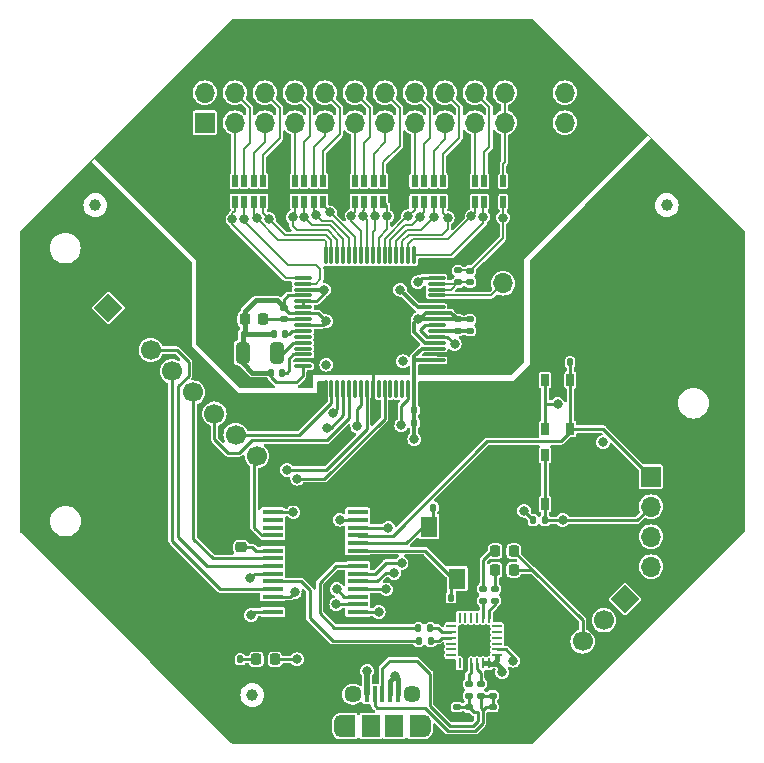
<source format=gbr>
%TF.GenerationSoftware,KiCad,Pcbnew,7.0.1*%
%TF.CreationDate,2023-03-25T19:17:35-04:00*%
%TF.ProjectId,cyton wired,6379746f-6e20-4776-9972-65642e6b6963,rev?*%
%TF.SameCoordinates,Original*%
%TF.FileFunction,Copper,L1,Top*%
%TF.FilePolarity,Positive*%
%FSLAX46Y46*%
G04 Gerber Fmt 4.6, Leading zero omitted, Abs format (unit mm)*
G04 Created by KiCad (PCBNEW 7.0.1) date 2023-03-25 19:17:35*
%MOMM*%
%LPD*%
G01*
G04 APERTURE LIST*
G04 Aperture macros list*
%AMRoundRect*
0 Rectangle with rounded corners*
0 $1 Rounding radius*
0 $2 $3 $4 $5 $6 $7 $8 $9 X,Y pos of 4 corners*
0 Add a 4 corners polygon primitive as box body*
4,1,4,$2,$3,$4,$5,$6,$7,$8,$9,$2,$3,0*
0 Add four circle primitives for the rounded corners*
1,1,$1+$1,$2,$3*
1,1,$1+$1,$4,$5*
1,1,$1+$1,$6,$7*
1,1,$1+$1,$8,$9*
0 Add four rect primitives between the rounded corners*
20,1,$1+$1,$2,$3,$4,$5,0*
20,1,$1+$1,$4,$5,$6,$7,0*
20,1,$1+$1,$6,$7,$8,$9,0*
20,1,$1+$1,$8,$9,$2,$3,0*%
%AMHorizOval*
0 Thick line with rounded ends*
0 $1 width*
0 $2 $3 position (X,Y) of the first rounded end (center of the circle)*
0 $4 $5 position (X,Y) of the second rounded end (center of the circle)*
0 Add line between two ends*
20,1,$1,$2,$3,$4,$5,0*
0 Add two circle primitives to create the rounded ends*
1,1,$1,$2,$3*
1,1,$1,$4,$5*%
%AMRotRect*
0 Rectangle, with rotation*
0 The origin of the aperture is its center*
0 $1 length*
0 $2 width*
0 $3 Rotation angle, in degrees counterclockwise*
0 Add horizontal line*
21,1,$1,$2,0,0,$3*%
G04 Aperture macros list end*
%TA.AperFunction,SMDPad,CuDef*%
%ADD10RoundRect,0.225000X0.225000X0.250000X-0.225000X0.250000X-0.225000X-0.250000X0.225000X-0.250000X0*%
%TD*%
%TA.AperFunction,SMDPad,CuDef*%
%ADD11R,0.650000X1.050000*%
%TD*%
%TA.AperFunction,SMDPad,CuDef*%
%ADD12RoundRect,0.218750X-0.218750X-0.256250X0.218750X-0.256250X0.218750X0.256250X-0.218750X0.256250X0*%
%TD*%
%TA.AperFunction,SMDPad,CuDef*%
%ADD13RoundRect,0.037100X-0.227900X0.447900X-0.227900X-0.447900X0.227900X-0.447900X0.227900X0.447900X0*%
%TD*%
%TA.AperFunction,SMDPad,CuDef*%
%ADD14RoundRect,0.037100X0.227900X-0.447900X0.227900X0.447900X-0.227900X0.447900X-0.227900X-0.447900X0*%
%TD*%
%TA.AperFunction,SMDPad,CuDef*%
%ADD15RoundRect,0.147500X0.172500X-0.147500X0.172500X0.147500X-0.172500X0.147500X-0.172500X-0.147500X0*%
%TD*%
%TA.AperFunction,SMDPad,CuDef*%
%ADD16RoundRect,0.135000X-0.135000X-0.185000X0.135000X-0.185000X0.135000X0.185000X-0.135000X0.185000X0*%
%TD*%
%TA.AperFunction,SMDPad,CuDef*%
%ADD17RoundRect,0.140000X0.170000X-0.140000X0.170000X0.140000X-0.170000X0.140000X-0.170000X-0.140000X0*%
%TD*%
%TA.AperFunction,SMDPad,CuDef*%
%ADD18RoundRect,0.140000X-0.170000X0.140000X-0.170000X-0.140000X0.170000X-0.140000X0.170000X0.140000X0*%
%TD*%
%TA.AperFunction,SMDPad,CuDef*%
%ADD19C,1.000000*%
%TD*%
%TA.AperFunction,SMDPad,CuDef*%
%ADD20RoundRect,0.135000X-0.185000X0.135000X-0.185000X-0.135000X0.185000X-0.135000X0.185000X0.135000X0*%
%TD*%
%TA.AperFunction,SMDPad,CuDef*%
%ADD21R,1.400000X1.800000*%
%TD*%
%TA.AperFunction,SMDPad,CuDef*%
%ADD22RoundRect,0.135000X0.185000X-0.135000X0.185000X0.135000X-0.185000X0.135000X-0.185000X-0.135000X0*%
%TD*%
%TA.AperFunction,SMDPad,CuDef*%
%ADD23RoundRect,0.140000X-0.140000X-0.170000X0.140000X-0.170000X0.140000X0.170000X-0.140000X0.170000X0*%
%TD*%
%TA.AperFunction,ComponentPad*%
%ADD24RotRect,1.700000X1.700000X315.000000*%
%TD*%
%TA.AperFunction,ComponentPad*%
%ADD25HorizOval,1.700000X0.000000X0.000000X0.000000X0.000000X0*%
%TD*%
%TA.AperFunction,SMDPad,CuDef*%
%ADD26RoundRect,0.225000X0.250000X-0.225000X0.250000X0.225000X-0.250000X0.225000X-0.250000X-0.225000X0*%
%TD*%
%TA.AperFunction,SMDPad,CuDef*%
%ADD27RoundRect,0.062500X0.062500X-0.350000X0.062500X0.350000X-0.062500X0.350000X-0.062500X-0.350000X0*%
%TD*%
%TA.AperFunction,SMDPad,CuDef*%
%ADD28RoundRect,0.062500X0.350000X-0.062500X0.350000X0.062500X-0.350000X0.062500X-0.350000X-0.062500X0*%
%TD*%
%TA.AperFunction,SMDPad,CuDef*%
%ADD29R,2.600000X2.600000*%
%TD*%
%TA.AperFunction,ComponentPad*%
%ADD30R,1.700000X1.700000*%
%TD*%
%TA.AperFunction,ComponentPad*%
%ADD31O,1.700000X1.700000*%
%TD*%
%TA.AperFunction,SMDPad,CuDef*%
%ADD32R,0.400000X1.350000*%
%TD*%
%TA.AperFunction,ComponentPad*%
%ADD33O,1.200000X1.900000*%
%TD*%
%TA.AperFunction,SMDPad,CuDef*%
%ADD34R,1.200000X1.900000*%
%TD*%
%TA.AperFunction,ComponentPad*%
%ADD35C,1.450000*%
%TD*%
%TA.AperFunction,SMDPad,CuDef*%
%ADD36R,1.500000X1.900000*%
%TD*%
%TA.AperFunction,SMDPad,CuDef*%
%ADD37RoundRect,0.135000X0.135000X0.185000X-0.135000X0.185000X-0.135000X-0.185000X0.135000X-0.185000X0*%
%TD*%
%TA.AperFunction,SMDPad,CuDef*%
%ADD38RoundRect,0.075000X-0.075000X0.662500X-0.075000X-0.662500X0.075000X-0.662500X0.075000X0.662500X0*%
%TD*%
%TA.AperFunction,SMDPad,CuDef*%
%ADD39RoundRect,0.075000X-0.662500X0.075000X-0.662500X-0.075000X0.662500X-0.075000X0.662500X0.075000X0*%
%TD*%
%TA.AperFunction,SMDPad,CuDef*%
%ADD40R,1.750000X0.450000*%
%TD*%
%TA.AperFunction,SMDPad,CuDef*%
%ADD41RoundRect,0.147500X-0.172500X0.147500X-0.172500X-0.147500X0.172500X-0.147500X0.172500X0.147500X0*%
%TD*%
%TA.AperFunction,ComponentPad*%
%ADD42RotRect,1.700000X1.700000X45.000000*%
%TD*%
%TA.AperFunction,ComponentPad*%
%ADD43HorizOval,1.700000X0.000000X0.000000X0.000000X0.000000X0*%
%TD*%
%TA.AperFunction,SMDPad,CuDef*%
%ADD44RoundRect,0.250000X-0.325000X-0.650000X0.325000X-0.650000X0.325000X0.650000X-0.325000X0.650000X0*%
%TD*%
%TA.AperFunction,SMDPad,CuDef*%
%ADD45RoundRect,0.140000X0.140000X0.170000X-0.140000X0.170000X-0.140000X-0.170000X0.140000X-0.170000X0*%
%TD*%
%TA.AperFunction,ViaPad*%
%ADD46C,0.800000*%
%TD*%
%TA.AperFunction,Conductor*%
%ADD47C,0.250000*%
%TD*%
%TA.AperFunction,Conductor*%
%ADD48C,0.203200*%
%TD*%
%TA.AperFunction,Conductor*%
%ADD49C,0.406400*%
%TD*%
%TA.AperFunction,Conductor*%
%ADD50C,0.304800*%
%TD*%
%TA.AperFunction,Conductor*%
%ADD51C,0.254000*%
%TD*%
%TA.AperFunction,Conductor*%
%ADD52C,0.508000*%
%TD*%
%TA.AperFunction,Profile*%
%ADD53C,0.101600*%
%TD*%
G04 APERTURE END LIST*
D10*
%TO.P,C13,1*%
%TO.N,Net-(U1-VREFP)*%
X129603800Y-101625400D03*
%TO.P,C13,2*%
%TO.N,VSSA*%
X128053800Y-101625400D03*
%TD*%
D11*
%TO.P,SW1,1,1*%
%TO.N,VDD*%
X153466800Y-110921800D03*
X153466800Y-106771800D03*
%TO.P,SW1,2,2*%
%TO.N,/BOOT_EN*%
X155616800Y-110921800D03*
X155616800Y-106771800D03*
%TD*%
D12*
%TO.P,D11,1,K*%
%TO.N,Net-(D11-K)*%
X149250200Y-122859800D03*
%TO.P,D11,2,A*%
%TO.N,VDD*%
X150825200Y-122859800D03*
%TD*%
D13*
%TO.P,R2,1*%
%TO.N,/3N*%
X134683200Y-89916000D03*
%TO.P,R2,2*%
%TO.N,/3P*%
X133883200Y-89916000D03*
%TO.P,R2,3*%
%TO.N,/2N*%
X133083200Y-89916000D03*
%TO.P,R2,4*%
%TO.N,/2P*%
X132283200Y-89916000D03*
D14*
%TO.P,R2,5*%
%TO.N,/Daisy Functionality/IN2P*%
X132283200Y-91666000D03*
%TO.P,R2,6*%
%TO.N,/Daisy Functionality/IN2N*%
X133083200Y-91666000D03*
%TO.P,R2,7*%
%TO.N,/Daisy Functionality/IN3P*%
X133883200Y-91666000D03*
%TO.P,R2,8*%
%TO.N,/Daisy Functionality/IN3N*%
X134683200Y-91666000D03*
%TD*%
D15*
%TO.P,D7,1*%
%TO.N,Net-(CONN1-D-)*%
X149047200Y-133504800D03*
%TO.P,D7,2*%
%TO.N,GNDA*%
X149047200Y-132534800D03*
%TD*%
D16*
%TO.P,R14,1*%
%TO.N,GNDA*%
X126665800Y-130429000D03*
%TO.P,R14,2*%
%TO.N,Net-(D13-K)*%
X127685800Y-130429000D03*
%TD*%
D17*
%TO.P,C14,1*%
%TO.N,Net-(U1-VREFP)*%
X131343400Y-101648200D03*
%TO.P,C14,2*%
%TO.N,VSSA*%
X131343400Y-100688200D03*
%TD*%
D18*
%TO.P,C15,1*%
%TO.N,/Daisy Functionality/BIAS_DRV*%
X147143900Y-97528000D03*
%TO.P,C15,2*%
%TO.N,Net-(U1-RLDIN)*%
X147143900Y-98488000D03*
%TD*%
D19*
%TO.P,REF\u002A\u002A,*%
%TO.N,*%
X163779200Y-91973400D03*
%TD*%
D20*
%TO.P,R6,1*%
%TO.N,/Daisy Functionality/BIAS_DRV*%
X146102500Y-97496000D03*
%TO.P,R6,2*%
%TO.N,Net-(U1-RLDIN)*%
X146102500Y-98516000D03*
%TD*%
D21*
%TO.P,Y1,1*%
%TO.N,Net-(U7-D15)*%
X146030800Y-123586600D03*
%TO.P,Y1,2*%
%TO.N,GNDA*%
X146030800Y-119186600D03*
%TO.P,Y1,3*%
%TO.N,Net-(U7-D16)*%
X143630800Y-119186600D03*
%TO.P,Y1,4*%
%TO.N,GNDA*%
X143630800Y-123586600D03*
%TD*%
D22*
%TO.P,R8,1*%
%TO.N,Net-(CONN1-D-)*%
X148031200Y-133506400D03*
%TO.P,R8,2*%
%TO.N,Net-(U2-D-)*%
X148031200Y-132486400D03*
%TD*%
D13*
%TO.P,R1,1*%
%TO.N,/1N*%
X129603200Y-89916000D03*
%TO.P,R1,2*%
%TO.N,/1P*%
X128803200Y-89916000D03*
%TO.P,R1,3*%
%TO.N,/SRB2*%
X128003200Y-89916000D03*
%TO.P,R1,4*%
%TO.N,/SRB1*%
X127203200Y-89916000D03*
D14*
%TO.P,R1,5*%
%TO.N,/Daisy Functionality/_SRB1*%
X127203200Y-91666000D03*
%TO.P,R1,6*%
%TO.N,/Daisy Functionality/_SRB2*%
X128003200Y-91666000D03*
%TO.P,R1,7*%
%TO.N,/Daisy Functionality/IN1P*%
X128803200Y-91666000D03*
%TO.P,R1,8*%
%TO.N,/Daisy Functionality/IN1N*%
X129603200Y-91666000D03*
%TD*%
D23*
%TO.P,C11,1*%
%TO.N,VSSA*%
X130281800Y-106146600D03*
%TO.P,C11,2*%
%TO.N,Net-(U1-VCAP2)*%
X131241800Y-106146600D03*
%TD*%
D13*
%TO.P,R5,1*%
%TO.N,/BIAS*%
X149923200Y-89941400D03*
%TO.P,R5,2*%
%TO.N,GNDA*%
X149123200Y-89941400D03*
%TO.P,R5,3*%
%TO.N,/8N*%
X148323200Y-89941400D03*
%TO.P,R5,4*%
%TO.N,/8P*%
X147523200Y-89941400D03*
D14*
%TO.P,R5,5*%
%TO.N,/Daisy Functionality/IN8P*%
X147523200Y-91691400D03*
%TO.P,R5,6*%
%TO.N,/Daisy Functionality/IN8N*%
X148323200Y-91691400D03*
%TO.P,R5,7*%
%TO.N,GNDA*%
X149123200Y-91691400D03*
%TO.P,R5,8*%
%TO.N,/Daisy Functionality/BIAS_DRV*%
X149923200Y-91691400D03*
%TD*%
D24*
%TO.P,J3,1,Pin_1*%
%TO.N,/D13*%
X160248600Y-125323600D03*
D25*
%TO.P,J3,2,Pin_2*%
%TO.N,/PGC*%
X158452549Y-127119651D03*
%TO.P,J3,3,Pin_3*%
%TO.N,VDD*%
X156656498Y-128915702D03*
%TO.P,J3,4,Pin_4*%
%TO.N,GNDA*%
X154860446Y-130711754D03*
%TD*%
D19*
%TO.P,REF\u002A\u002A,*%
%TO.N,*%
X128676400Y-133451600D03*
%TD*%
D23*
%TO.P,C19,1*%
%TO.N,VDD*%
X142392400Y-110388400D03*
%TO.P,C19,2*%
%TO.N,GNDA*%
X143352400Y-110388400D03*
%TD*%
D26*
%TO.P,C41,1*%
%TO.N,Net-(U7-VCAP)*%
X127736600Y-120942400D03*
%TO.P,C41,2*%
%TO.N,GNDA*%
X127736600Y-119392400D03*
%TD*%
D27*
%TO.P,U2,1,~{RI}/CLK*%
%TO.N,unconnected-(U2-~{RI}{slash}CLK-Pad1)*%
X146232800Y-130776700D03*
%TO.P,U2,2,GND*%
%TO.N,GNDA*%
X146732800Y-130776700D03*
%TO.P,U2,3,D+*%
%TO.N,Net-(U2-D+)*%
X147232800Y-130776700D03*
%TO.P,U2,4,D-*%
%TO.N,Net-(U2-D-)*%
X147732800Y-130776700D03*
%TO.P,U2,5,VIO*%
%TO.N,VDD*%
X148232800Y-130776700D03*
%TO.P,U2,6,VDD*%
X148732800Y-130776700D03*
D28*
%TO.P,U2,7,VREGIN*%
X149420300Y-130089200D03*
%TO.P,U2,8,VBUS*%
%TO.N,VCOM*%
X149420300Y-129589200D03*
%TO.P,U2,9,~{RST}*%
%TO.N,unconnected-(U2-~{RST}-Pad9)*%
X149420300Y-129089200D03*
%TO.P,U2,10,NC*%
%TO.N,unconnected-(U2-NC-Pad10)*%
X149420300Y-128589200D03*
%TO.P,U2,11,~{WAKEUP}/GPIO.3*%
%TO.N,unconnected-(U2-~{WAKEUP}{slash}GPIO.3-Pad11)*%
X149420300Y-128089200D03*
%TO.P,U2,12,RS485/GPIO.2*%
%TO.N,unconnected-(U2-RS485{slash}GPIO.2-Pad12)*%
X149420300Y-127589200D03*
D27*
%TO.P,U2,13,~{RXT}/GPIO.1*%
%TO.N,Net-(U2-~{RXT}{slash}GPIO.1)*%
X148732800Y-126901700D03*
%TO.P,U2,14,~{TXT}/GPIO.0*%
%TO.N,Net-(U2-~{TXT}{slash}GPIO.0)*%
X148232800Y-126901700D03*
%TO.P,U2,15,~{SUSPEND}*%
%TO.N,unconnected-(U2-~{SUSPEND}-Pad15)*%
X147732800Y-126901700D03*
%TO.P,U2,16,NC*%
%TO.N,unconnected-(U2-NC-Pad16)*%
X147232800Y-126901700D03*
%TO.P,U2,17,SUSPEND*%
%TO.N,unconnected-(U2-SUSPEND-Pad17)*%
X146732800Y-126901700D03*
%TO.P,U2,18,~{CTS}*%
%TO.N,unconnected-(U2-~{CTS}-Pad18)*%
X146232800Y-126901700D03*
D28*
%TO.P,U2,19,~{RTS}*%
%TO.N,unconnected-(U2-~{RTS}-Pad19)*%
X145545300Y-127589200D03*
%TO.P,U2,20,RXD*%
%TO.N,Net-(U2-RXD)*%
X145545300Y-128089200D03*
%TO.P,U2,21,TXD*%
%TO.N,Net-(U2-TXD)*%
X145545300Y-128589200D03*
%TO.P,U2,22,~{DSR}*%
%TO.N,unconnected-(U2-~{DSR}-Pad22)*%
X145545300Y-129089200D03*
%TO.P,U2,23,~{DTR}*%
%TO.N,unconnected-(U2-~{DTR}-Pad23)*%
X145545300Y-129589200D03*
%TO.P,U2,24,~{DCD}*%
%TO.N,unconnected-(U2-~{DCD}-Pad24)*%
X145545300Y-130089200D03*
D29*
%TO.P,U2,25,GND*%
%TO.N,GNDA*%
X147482800Y-128839200D03*
%TD*%
D30*
%TO.P,J1,1,Pin_1*%
%TO.N,VSSA*%
X124663200Y-84988400D03*
D31*
%TO.P,J1,2,Pin_2*%
X124663200Y-82448400D03*
%TO.P,J1,3,Pin_3*%
%TO.N,/SRB1*%
X127203200Y-84988400D03*
%TO.P,J1,4,Pin_4*%
%TO.N,/SRB2*%
X127203200Y-82448400D03*
%TO.P,J1,5,Pin_5*%
%TO.N,/1P*%
X129743200Y-84988400D03*
%TO.P,J1,6,Pin_6*%
%TO.N,/1N*%
X129743200Y-82448400D03*
%TO.P,J1,7,Pin_7*%
%TO.N,/2P*%
X132283200Y-84988400D03*
%TO.P,J1,8,Pin_8*%
%TO.N,/2N*%
X132283200Y-82448400D03*
%TO.P,J1,9,Pin_9*%
%TO.N,/3P*%
X134823200Y-84988400D03*
%TO.P,J1,10,Pin_10*%
%TO.N,/3N*%
X134823200Y-82448400D03*
%TO.P,J1,11,Pin_11*%
%TO.N,/4P*%
X137363200Y-84988400D03*
%TO.P,J1,12,Pin_12*%
%TO.N,/4N*%
X137363200Y-82448400D03*
%TO.P,J1,13,Pin_13*%
%TO.N,/5P*%
X139903200Y-84988400D03*
%TO.P,J1,14,Pin_14*%
%TO.N,/5N*%
X139903200Y-82448400D03*
%TO.P,J1,15,Pin_15*%
%TO.N,/6P*%
X142443200Y-84988400D03*
%TO.P,J1,16,Pin_16*%
%TO.N,/6N*%
X142443200Y-82448400D03*
%TO.P,J1,17,Pin_17*%
%TO.N,/7P*%
X144983200Y-84988400D03*
%TO.P,J1,18,Pin_18*%
%TO.N,/7N*%
X144983200Y-82448400D03*
%TO.P,J1,19,Pin_19*%
%TO.N,/8P*%
X147523200Y-84988400D03*
%TO.P,J1,20,Pin_20*%
%TO.N,/8N*%
X147523200Y-82448400D03*
%TO.P,J1,21,Pin_21*%
%TO.N,/BIAS*%
X150063200Y-84988400D03*
%TO.P,J1,22,Pin_22*%
X150063200Y-82448400D03*
%TO.P,J1,23,Pin_23*%
%TO.N,GNDA*%
X152603200Y-84988400D03*
%TO.P,J1,24,Pin_24*%
X152603200Y-82448400D03*
%TO.P,J1,25,Pin_25*%
%TO.N,VDDA*%
X155143200Y-84988400D03*
%TO.P,J1,26,Pin_26*%
X155143200Y-82448400D03*
%TD*%
D18*
%TO.P,C17,1*%
%TO.N,Net-(CONN1-D-)*%
X149047200Y-134442200D03*
%TO.P,C17,2*%
%TO.N,GNDA*%
X149047200Y-135402200D03*
%TD*%
D30*
%TO.P,J5,1,Pin_1*%
%TO.N,/BOOT_EN*%
X162433000Y-114960400D03*
D31*
%TO.P,J5,2,Pin_2*%
%TO.N,/MCLR*%
X162433000Y-117500400D03*
%TO.P,J5,3,Pin_3*%
%TO.N,/D18*%
X162433000Y-120040400D03*
%TO.P,J5,4,Pin_4*%
%TO.N,/PGD*%
X162433000Y-122580400D03*
%TD*%
D32*
%TO.P,CONN1,1,VBUS*%
%TO.N,Net-(CONN1-VBUS)*%
X138400000Y-133380300D03*
%TO.P,CONN1,2,D-*%
%TO.N,Net-(CONN1-D-)*%
X139050000Y-133380300D03*
%TO.P,CONN1,3,D+*%
%TO.N,Net-(CONN1-D+)*%
X139700000Y-133380300D03*
%TO.P,CONN1,4,ID*%
%TO.N,Net-(CONN1-GND)*%
X140350000Y-133380300D03*
%TO.P,CONN1,5,GND*%
X141000000Y-133380300D03*
D33*
%TO.P,CONN1,6,Shield*%
%TO.N,unconnected-(CONN1-Shield-Pad6)*%
X136200000Y-136080300D03*
D34*
X136800000Y-136080300D03*
D35*
X137200000Y-133380300D03*
D36*
X138700000Y-136080300D03*
X140700000Y-136080300D03*
D35*
X142200000Y-133380300D03*
D34*
X142600000Y-136080300D03*
D33*
X143200000Y-136080300D03*
%TD*%
D37*
%TO.P,R15,1*%
%TO.N,/BOOT_EN*%
X155602400Y-105283000D03*
%TO.P,R15,2*%
%TO.N,GNDA*%
X154582400Y-105283000D03*
%TD*%
D18*
%TO.P,C10,1*%
%TO.N,VSSA*%
X146075400Y-101650800D03*
%TO.P,C10,2*%
%TO.N,Net-(U1-VCAP3)*%
X146075400Y-102610800D03*
%TD*%
D23*
%TO.P,C39,1*%
%TO.N,GNDA*%
X144551400Y-125196600D03*
%TO.P,C39,2*%
%TO.N,Net-(U7-D15)*%
X145511400Y-125196600D03*
%TD*%
D20*
%TO.P,R12,1*%
%TO.N,Net-(D11-K)*%
X149250400Y-124434600D03*
%TO.P,R12,2*%
%TO.N,Net-(U2-~{RXT}{slash}GPIO.1)*%
X149250400Y-125454600D03*
%TD*%
D38*
%TO.P,U1,1,IN8N*%
%TO.N,/Daisy Functionality/IN8N*%
X142384900Y-96206300D03*
%TO.P,U1,2,IN8P*%
%TO.N,/Daisy Functionality/IN8P*%
X141884900Y-96206300D03*
%TO.P,U1,3,IN7P*%
%TO.N,/Daisy Functionality/IN7N*%
X141384900Y-96206300D03*
%TO.P,U1,4,IN7N*%
%TO.N,/Daisy Functionality/IN7P*%
X140884900Y-96206300D03*
%TO.P,U1,5,IN6N*%
%TO.N,/Daisy Functionality/IN6N*%
X140384900Y-96206300D03*
%TO.P,U1,6,IN6P*%
%TO.N,/Daisy Functionality/IN6P*%
X139884900Y-96206300D03*
%TO.P,U1,7,IN5N*%
%TO.N,/Daisy Functionality/IN5N*%
X139384900Y-96206300D03*
%TO.P,U1,8,IN5P*%
%TO.N,/Daisy Functionality/IN5P*%
X138884900Y-96206300D03*
%TO.P,U1,9,IN4N*%
%TO.N,/Daisy Functionality/IN4N*%
X138384900Y-96206300D03*
%TO.P,U1,10,IN4P*%
%TO.N,/Daisy Functionality/IN4P*%
X137884900Y-96206300D03*
%TO.P,U1,11,IN3N*%
%TO.N,/Daisy Functionality/IN3N*%
X137384900Y-96206300D03*
%TO.P,U1,12,IN3P*%
%TO.N,/Daisy Functionality/IN3P*%
X136884900Y-96206300D03*
%TO.P,U1,13,IN2N*%
%TO.N,/Daisy Functionality/IN2N*%
X136384900Y-96206300D03*
%TO.P,U1,14,IN2P*%
%TO.N,/Daisy Functionality/IN2P*%
X135884900Y-96206300D03*
%TO.P,U1,15,IN1N*%
%TO.N,/Daisy Functionality/IN1N*%
X135384900Y-96206300D03*
%TO.P,U1,16,IN1P*%
%TO.N,/Daisy Functionality/IN1P*%
X134884900Y-96206300D03*
D39*
%TO.P,U1,17,TESTP_PACE_OUT1*%
%TO.N,/Daisy Functionality/_SRB1*%
X132972400Y-98118800D03*
%TO.P,U1,18,TESTP_PACE_OUT2*%
%TO.N,/Daisy Functionality/_SRB2*%
X132972400Y-98618800D03*
%TO.P,U1,19,AVDD*%
%TO.N,VDDA*%
X132972400Y-99118800D03*
%TO.P,U1,20,AVSS*%
%TO.N,VSSA*%
X132972400Y-99618800D03*
%TO.P,U1,21,AVDD*%
%TO.N,VDDA*%
X132972400Y-100118800D03*
%TO.P,U1,22,AVDD*%
X132972400Y-100618800D03*
%TO.P,U1,23,AVSS*%
%TO.N,VSSA*%
X132972400Y-101118800D03*
%TO.P,U1,24,VREFP*%
%TO.N,Net-(U1-VREFP)*%
X132972400Y-101618800D03*
%TO.P,U1,25,VREFN*%
%TO.N,VSSA*%
X132972400Y-102118800D03*
%TO.P,U1,26,VCAP4*%
%TO.N,Net-(U1-VCAP4)*%
X132972400Y-102618800D03*
%TO.P,U1,27,NC*%
%TO.N,unconnected-(U1-NC-Pad27)*%
X132972400Y-103118800D03*
%TO.P,U1,28,VCAP1*%
%TO.N,Net-(U1-VCAP1)*%
X132972400Y-103618800D03*
%TO.P,U1,29,NC*%
%TO.N,unconnected-(U1-NC-Pad29)*%
X132972400Y-104118800D03*
%TO.P,U1,30,VCAP2*%
%TO.N,Net-(U1-VCAP2)*%
X132972400Y-104618800D03*
%TO.P,U1,31,RESV1*%
%TO.N,GNDA*%
X132972400Y-105118800D03*
%TO.P,U1,32,AVSS*%
%TO.N,VSSA*%
X132972400Y-105618800D03*
D38*
%TO.P,U1,33,DGND*%
%TO.N,GNDA*%
X134884900Y-107531300D03*
%TO.P,U1,34,DIN*%
%TO.N,/MOSI*%
X135384900Y-107531300D03*
%TO.P,U1,35,~{PWDN}*%
%TO.N,VDD*%
X135884900Y-107531300D03*
%TO.P,U1,36,~{RESET}*%
%TO.N,/RESET*%
X136384900Y-107531300D03*
%TO.P,U1,37,CLK*%
%TO.N,/CLK*%
X136884900Y-107531300D03*
%TO.P,U1,38,START*%
%TO.N,unconnected-(U1-START-Pad38)*%
X137384900Y-107531300D03*
%TO.P,U1,39,~{CS}*%
%TO.N,/CS1*%
X137884900Y-107531300D03*
%TO.P,U1,40,SCLK*%
%TO.N,/SCLK*%
X138384900Y-107531300D03*
%TO.P,U1,41,DAISY_IN*%
%TO.N,GNDA*%
X138884900Y-107531300D03*
%TO.P,U1,42,GPIO1*%
%TO.N,unconnected-(U1-GPIO1-Pad42)*%
X139384900Y-107531300D03*
%TO.P,U1,43,DOUT*%
%TO.N,/MISO*%
X139884900Y-107531300D03*
%TO.P,U1,44,GPIO2*%
%TO.N,unconnected-(U1-GPIO2-Pad44)*%
X140384900Y-107531300D03*
%TO.P,U1,45,GPIO3*%
%TO.N,unconnected-(U1-GPIO3-Pad45)*%
X140884900Y-107531300D03*
%TO.P,U1,46,GPIO4*%
%TO.N,unconnected-(U1-GPIO4-Pad46)*%
X141384900Y-107531300D03*
%TO.P,U1,47,~{DRDY}*%
%TO.N,/DRDY*%
X141884900Y-107531300D03*
%TO.P,U1,48,DVDD*%
%TO.N,VDD*%
X142384900Y-107531300D03*
D39*
%TO.P,U1,49,DGND*%
%TO.N,GNDA*%
X144297400Y-105618800D03*
%TO.P,U1,50,DVDD*%
%TO.N,VDD*%
X144297400Y-105118800D03*
%TO.P,U1,51,DGND*%
%TO.N,GNDA*%
X144297400Y-104618800D03*
%TO.P,U1,52,CLKSEL*%
%TO.N,VDD*%
X144297400Y-104118800D03*
%TO.P,U1,53,AVSS1*%
%TO.N,VSSA*%
X144297400Y-103618800D03*
%TO.P,U1,54,AVDD1*%
%TO.N,VDDA*%
X144297400Y-103118800D03*
%TO.P,U1,55,VCAP3*%
%TO.N,Net-(U1-VCAP3)*%
X144297400Y-102618800D03*
%TO.P,U1,56,AVDD*%
%TO.N,VDDA*%
X144297400Y-102118800D03*
%TO.P,U1,57,AVSS*%
%TO.N,VSSA*%
X144297400Y-101618800D03*
%TO.P,U1,58,AVSS*%
X144297400Y-101118800D03*
%TO.P,U1,59,AVDD*%
%TO.N,VDDA*%
X144297400Y-100618800D03*
%TO.P,U1,60,RLDREF*%
%TO.N,GNDA*%
X144297400Y-100118800D03*
%TO.P,U1,61,RLDINV*%
%TO.N,/BIAS_INV*%
X144297400Y-99618800D03*
%TO.P,U1,62,RLDIN*%
%TO.N,Net-(U1-RLDIN)*%
X144297400Y-99118800D03*
%TO.P,U1,63,RLDOUT*%
X144297400Y-98618800D03*
%TO.P,U1,64,WCT*%
%TO.N,Net-(U1-WCT)*%
X144297400Y-98118800D03*
%TD*%
D12*
%TO.P,D10,1,K*%
%TO.N,Net-(D10-K)*%
X149250200Y-121259600D03*
%TO.P,D10,2,A*%
%TO.N,VDD*%
X150825200Y-121259600D03*
%TD*%
D22*
%TO.P,R7,1*%
%TO.N,Net-(CONN1-D+)*%
X147015200Y-133506400D03*
%TO.P,R7,2*%
%TO.N,Net-(U2-D+)*%
X147015200Y-132486400D03*
%TD*%
D40*
%TO.P,U7,1,MCLR*%
%TO.N,/MCLR*%
X137610400Y-126424400D03*
%TO.P,U7,2,D9*%
%TO.N,/DRDY*%
X137610400Y-125774400D03*
%TO.P,U7,3,D10*%
%TO.N,/MOSI*%
X137610400Y-125124400D03*
%TO.P,U7,4,D11*%
%TO.N,/PGD*%
X137610400Y-124474400D03*
%TO.P,U7,5,D12*%
%TO.N,/PGC*%
X137610400Y-123824400D03*
%TO.P,U7,6,D13*%
%TO.N,/D13*%
X137610400Y-123174400D03*
%TO.P,U7,7,D14*%
%TO.N,/TO_PC*%
X137610400Y-122524400D03*
%TO.P,U7,8,GND*%
%TO.N,GNDA*%
X137610400Y-121874400D03*
%TO.P,U7,9,D15*%
%TO.N,Net-(U7-D15)*%
X137610400Y-121224400D03*
%TO.P,U7,10,D16*%
%TO.N,Net-(U7-D16)*%
X137610400Y-120574400D03*
%TO.P,U7,11,D17*%
%TO.N,/BOOT_EN*%
X137610400Y-119924400D03*
%TO.P,U7,12,D18*%
%TO.N,/D18*%
X137610400Y-119274400D03*
%TO.P,U7,13,VDD*%
%TO.N,VDD*%
X137610400Y-118624400D03*
%TO.P,U7,14,D0*%
%TO.N,/MCU/INT1*%
X137610400Y-117974400D03*
%TO.P,U7,15,VBUS*%
%TO.N,VDD*%
X130410400Y-117974400D03*
%TO.P,U7,16,D1*%
%TO.N,/MCU/CS4*%
X130410400Y-118624400D03*
%TO.P,U7,17,D2*%
%TO.N,/MCU/CS3*%
X130410400Y-119274400D03*
%TO.P,U7,18,D3*%
%TO.N,/CS2*%
X130410400Y-119924400D03*
%TO.P,U7,19,GND*%
%TO.N,GNDA*%
X130410400Y-120574400D03*
%TO.P,U7,20,VCAP*%
%TO.N,Net-(U7-VCAP)*%
X130410400Y-121224400D03*
%TO.P,U7,21,D4*%
%TO.N,/RESET*%
X130410400Y-121874400D03*
%TO.P,U7,22,D5*%
%TO.N,/MISO*%
X130410400Y-122524400D03*
%TO.P,U7,23,VDD*%
%TO.N,VDD*%
X130410400Y-123174400D03*
%TO.P,U7,24,D6*%
%TO.N,/FROM_PC*%
X130410400Y-123824400D03*
%TO.P,U7,25,D7*%
%TO.N,/SCLK*%
X130410400Y-124474400D03*
%TO.P,U7,26,D8*%
%TO.N,/CS1*%
X130410400Y-125124400D03*
%TO.P,U7,27,GND*%
%TO.N,GNDA*%
X130410400Y-125774400D03*
%TO.P,U7,28,VDD*%
%TO.N,VDD*%
X130410400Y-126424400D03*
%TD*%
D37*
%TO.P,R10,1*%
%TO.N,Net-(U2-RXD)*%
X143774400Y-127772400D03*
%TO.P,R10,2*%
%TO.N,/TO_PC*%
X142754400Y-127772400D03*
%TD*%
D18*
%TO.P,C18,1*%
%TO.N,Net-(CONN1-D+)*%
X145999200Y-134467600D03*
%TO.P,C18,2*%
%TO.N,GNDA*%
X145999200Y-135427600D03*
%TD*%
%TO.P,C8,1*%
%TO.N,VSSA*%
X147142200Y-101650800D03*
%TO.P,C8,2*%
%TO.N,Net-(U1-VCAP3)*%
X147142200Y-102610800D03*
%TD*%
D30*
%TO.P,J4,1,Pin_1*%
%TO.N,GNDA*%
X149910800Y-101142800D03*
D31*
%TO.P,J4,2,Pin_2*%
%TO.N,/BIAS_INV*%
X149910800Y-98602800D03*
%TD*%
D20*
%TO.P,R11,1*%
%TO.N,Net-(D10-K)*%
X148234400Y-124434600D03*
%TO.P,R11,2*%
%TO.N,Net-(U2-~{TXT}{slash}GPIO.0)*%
X148234400Y-125454600D03*
%TD*%
D41*
%TO.P,D8,1*%
%TO.N,Net-(CONN1-D+)*%
X147015200Y-134467600D03*
%TO.P,D8,2*%
%TO.N,GNDA*%
X147015200Y-135437600D03*
%TD*%
D13*
%TO.P,R4,1*%
%TO.N,/7N*%
X144830600Y-89916000D03*
%TO.P,R4,2*%
%TO.N,/7P*%
X144030600Y-89916000D03*
%TO.P,R4,3*%
%TO.N,/6N*%
X143230600Y-89916000D03*
%TO.P,R4,4*%
%TO.N,/6P*%
X142430600Y-89916000D03*
D14*
%TO.P,R4,5*%
%TO.N,/Daisy Functionality/IN6P*%
X142430600Y-91666000D03*
%TO.P,R4,6*%
%TO.N,/Daisy Functionality/IN6N*%
X143230600Y-91666000D03*
%TO.P,R4,7*%
%TO.N,/Daisy Functionality/IN7P*%
X144030600Y-91666000D03*
%TO.P,R4,8*%
%TO.N,/Daisy Functionality/IN7N*%
X144830600Y-91666000D03*
%TD*%
D16*
%TO.P,R16,1*%
%TO.N,VDD*%
X152450800Y-118643400D03*
%TO.P,R16,2*%
%TO.N,/MCLR*%
X153470800Y-118643400D03*
%TD*%
D23*
%TO.P,C6,1*%
%TO.N,VSSA*%
X130485000Y-102844600D03*
%TO.P,C6,2*%
%TO.N,Net-(U1-VCAP4)*%
X131445000Y-102844600D03*
%TD*%
D13*
%TO.P,R3,1*%
%TO.N,/5N*%
X139763200Y-89916000D03*
%TO.P,R3,2*%
%TO.N,/5P*%
X138963200Y-89916000D03*
%TO.P,R3,3*%
%TO.N,/4N*%
X138163200Y-89916000D03*
%TO.P,R3,4*%
%TO.N,/4P*%
X137363200Y-89916000D03*
D14*
%TO.P,R3,5*%
%TO.N,/Daisy Functionality/IN4P*%
X137363200Y-91666000D03*
%TO.P,R3,6*%
%TO.N,/Daisy Functionality/IN4N*%
X138163200Y-91666000D03*
%TO.P,R3,7*%
%TO.N,/Daisy Functionality/IN5P*%
X138963200Y-91666000D03*
%TO.P,R3,8*%
%TO.N,/Daisy Functionality/IN5N*%
X139763200Y-91666000D03*
%TD*%
D23*
%TO.P,C21,1*%
%TO.N,VDD*%
X142392400Y-109347000D03*
%TO.P,C21,2*%
%TO.N,GNDA*%
X143352400Y-109347000D03*
%TD*%
D11*
%TO.P,SW2,1,1*%
%TO.N,GNDA*%
X155616800Y-113121800D03*
X155616800Y-117271800D03*
%TO.P,SW2,2,2*%
%TO.N,/MCLR*%
X153466800Y-113121800D03*
X153466800Y-117271800D03*
%TD*%
D42*
%TO.P,J2,1,Pin_1*%
%TO.N,VDD*%
X116500000Y-100650000D03*
D43*
%TO.P,J2,2,Pin_2*%
%TO.N,GNDA*%
X118296051Y-102446051D03*
%TO.P,J2,3,Pin_3*%
%TO.N,/MISO*%
X120092102Y-104242102D03*
%TO.P,J2,4,Pin_4*%
%TO.N,/SCLK*%
X121888154Y-106038154D03*
%TO.P,J2,5,Pin_5*%
%TO.N,/RESET*%
X123684205Y-107834205D03*
%TO.P,J2,6,Pin_6*%
%TO.N,/CLK*%
X125480256Y-109630256D03*
%TO.P,J2,7,Pin_7*%
%TO.N,/MOSI*%
X127276307Y-111426307D03*
%TO.P,J2,8,Pin_8*%
%TO.N,/CS2*%
X129072359Y-113222359D03*
%TD*%
D37*
%TO.P,R9,1*%
%TO.N,Net-(U2-TXD)*%
X143799800Y-128864600D03*
%TO.P,R9,2*%
%TO.N,/FROM_PC*%
X142779800Y-128864600D03*
%TD*%
D12*
%TO.P,D13,1,K*%
%TO.N,Net-(D13-K)*%
X129031800Y-130429000D03*
%TO.P,D13,2,A*%
%TO.N,/PGD*%
X130606800Y-130429000D03*
%TD*%
D44*
%TO.P,C12,1*%
%TO.N,VSSA*%
X127861800Y-104470200D03*
%TO.P,C12,2*%
%TO.N,Net-(U1-VCAP1)*%
X130811800Y-104470200D03*
%TD*%
D19*
%TO.P,REF\u002A\u002A,*%
%TO.N,*%
X115392200Y-91973400D03*
%TD*%
D45*
%TO.P,C40,1*%
%TO.N,GNDA*%
X144955200Y-117576600D03*
%TO.P,C40,2*%
%TO.N,Net-(U7-D16)*%
X143995200Y-117576600D03*
%TD*%
D46*
%TO.N,/Daisy Functionality/_SRB1*%
X127003697Y-93167200D03*
%TO.N,/Daisy Functionality/_SRB2*%
X128003200Y-93167200D03*
%TO.N,/Daisy Functionality/IN1P*%
X129070100Y-93103700D03*
%TO.N,/Daisy Functionality/IN1N*%
X130086327Y-93130684D03*
%TO.N,/Daisy Functionality/IN2P*%
X132096905Y-92986254D03*
%TO.N,/Daisy Functionality/IN2N*%
X133096000Y-93014800D03*
%TO.N,/Daisy Functionality/IN3P*%
X134094731Y-92842500D03*
%TO.N,/Daisy Functionality/IN3N*%
X135275931Y-92594901D03*
%TO.N,/Daisy Functionality/IN4P*%
X137083800Y-92862400D03*
%TO.N,/Daisy Functionality/IN4N*%
X138081846Y-92916348D03*
%TO.N,/Daisy Functionality/IN5P*%
X139081343Y-92913148D03*
%TO.N,/Daisy Functionality/IN5N*%
X140080845Y-92913206D03*
%TO.N,/Daisy Functionality/IN6P*%
X141851353Y-92913928D03*
%TO.N,/Daisy Functionality/IN6N*%
X142849600Y-92964000D03*
%TO.N,/Daisy Functionality/IN7P*%
X144030600Y-93015374D03*
%TO.N,/Daisy Functionality/IN7N*%
X145237200Y-93065600D03*
%TO.N,/Daisy Functionality/IN8P*%
X147243800Y-92913200D03*
%TO.N,/Daisy Functionality/IN8N*%
X148259800Y-92964000D03*
%TO.N,/Daisy Functionality/BIAS_DRV*%
X149923200Y-93027800D03*
%TO.N,VSSA*%
X134950200Y-101803200D03*
X134950200Y-105486200D03*
X141437400Y-105186900D03*
X142697200Y-101650800D03*
%TO.N,Net-(CONN1-VBUS)*%
X138404600Y-131419600D03*
%TO.N,Net-(CONN1-GND)*%
X140741400Y-131851400D03*
%TO.N,VDD*%
X154533600Y-108813600D03*
X128587500Y-126682500D03*
X136093200Y-118618000D03*
X158389700Y-112041500D03*
X135509000Y-109601000D03*
X128524000Y-123571000D03*
X142392400Y-111785400D03*
X149834600Y-131521200D03*
X151688800Y-117856000D03*
X132161451Y-117976279D03*
%TO.N,VDDA*%
X141198600Y-99136200D03*
X134747000Y-99136200D03*
X145821400Y-103733600D03*
%TO.N,Net-(U1-WCT)*%
X142697200Y-98501200D03*
%TO.N,VCOM*%
X150799800Y-130556000D03*
%TO.N,/SCLK*%
X131622800Y-114385100D03*
%TO.N,/RESET*%
X134975600Y-110845600D03*
%TO.N,/MOSI*%
X135839200Y-124485400D03*
%TO.N,/MISO*%
X132486400Y-115138200D03*
%TO.N,/CS1*%
X132283200Y-124739400D03*
X137566400Y-110693200D03*
%TO.N,/PGD*%
X132461000Y-130429000D03*
X140038005Y-124512171D03*
%TO.N,/D13*%
X141325600Y-122275600D03*
%TO.N,/PGC*%
X140699082Y-123117261D03*
%TO.N,/MCLR*%
X154965400Y-118643400D03*
X139395200Y-126424400D03*
%TO.N,/D18*%
X140192758Y-119274400D03*
%TO.N,/DRDY*%
X135788400Y-125774400D03*
X141300200Y-110617000D03*
%TD*%
D47*
%TO.N,VDD*%
X151688800Y-117856000D02*
X151688800Y-117881400D01*
X151688800Y-117881400D02*
X152450800Y-118643400D01*
X152400000Y-122859800D02*
X150825200Y-121285000D01*
X150825200Y-121285000D02*
X150825200Y-121259600D01*
%TO.N,/TO_PC*%
X142754400Y-127772400D02*
X135616400Y-127772400D01*
X135616400Y-127772400D02*
X134389100Y-126545100D01*
X135793600Y-122524400D02*
X137610400Y-122524400D01*
X134389100Y-126545100D02*
X134389100Y-123928900D01*
X134389100Y-123928900D02*
X135793600Y-122524400D01*
%TO.N,/FROM_PC*%
X130410400Y-123824400D02*
X132816000Y-123824400D01*
X132816000Y-123824400D02*
X133553200Y-124561600D01*
X133553200Y-124561600D02*
X133553200Y-126923800D01*
X133553200Y-126923800D02*
X135494000Y-128864600D01*
X135494000Y-128864600D02*
X142779800Y-128864600D01*
%TO.N,GNDA*%
X146732800Y-129589200D02*
X147482800Y-128839200D01*
X138884900Y-107531300D02*
X138884900Y-105767900D01*
X138884900Y-105767900D02*
X138887200Y-105765600D01*
D48*
%TO.N,/Daisy Functionality/_SRB1*%
X131519800Y-98118800D02*
X132972400Y-98118800D01*
X127003697Y-93167200D02*
X127003697Y-92680903D01*
X127003697Y-93602697D02*
X131519800Y-98118800D01*
X127003697Y-92680903D02*
X127203200Y-92481400D01*
X127203200Y-92481400D02*
X127203200Y-91666000D01*
X127003697Y-93167200D02*
X127003697Y-93602697D01*
%TO.N,/Daisy Functionality/_SRB2*%
X134045200Y-98618800D02*
X132972400Y-98618800D01*
X134442200Y-97409000D02*
X134442200Y-98221800D01*
X128003200Y-93167200D02*
X128003200Y-91666000D01*
X134061200Y-97028000D02*
X134442200Y-97409000D01*
X128003200Y-93281400D02*
X131749800Y-97028000D01*
X128003200Y-93167200D02*
X128003200Y-93281400D01*
X134442200Y-98221800D02*
X134045200Y-98618800D01*
X131749800Y-97028000D02*
X134061200Y-97028000D01*
%TO.N,/Daisy Functionality/IN1P*%
X129070100Y-93103700D02*
X128803200Y-92836800D01*
X134884900Y-95032300D02*
X134884900Y-96206300D01*
X130860800Y-94894400D02*
X134747000Y-94894400D01*
X134747000Y-94894400D02*
X134884900Y-95032300D01*
X128803200Y-92836800D02*
X128803200Y-91666000D01*
X129070100Y-93103700D02*
X130860800Y-94894400D01*
%TO.N,/Daisy Functionality/IN1N*%
X129616200Y-91679000D02*
X129603200Y-91666000D01*
X130086327Y-93130684D02*
X129616200Y-92660557D01*
X135384900Y-94966615D02*
X135384900Y-96206300D01*
X131426000Y-94494400D02*
X134912686Y-94494400D01*
X134912686Y-94494400D02*
X135384900Y-94966615D01*
X129616200Y-92660557D02*
X129616200Y-91679000D01*
X130086327Y-93154727D02*
X131426000Y-94494400D01*
X130086327Y-93130684D02*
X130086327Y-93154727D01*
%TO.N,/Daisy Functionality/IN2P*%
X132096905Y-93717505D02*
X132473800Y-94094400D01*
X132096905Y-92986254D02*
X132283200Y-92799959D01*
X132473800Y-94094400D02*
X135078372Y-94094401D01*
X132283200Y-92799959D02*
X132283200Y-91666000D01*
X135078372Y-94094401D02*
X135884900Y-94900930D01*
X132096905Y-92986254D02*
X132096905Y-93717505D01*
X135884900Y-94900930D02*
X135884900Y-96206300D01*
%TO.N,/Daisy Functionality/IN2N*%
X133775600Y-93694400D02*
X135244058Y-93694401D01*
X136384900Y-94835245D02*
X136384900Y-96206300D01*
X133096000Y-93014800D02*
X133775600Y-93694400D01*
X135244058Y-93694401D02*
X136384900Y-94835245D01*
X133096000Y-93014800D02*
X133083200Y-93002000D01*
X133083200Y-93002000D02*
X133083200Y-91666000D01*
%TO.N,/Daisy Functionality/IN3P*%
X134094731Y-92842500D02*
X133883200Y-92630969D01*
X133883200Y-92630969D02*
X133883200Y-91666000D01*
X135409745Y-93294401D02*
X136884900Y-94769556D01*
X136884900Y-94769556D02*
X136884900Y-96206300D01*
X134546632Y-93294401D02*
X135409745Y-93294401D01*
X134094731Y-92842500D02*
X134546632Y-93294401D01*
%TO.N,/Daisy Functionality/IN3N*%
X134683200Y-92002170D02*
X134683200Y-91666000D01*
X135275931Y-92594901D02*
X137384900Y-94703870D01*
X135275931Y-92594901D02*
X134683200Y-92002170D01*
X137384900Y-94703870D02*
X137384900Y-96206300D01*
%TO.N,/Daisy Functionality/IN4P*%
X137083800Y-92862400D02*
X137083800Y-93356628D01*
X137083800Y-93356628D02*
X137884900Y-94157728D01*
X137363200Y-92583000D02*
X137083800Y-92862400D01*
X137884900Y-94157728D02*
X137884900Y-96206300D01*
X137363200Y-91666000D02*
X137363200Y-92583000D01*
%TO.N,/Daisy Functionality/IN4N*%
X138081846Y-92916348D02*
X138081846Y-92473754D01*
X138384900Y-93219402D02*
X138384900Y-96206300D01*
X138081846Y-92916348D02*
X138384900Y-93219402D01*
X138163200Y-92392400D02*
X138163200Y-91666000D01*
X138081846Y-92473754D02*
X138163200Y-92392400D01*
%TO.N,/Daisy Functionality/IN5P*%
X138884900Y-94287100D02*
X138884900Y-96206300D01*
X138963200Y-92795005D02*
X138963200Y-91666000D01*
X139081343Y-92913148D02*
X139081343Y-94090657D01*
X139081343Y-94090657D02*
X138884900Y-94287100D01*
X139081343Y-92913148D02*
X138963200Y-92795005D01*
%TO.N,/Daisy Functionality/IN5N*%
X140080845Y-94030955D02*
X139384900Y-94726900D01*
X140080845Y-92913206D02*
X140080845Y-94030955D01*
X140080845Y-91983645D02*
X139763200Y-91666000D01*
X140080845Y-92913206D02*
X140080845Y-91983645D01*
X139384900Y-94726900D02*
X139384900Y-96206300D01*
%TO.N,/Daisy Functionality/IN6P*%
X142430600Y-92346220D02*
X142430600Y-91666000D01*
X139884900Y-94848128D02*
X139884900Y-96206300D01*
X141819100Y-92913928D02*
X139884900Y-94848128D01*
X141851353Y-92913928D02*
X141819100Y-92913928D01*
X141862892Y-92913928D02*
X142430600Y-92346220D01*
X141851353Y-92913928D02*
X141862892Y-92913928D01*
%TO.N,/Daisy Functionality/IN6N*%
X141636114Y-93662600D02*
X140384900Y-94913814D01*
X143230600Y-92583000D02*
X143230600Y-91666000D01*
X142849600Y-92964000D02*
X142849600Y-92989400D01*
X142849600Y-92964000D02*
X143230600Y-92583000D01*
X142176400Y-93662600D02*
X141636114Y-93662600D01*
X140384900Y-94913814D02*
X140384900Y-96206300D01*
X142849600Y-92989400D02*
X142176400Y-93662600D01*
%TO.N,/Daisy Functionality/IN7P*%
X141801800Y-94062600D02*
X140884900Y-94979500D01*
X142983374Y-94062600D02*
X141801800Y-94062600D01*
X144030600Y-93015374D02*
X142983374Y-94062600D01*
X140884900Y-94979500D02*
X140884900Y-96206300D01*
X144030600Y-93015374D02*
X144030600Y-91666000D01*
%TO.N,/Daisy Functionality/IN7N*%
X145237200Y-93065600D02*
X144830600Y-92659000D01*
X145237200Y-93065600D02*
X145237200Y-93954600D01*
X144729200Y-94462600D02*
X141967486Y-94462600D01*
X141384900Y-95045186D02*
X141384900Y-96206300D01*
X145237200Y-93954600D02*
X144729200Y-94462600D01*
X141967486Y-94462600D02*
X141384900Y-95045186D01*
X144830600Y-92659000D02*
X144830600Y-91666000D01*
%TO.N,/Daisy Functionality/IN8P*%
X147243800Y-92913200D02*
X147523200Y-92633800D01*
X147523200Y-92633800D02*
X147523200Y-91691400D01*
X147243800Y-92913200D02*
X145294400Y-94862600D01*
X142271800Y-94862600D02*
X141884900Y-95249500D01*
X145294400Y-94862600D02*
X142271800Y-94862600D01*
X141884900Y-95249500D02*
X141884900Y-96206300D01*
%TO.N,/Daisy Functionality/IN8N*%
X148259800Y-92964000D02*
X148259800Y-93472000D01*
X148259800Y-93472000D02*
X145525500Y-96206300D01*
X148259800Y-92964000D02*
X148259800Y-92202000D01*
X145525500Y-96206300D02*
X142384900Y-96206300D01*
%TO.N,/Daisy Functionality/BIAS_DRV*%
X147111900Y-97496000D02*
X147143900Y-97528000D01*
X146102500Y-97496000D02*
X147111900Y-97496000D01*
X149923200Y-91691400D02*
X149923200Y-93027800D01*
X149923200Y-93027800D02*
X149923200Y-94748700D01*
X149923200Y-94748700D02*
X147143900Y-97528000D01*
D49*
%TO.N,VSSA*%
X130281800Y-106146600D02*
X128701800Y-106146600D01*
X131343400Y-100584000D02*
X130784600Y-100025200D01*
D50*
X144297400Y-101118800D02*
X143407000Y-101118800D01*
D51*
X132972400Y-99618800D02*
X131699000Y-99618800D01*
D49*
X128053800Y-102603000D02*
X127863600Y-102793200D01*
D47*
X130733800Y-106984800D02*
X130281800Y-106532800D01*
D50*
X142419800Y-101928200D02*
X142419800Y-102753750D01*
D47*
X132972400Y-106422600D02*
X132410200Y-106984800D01*
D48*
X142919200Y-101618800D02*
X142913100Y-101612700D01*
D51*
X131699000Y-99618800D02*
X131343400Y-99974400D01*
D50*
X145543400Y-101118800D02*
X146075400Y-101650800D01*
D47*
X134950200Y-101803200D02*
X134634600Y-102118800D01*
D50*
X143284850Y-103618800D02*
X144297400Y-103618800D01*
X146075400Y-101650800D02*
X147142200Y-101650800D01*
D47*
X127915000Y-102844600D02*
X127863600Y-102793200D01*
D49*
X128053800Y-100952600D02*
X128053800Y-101625400D01*
D50*
X142735300Y-101612700D02*
X142913100Y-101612700D01*
X144297400Y-101618800D02*
X146043400Y-101618800D01*
D48*
X146043400Y-101618800D02*
X146075400Y-101650800D01*
D49*
X128981200Y-100025200D02*
X128053800Y-100952600D01*
D51*
X131343400Y-99974400D02*
X131343400Y-100688200D01*
X131774000Y-101118800D02*
X131343400Y-100688200D01*
D49*
X128053800Y-101625400D02*
X128053800Y-102603000D01*
D47*
X130281800Y-106532800D02*
X130281800Y-106146600D01*
X134950200Y-101803200D02*
X134265800Y-101118800D01*
D51*
X132972400Y-101118800D02*
X131774000Y-101118800D01*
D47*
X127863600Y-104468400D02*
X127861800Y-104470200D01*
D50*
X142697200Y-101650800D02*
X142419800Y-101928200D01*
X144297400Y-101118800D02*
X145543400Y-101118800D01*
D49*
X128701800Y-106146600D02*
X127861800Y-105306600D01*
D47*
X132410200Y-106984800D02*
X130733800Y-106984800D01*
D50*
X142419800Y-102753750D02*
X143284850Y-103618800D01*
D47*
X131343400Y-100688200D02*
X131343400Y-100584000D01*
D50*
X144297400Y-101618800D02*
X142919200Y-101618800D01*
X142697200Y-101650800D02*
X142735300Y-101612700D01*
X143407000Y-101118800D02*
X142913100Y-101612700D01*
D47*
X134265800Y-101118800D02*
X132972400Y-101118800D01*
X134634600Y-102118800D02*
X132972400Y-102118800D01*
D49*
X130784600Y-100025200D02*
X128981200Y-100025200D01*
X130485000Y-102844600D02*
X127915000Y-102844600D01*
X127863600Y-102793200D02*
X127863600Y-104468400D01*
D47*
X132972400Y-105618800D02*
X132972400Y-106422600D01*
%TO.N,Net-(U1-VCAP4)*%
X132026400Y-102618800D02*
X132972400Y-102618800D01*
X131800600Y-102844600D02*
X132026400Y-102618800D01*
X131445000Y-102844600D02*
X131800600Y-102844600D01*
D48*
%TO.N,Net-(U1-VCAP3)*%
X146067400Y-102618800D02*
X146075400Y-102610800D01*
D50*
X144297400Y-102618800D02*
X146067400Y-102618800D01*
X146075400Y-102610800D02*
X147142200Y-102610800D01*
D47*
%TO.N,Net-(U1-VCAP2)*%
X131826000Y-104962015D02*
X132169215Y-104618800D01*
X131826000Y-105943385D02*
X131826000Y-104962015D01*
X132169215Y-104618800D02*
X132972400Y-104618800D01*
X131622785Y-106146600D02*
X131826000Y-105943385D01*
X131241800Y-106146600D02*
X131622785Y-106146600D01*
%TO.N,Net-(U1-VCAP1)*%
X132169215Y-103618800D02*
X132972400Y-103618800D01*
X130811800Y-104470200D02*
X131317815Y-104470200D01*
X131317815Y-104470200D02*
X132169215Y-103618800D01*
%TO.N,Net-(U1-VREFP)*%
X129626600Y-101648200D02*
X131343400Y-101648200D01*
X132972400Y-101618800D02*
X131372800Y-101618800D01*
X129603800Y-101625400D02*
X129626600Y-101648200D01*
X131372800Y-101618800D02*
X131343400Y-101648200D01*
D48*
%TO.N,Net-(U1-RLDIN)*%
X144297400Y-99118800D02*
X145499700Y-99118800D01*
X144297400Y-98618800D02*
X145999700Y-98618800D01*
X145499700Y-99118800D02*
X146102500Y-98516000D01*
X145999700Y-98618800D02*
X146102500Y-98516000D01*
X146102500Y-98516000D02*
X147115900Y-98516000D01*
X147115900Y-98516000D02*
X147143900Y-98488000D01*
D52*
%TO.N,Net-(CONN1-VBUS)*%
X138404600Y-131419600D02*
X138404600Y-133375700D01*
X138404600Y-133375700D02*
X138400000Y-133380300D01*
D49*
%TO.N,Net-(CONN1-GND)*%
X141000000Y-132110000D02*
X141000000Y-133380300D01*
X140350000Y-132242800D02*
X140350000Y-133380300D01*
X140741400Y-131851400D02*
X140350000Y-132242800D01*
X140741400Y-131851400D02*
X141000000Y-132110000D01*
D47*
%TO.N,Net-(CONN1-D-)*%
X145226200Y-136463200D02*
X147555000Y-136463200D01*
X148031200Y-134548399D02*
X148031200Y-133506400D01*
X149045600Y-133506400D02*
X149047200Y-133504800D01*
X139050000Y-134305300D02*
X139263100Y-134518400D01*
X148205000Y-135813200D02*
X148205000Y-134722199D01*
X149047200Y-134442200D02*
X148484999Y-134442200D01*
X148484999Y-134442200D02*
X148205000Y-134722199D01*
X149047200Y-133504800D02*
X149047200Y-134442200D01*
X148031200Y-133506400D02*
X149045600Y-133506400D01*
X147555000Y-136463200D02*
X148205000Y-135813200D01*
X139263100Y-134518400D02*
X143281400Y-134518400D01*
X139050000Y-133380300D02*
X139050000Y-134305300D01*
X143281400Y-134518400D02*
X145226200Y-136463200D01*
X148205000Y-134722199D02*
X148031200Y-134548399D01*
%TO.N,Net-(CONN1-D+)*%
X145403400Y-136035400D02*
X143713200Y-134345200D01*
X139700000Y-131165600D02*
X139700000Y-133380300D01*
X147015200Y-134467600D02*
X147447000Y-134899400D01*
X147447000Y-134899400D02*
X147777200Y-134899400D01*
X140309600Y-130556000D02*
X139700000Y-131165600D01*
X145999200Y-134467600D02*
X147015200Y-134467600D01*
X143713200Y-134345200D02*
X143713200Y-131648200D01*
X142621000Y-130556000D02*
X140309600Y-130556000D01*
X143713200Y-131648200D02*
X142621000Y-130556000D01*
X147015200Y-133506400D02*
X147015200Y-134467600D01*
X147377800Y-136035400D02*
X145403400Y-136035400D01*
X147777200Y-134899400D02*
X147777200Y-135636000D01*
X147777200Y-135636000D02*
X147377800Y-136035400D01*
%TO.N,VDD*%
X128845600Y-126424400D02*
X130410400Y-126424400D01*
D49*
X148361400Y-130776700D02*
X148732800Y-130776700D01*
D47*
X152400000Y-122859800D02*
X156656498Y-127116298D01*
X137610400Y-118624400D02*
X136245600Y-118624400D01*
D49*
X148740700Y-130784600D02*
X149123400Y-130784600D01*
D50*
X142392400Y-110388400D02*
X142392400Y-111785400D01*
D49*
X149250400Y-130657600D02*
X149420300Y-130487700D01*
X149420300Y-130487700D02*
X149420300Y-130225800D01*
D50*
X142384900Y-104782500D02*
X142384900Y-105228115D01*
D47*
X153466800Y-108813600D02*
X154533600Y-108813600D01*
X136099600Y-118624400D02*
X136093200Y-118618000D01*
X128920600Y-123174400D02*
X128524000Y-123571000D01*
X148732800Y-130776700D02*
X148740700Y-130784600D01*
X142384900Y-109339500D02*
X142392400Y-109347000D01*
X142494215Y-105118800D02*
X142384900Y-105228115D01*
D50*
X142384900Y-107531300D02*
X142384900Y-109339500D01*
D47*
X156656498Y-127116298D02*
X156656498Y-128915702D01*
D50*
X144297400Y-104118800D02*
X143048600Y-104118800D01*
D47*
X149834600Y-131521200D02*
X149860000Y-131495800D01*
X135884900Y-109225100D02*
X135884900Y-107531300D01*
X150825200Y-122859800D02*
X152400000Y-122859800D01*
D49*
X149250400Y-130657600D02*
X149860000Y-131267200D01*
D50*
X142384900Y-105228115D02*
X142384900Y-107531300D01*
D47*
X130410400Y-123174400D02*
X128920600Y-123174400D01*
X128587500Y-126682500D02*
X128845600Y-126424400D01*
X153466800Y-106771800D02*
X153466800Y-108813600D01*
D50*
X143048600Y-104118800D02*
X142384900Y-104782500D01*
D47*
X135509000Y-109601000D02*
X135884900Y-109225100D01*
D50*
X144297400Y-105118800D02*
X142494215Y-105118800D01*
X142392400Y-109347000D02*
X142392400Y-110388400D01*
D49*
X149123400Y-130784600D02*
X149250400Y-130657600D01*
D47*
X149860000Y-131267200D02*
X149834600Y-131521200D01*
X132161451Y-117976279D02*
X132159572Y-117974400D01*
X132159572Y-117974400D02*
X130410400Y-117974400D01*
X153466800Y-108813600D02*
X153466800Y-110921800D01*
D50*
%TO.N,VDDA*%
X144297400Y-100618800D02*
X142681200Y-100618800D01*
D47*
X132972400Y-100118800D02*
X134120000Y-100118800D01*
X134729600Y-99118800D02*
X134747000Y-99136200D01*
X145206600Y-103118800D02*
X144297400Y-103118800D01*
D50*
X142681200Y-100618800D02*
X141198600Y-99136200D01*
D47*
X145821400Y-103733600D02*
X145206600Y-103118800D01*
X144274800Y-103141400D02*
X144297400Y-103118800D01*
X142875000Y-102565200D02*
X143451200Y-103141400D01*
X134747000Y-99491800D02*
X134747000Y-99136200D01*
X132972400Y-100118800D02*
X132972400Y-100618800D01*
D50*
X132972400Y-99118800D02*
X134729600Y-99118800D01*
D47*
X143321400Y-102118800D02*
X142875000Y-102565200D01*
X143451200Y-103141400D02*
X144274800Y-103141400D01*
X134120000Y-100118800D02*
X134747000Y-99491800D01*
X144297400Y-102118800D02*
X143321400Y-102118800D01*
%TO.N,Net-(U1-WCT)*%
X142697200Y-98501200D02*
X143079600Y-98118800D01*
X143079600Y-98118800D02*
X144297400Y-98118800D01*
D48*
%TO.N,/1P*%
X129743200Y-84988400D02*
X129743200Y-86588600D01*
X128803200Y-87528600D02*
X128803200Y-89916000D01*
X129743200Y-86588600D02*
X128803200Y-87528600D01*
%TO.N,/SRB2*%
X127203200Y-82448400D02*
X128473200Y-83718400D01*
X128003200Y-87185600D02*
X128003200Y-89916000D01*
X128473200Y-86715600D02*
X128003200Y-87185600D01*
X128473200Y-83718400D02*
X128473200Y-86715600D01*
%TO.N,/3P*%
X133883200Y-87046000D02*
X133883200Y-89916000D01*
X134823200Y-84988400D02*
X134823200Y-86106000D01*
X134823200Y-86106000D02*
X133883200Y-87046000D01*
%TO.N,/2N*%
X133070600Y-86639400D02*
X133070600Y-89903400D01*
X133070600Y-89903400D02*
X133083200Y-89916000D01*
X132283200Y-82448400D02*
X133553200Y-83718400D01*
X133553200Y-86156800D02*
X133070600Y-86639400D01*
X133553200Y-83718400D02*
X133553200Y-86156800D01*
%TO.N,/1N*%
X129743200Y-82448400D02*
X131013200Y-83718400D01*
X131013200Y-83718400D02*
X131013200Y-86283800D01*
X129603200Y-87693800D02*
X129603200Y-89916000D01*
X131013200Y-86283800D02*
X129603200Y-87693800D01*
%TO.N,/2P*%
X132283200Y-84988400D02*
X132283200Y-89916000D01*
%TO.N,/5P*%
X139903200Y-84988400D02*
X139903200Y-86664800D01*
X138963200Y-87604800D02*
X138963200Y-89916000D01*
X139903200Y-86664800D02*
X138963200Y-87604800D01*
%TO.N,/4N*%
X137363200Y-82448400D02*
X138633200Y-83718400D01*
X138125200Y-86715600D02*
X138125200Y-89878000D01*
X138125200Y-89878000D02*
X138163200Y-89916000D01*
X138633200Y-83718400D02*
X138633200Y-86207600D01*
X138633200Y-86207600D02*
X138125200Y-86715600D01*
%TO.N,/3N*%
X134823200Y-82448400D02*
X136093200Y-83718400D01*
X136093200Y-83718400D02*
X136093200Y-85953600D01*
X134683200Y-87363600D02*
X134683200Y-89916000D01*
X136093200Y-85953600D02*
X134683200Y-87363600D01*
%TO.N,/4P*%
X137363200Y-84988400D02*
X137363200Y-89916000D01*
%TO.N,/7P*%
X144983200Y-84988400D02*
X144983200Y-86410800D01*
X144983200Y-86410800D02*
X144030600Y-87363400D01*
X144030600Y-87363400D02*
X144030600Y-89916000D01*
%TO.N,/6N*%
X143713200Y-83718400D02*
X143713200Y-86283800D01*
X143713200Y-86283800D02*
X143230600Y-86766400D01*
X142443200Y-82448400D02*
X143713200Y-83718400D01*
X143230600Y-86766400D02*
X143230600Y-89916000D01*
%TO.N,/5N*%
X141173200Y-86944200D02*
X139763200Y-88354200D01*
X139763200Y-88354200D02*
X139763200Y-89916000D01*
X139903200Y-82448400D02*
X141173200Y-83718400D01*
X141173200Y-83718400D02*
X141173200Y-86944200D01*
%TO.N,/6P*%
X142443200Y-89903400D02*
X142430600Y-89916000D01*
X142443200Y-84988400D02*
X142443200Y-89903400D01*
%TO.N,/8N*%
X148767800Y-87045800D02*
X148323200Y-87490400D01*
X147523200Y-82448400D02*
X148767800Y-83693000D01*
X148323200Y-87490400D02*
X148323200Y-89941400D01*
X148767800Y-83693000D02*
X148767800Y-87045800D01*
%TO.N,/7N*%
X146227800Y-83693000D02*
X146227800Y-86258400D01*
X146227800Y-86258400D02*
X144830600Y-87655600D01*
X144983200Y-82448400D02*
X146227800Y-83693000D01*
X144830600Y-87655600D02*
X144830600Y-89916000D01*
%TO.N,/8P*%
X147523200Y-84988400D02*
X147523200Y-89941400D01*
%TO.N,/BIAS*%
X149923200Y-88455800D02*
X149923200Y-89941400D01*
X150063200Y-82448400D02*
X150063200Y-84988400D01*
X150063200Y-88315800D02*
X149923200Y-88455800D01*
X150063200Y-84988400D02*
X150063200Y-88315800D01*
D47*
%TO.N,VCOM*%
X150799800Y-130251200D02*
X150799800Y-130556000D01*
X149420300Y-129589200D02*
X150137800Y-129589200D01*
X150137800Y-129589200D02*
X150799800Y-130251200D01*
%TO.N,/SCLK*%
X131622800Y-114385100D02*
X134945900Y-114385100D01*
X121888154Y-120389554D02*
X125973000Y-124474400D01*
X121888154Y-106038154D02*
X121888154Y-120389554D01*
X125973000Y-124474400D02*
X130410400Y-124474400D01*
X134945900Y-114385100D02*
X138384900Y-110946100D01*
X138384900Y-110946100D02*
X138384900Y-107531300D01*
%TO.N,/RESET*%
X123684205Y-120229805D02*
X123684205Y-107834205D01*
X125323600Y-121869200D02*
X123684205Y-120229805D01*
X135315105Y-110845600D02*
X136384900Y-109775805D01*
X134975600Y-110845600D02*
X135315105Y-110845600D01*
X130405200Y-121869200D02*
X125323600Y-121869200D01*
X136384900Y-109775805D02*
X136384900Y-107531300D01*
X130410400Y-121874400D02*
X130405200Y-121869200D01*
%TO.N,/CLK*%
X126669800Y-112979200D02*
X127548107Y-112979200D01*
X128651000Y-111876307D02*
X132106682Y-111876307D01*
X132106682Y-111876307D02*
X132110175Y-111879800D01*
X125480256Y-111781144D02*
X125476000Y-111785400D01*
X135008200Y-111879800D02*
X136884900Y-110003100D01*
X125480256Y-109630256D02*
X125480256Y-111781144D01*
X127548107Y-112979200D02*
X128651000Y-111876307D01*
X132110175Y-111879800D02*
X135008200Y-111879800D01*
X136884900Y-110003100D02*
X136884900Y-107531300D01*
X125476000Y-111785400D02*
X126669800Y-112979200D01*
%TO.N,/MOSI*%
X132664200Y-111429800D02*
X135384900Y-108709100D01*
X135846400Y-124485400D02*
X136485400Y-125124400D01*
X127276307Y-111426307D02*
X132293078Y-111426307D01*
X136485400Y-125124400D02*
X137610400Y-125124400D01*
X132296571Y-111429800D02*
X132664200Y-111429800D01*
X135839200Y-124485400D02*
X135846400Y-124485400D01*
X135384900Y-108709100D02*
X135384900Y-107531300D01*
X132293078Y-111426307D02*
X132296571Y-111429800D01*
%TO.N,/CS2*%
X128828800Y-119278400D02*
X128828800Y-113465918D01*
X128828800Y-113465918D02*
X129072359Y-113222359D01*
X130410400Y-119924400D02*
X129474800Y-119924400D01*
X129474800Y-119924400D02*
X128828800Y-119278400D01*
D48*
%TO.N,/BIAS_INV*%
X144297400Y-99618800D02*
X148894800Y-99618800D01*
X148894800Y-99618800D02*
X149910800Y-98602800D01*
D47*
%TO.N,/TO_PC*%
X142744000Y-127762000D02*
X142754400Y-127772400D01*
%TO.N,Net-(D10-K)*%
X148234400Y-122021600D02*
X148234400Y-124434600D01*
X148996400Y-121259600D02*
X148234400Y-122021600D01*
X149250200Y-121259600D02*
X148996400Y-121259600D01*
%TO.N,Net-(D11-K)*%
X149250400Y-124434600D02*
X149250400Y-122860000D01*
X149250400Y-122860000D02*
X149250200Y-122859800D01*
%TO.N,/MISO*%
X139884900Y-110051100D02*
X139884900Y-107531300D01*
X134797800Y-115138200D02*
X139884900Y-110051100D01*
X124835800Y-122524400D02*
X122402600Y-120091200D01*
X130410400Y-122524400D02*
X124835800Y-122524400D01*
X123291600Y-105257600D02*
X122276102Y-104242102D01*
X132486400Y-115138200D02*
X134797800Y-115138200D01*
X123291600Y-106426000D02*
X123291600Y-105257600D01*
X122276102Y-104242102D02*
X120092102Y-104242102D01*
X122402600Y-120091200D02*
X122402600Y-107315000D01*
X122402600Y-107315000D02*
X123291600Y-106426000D01*
%TO.N,Net-(U2-D+)*%
X147232800Y-131502201D02*
X147015200Y-131719801D01*
X147015200Y-131719801D02*
X147015200Y-132486400D01*
X147232800Y-130776700D02*
X147232800Y-131502201D01*
%TO.N,Net-(U2-D-)*%
X147732800Y-131273600D02*
X148031200Y-131572000D01*
X147732800Y-130776700D02*
X147732800Y-131273600D01*
X148031200Y-131572000D02*
X148031200Y-132486400D01*
%TO.N,Net-(U2-TXD)*%
X144460200Y-128864600D02*
X143799800Y-128864600D01*
X144735600Y-128589200D02*
X144460200Y-128864600D01*
X145545300Y-128589200D02*
X144735600Y-128589200D01*
%TO.N,Net-(U2-RXD)*%
X143774400Y-127772400D02*
X144409400Y-127772400D01*
X144726200Y-128089200D02*
X145545300Y-128089200D01*
X144409400Y-127772400D02*
X144726200Y-128089200D01*
%TO.N,Net-(U2-~{TXT}{slash}GPIO.0)*%
X148234400Y-126900100D02*
X148234400Y-125454600D01*
X148232800Y-126901700D02*
X148234400Y-126900100D01*
%TO.N,Net-(U2-~{RXT}{slash}GPIO.1)*%
X149250400Y-125454600D02*
X149250400Y-125780800D01*
X148732800Y-126298400D02*
X148732800Y-126901700D01*
X149250400Y-125780800D02*
X148732800Y-126298400D01*
D48*
%TO.N,/SRB1*%
X127203200Y-84988400D02*
X127203200Y-89916000D01*
D47*
%TO.N,Net-(U7-D15)*%
X145511400Y-125196600D02*
X145511400Y-124106000D01*
X146030800Y-123586600D02*
X145710000Y-123586600D01*
X145710000Y-123586600D02*
X143347800Y-121224400D01*
X143347800Y-121224400D02*
X137610400Y-121224400D01*
X145511400Y-124106000D02*
X146030800Y-123586600D01*
%TO.N,Net-(U7-D16)*%
X143119200Y-119186600D02*
X141731400Y-120574400D01*
X141731400Y-120574400D02*
X137610400Y-120574400D01*
X143995200Y-117576600D02*
X143995200Y-118822200D01*
X143995200Y-118822200D02*
X143630800Y-119186600D01*
X143630800Y-119186600D02*
X143119200Y-119186600D01*
%TO.N,Net-(U7-VCAP)*%
X128971400Y-121224400D02*
X128701800Y-120954800D01*
X128701800Y-120954800D02*
X127749000Y-120954800D01*
X127749000Y-120954800D02*
X127736600Y-120942400D01*
X130410400Y-121224400D02*
X128971400Y-121224400D01*
%TO.N,Net-(D13-K)*%
X129031800Y-130429000D02*
X127685800Y-130429000D01*
%TO.N,/CS1*%
X132283200Y-124739400D02*
X131898200Y-125124400D01*
X137884900Y-108901500D02*
X137884900Y-107531300D01*
X137566400Y-109220000D02*
X137884900Y-108901500D01*
X137566400Y-110693200D02*
X137566400Y-109220000D01*
X131898200Y-125124400D02*
X130410400Y-125124400D01*
%TO.N,/PGD*%
X132461000Y-130429000D02*
X130606800Y-130429000D01*
X140038005Y-124512171D02*
X140000234Y-124474400D01*
X140000234Y-124474400D02*
X137610400Y-124474400D01*
%TO.N,/D13*%
X139979400Y-122275600D02*
X139080600Y-123174400D01*
X141325600Y-122275600D02*
X139979400Y-122275600D01*
X139080600Y-123174400D02*
X137610400Y-123174400D01*
%TO.N,/PGC*%
X139979400Y-123113800D02*
X140695621Y-123113800D01*
X139268800Y-123824400D02*
X139979400Y-123113800D01*
X140695621Y-123113800D02*
X140699082Y-123117261D01*
X137610400Y-123824400D02*
X139268800Y-123824400D01*
%TO.N,/BOOT_EN*%
X155616800Y-111159400D02*
X155616800Y-110921800D01*
X155602400Y-105283000D02*
X155602400Y-106757400D01*
X155616800Y-110921800D02*
X158394400Y-110921800D01*
X140576000Y-119977200D02*
X148590000Y-111963200D01*
X137663200Y-119977200D02*
X140576000Y-119977200D01*
X137610400Y-119924400D02*
X137663200Y-119977200D01*
X155616800Y-106771800D02*
X155616800Y-110921800D01*
X158394400Y-110921800D02*
X162433000Y-114960400D01*
X148590000Y-111963200D02*
X154813000Y-111963200D01*
X155602400Y-106757400D02*
X155616800Y-106771800D01*
X154813000Y-111963200D02*
X155616800Y-111159400D01*
%TO.N,/MCLR*%
X153470800Y-117275800D02*
X153466800Y-117271800D01*
X161290000Y-118643400D02*
X162433000Y-117500400D01*
X153470800Y-118643400D02*
X161290000Y-118643400D01*
X153470800Y-118643400D02*
X153470800Y-117275800D01*
X139395200Y-126424400D02*
X137610400Y-126424400D01*
X153466800Y-117271800D02*
X153466800Y-113121800D01*
%TO.N,/D18*%
X140192758Y-119274400D02*
X137610400Y-119274400D01*
%TO.N,/DRDY*%
X135788400Y-125774400D02*
X137610400Y-125774400D01*
X141300200Y-108940600D02*
X141884900Y-108355900D01*
X141884900Y-108355900D02*
X141884900Y-107531300D01*
X141300200Y-110617000D02*
X141300200Y-108940600D01*
%TD*%
%TA.AperFunction,Conductor*%
%TO.N,GNDA*%
G36*
X152395820Y-76235491D02*
G01*
X152436697Y-76262805D01*
X162114950Y-85941058D01*
X162147562Y-85997542D01*
X162147562Y-86062764D01*
X162114950Y-86119248D01*
X151714200Y-96519998D01*
X151714200Y-105130842D01*
X151705137Y-105177764D01*
X151679253Y-105217934D01*
X151315633Y-105598084D01*
X150633814Y-106310894D01*
X150592269Y-106339666D01*
X150542761Y-106349800D01*
X142841600Y-106349800D01*
X142778600Y-106332919D01*
X142732481Y-106286800D01*
X142715600Y-106223800D01*
X142715600Y-105575500D01*
X142732481Y-105512500D01*
X142778600Y-105466381D01*
X142841600Y-105449500D01*
X144326337Y-105449500D01*
X144329093Y-105449014D01*
X144350971Y-105447100D01*
X144984845Y-105447100D01*
X144984846Y-105447100D01*
X145058733Y-105432403D01*
X145142519Y-105376419D01*
X145198503Y-105292633D01*
X145213200Y-105218746D01*
X145213200Y-105018854D01*
X145198503Y-104944967D01*
X145178831Y-104915526D01*
X145142519Y-104861180D01*
X145058733Y-104805197D01*
X145017237Y-104796943D01*
X144984846Y-104790500D01*
X144984845Y-104790500D01*
X144350971Y-104790500D01*
X144329093Y-104788586D01*
X144326337Y-104788100D01*
X144326335Y-104788100D01*
X143151172Y-104788100D01*
X143093969Y-104774367D01*
X143049236Y-104736161D01*
X143026723Y-104681811D01*
X143031339Y-104623164D01*
X143062077Y-104573005D01*
X143148677Y-104486405D01*
X143189554Y-104459091D01*
X143237772Y-104449500D01*
X144326337Y-104449500D01*
X144329093Y-104449014D01*
X144350971Y-104447100D01*
X144984845Y-104447100D01*
X144984846Y-104447100D01*
X145058733Y-104432403D01*
X145142519Y-104376419D01*
X145198503Y-104292633D01*
X145212137Y-104224088D01*
X145239636Y-104167155D01*
X145291331Y-104130747D01*
X145354203Y-104124035D01*
X145412419Y-104148709D01*
X145529753Y-104238743D01*
X145529754Y-104238743D01*
X145529755Y-104238744D01*
X145670433Y-104297015D01*
X145821400Y-104316890D01*
X145972367Y-104297015D01*
X146113045Y-104238744D01*
X146233848Y-104146048D01*
X146326544Y-104025245D01*
X146384815Y-103884567D01*
X146404690Y-103733600D01*
X146384815Y-103582633D01*
X146326544Y-103441955D01*
X146233848Y-103321152D01*
X146199846Y-103295061D01*
X146161445Y-103246348D01*
X146150940Y-103185213D01*
X146170880Y-103126475D01*
X146216430Y-103084369D01*
X146276552Y-103069100D01*
X146282697Y-103069100D01*
X146305874Y-103066048D01*
X146329053Y-103062997D01*
X146430786Y-103015558D01*
X146467941Y-102978402D01*
X146508815Y-102951091D01*
X146557034Y-102941500D01*
X146660566Y-102941500D01*
X146708785Y-102951091D01*
X146749658Y-102978402D01*
X146786814Y-103015558D01*
X146848194Y-103044180D01*
X146888547Y-103062997D01*
X146934903Y-103069100D01*
X146934904Y-103069100D01*
X147349496Y-103069100D01*
X147349497Y-103069100D01*
X147372674Y-103066048D01*
X147395853Y-103062997D01*
X147497586Y-103015558D01*
X147576958Y-102936186D01*
X147624397Y-102834453D01*
X147630500Y-102788096D01*
X147630500Y-102433504D01*
X147624397Y-102387147D01*
X147576958Y-102285414D01*
X147576956Y-102285412D01*
X147576956Y-102285411D01*
X147511440Y-102219895D01*
X147478828Y-102163411D01*
X147478828Y-102098189D01*
X147511440Y-102041705D01*
X147576956Y-101976188D01*
X147576958Y-101976186D01*
X147624397Y-101874453D01*
X147630500Y-101828096D01*
X147630500Y-101473504D01*
X147624397Y-101427147D01*
X147576958Y-101325414D01*
X147576956Y-101325412D01*
X147576956Y-101325411D01*
X147497588Y-101246043D01*
X147395852Y-101198602D01*
X147349497Y-101192500D01*
X147349496Y-101192500D01*
X146934904Y-101192500D01*
X146934903Y-101192500D01*
X146888547Y-101198602D01*
X146786813Y-101246042D01*
X146775561Y-101257295D01*
X146749658Y-101283197D01*
X146708785Y-101310509D01*
X146660566Y-101320100D01*
X146557034Y-101320100D01*
X146508815Y-101310509D01*
X146467941Y-101283197D01*
X146430786Y-101246042D01*
X146395863Y-101229757D01*
X146329052Y-101198602D01*
X146282697Y-101192500D01*
X146282696Y-101192500D01*
X146136972Y-101192500D01*
X146088754Y-101182909D01*
X146047877Y-101155596D01*
X145791342Y-100899062D01*
X145783916Y-100890957D01*
X145759251Y-100861562D01*
X145751894Y-100857315D01*
X145726013Y-100842372D01*
X145716753Y-100836472D01*
X145684422Y-100813833D01*
X145659330Y-100803439D01*
X145620459Y-100796585D01*
X145609731Y-100794206D01*
X145572669Y-100784275D01*
X145534432Y-100787621D01*
X145523451Y-100788100D01*
X145339200Y-100788100D01*
X145276200Y-100771219D01*
X145230081Y-100725100D01*
X145213200Y-100662100D01*
X145213200Y-100518855D01*
X145213200Y-100518854D01*
X145198503Y-100444967D01*
X145172811Y-100406516D01*
X145142519Y-100361180D01*
X145058733Y-100305197D01*
X145026558Y-100298797D01*
X144984846Y-100290500D01*
X144984845Y-100290500D01*
X144350971Y-100290500D01*
X144329093Y-100288586D01*
X144326337Y-100288100D01*
X144326335Y-100288100D01*
X142870370Y-100288100D01*
X142822152Y-100278509D01*
X142781275Y-100251195D01*
X141812377Y-99282297D01*
X141782159Y-99233703D01*
X141776550Y-99176757D01*
X141781890Y-99136200D01*
X141762015Y-98985233D01*
X141703744Y-98844555D01*
X141611048Y-98723752D01*
X141490245Y-98631056D01*
X141490244Y-98631055D01*
X141349566Y-98572784D01*
X141198600Y-98552910D01*
X141047633Y-98572784D01*
X140906955Y-98631055D01*
X140786152Y-98723752D01*
X140693455Y-98844555D01*
X140635184Y-98985233D01*
X140615310Y-99136199D01*
X140635184Y-99287166D01*
X140693455Y-99427844D01*
X140693456Y-99427845D01*
X140786152Y-99548648D01*
X140906955Y-99641344D01*
X141047633Y-99699615D01*
X141198600Y-99719490D01*
X141239157Y-99714150D01*
X141296103Y-99719759D01*
X141344697Y-99749977D01*
X142433250Y-100838530D01*
X142440676Y-100846633D01*
X142464127Y-100874581D01*
X142465351Y-100876039D01*
X142491010Y-100890853D01*
X142539132Y-100940575D01*
X142553740Y-101008212D01*
X142530429Y-101073363D01*
X142476229Y-101116380D01*
X142405557Y-101145653D01*
X142284752Y-101238352D01*
X142192055Y-101359155D01*
X142133784Y-101499833D01*
X142113910Y-101650800D01*
X142123109Y-101720681D01*
X142119893Y-101769741D01*
X142115929Y-101784533D01*
X142104437Y-101812278D01*
X142097583Y-101851145D01*
X142095205Y-101861872D01*
X142085275Y-101898930D01*
X142088621Y-101937168D01*
X142089100Y-101948149D01*
X142089100Y-102733801D01*
X142088621Y-102744782D01*
X142085275Y-102783019D01*
X142095206Y-102820081D01*
X142097585Y-102830809D01*
X142104439Y-102869680D01*
X142114833Y-102894772D01*
X142137472Y-102927103D01*
X142143372Y-102936363D01*
X142150957Y-102949500D01*
X142162561Y-102969599D01*
X142191965Y-102994272D01*
X142200068Y-103001698D01*
X142860665Y-103662295D01*
X142890882Y-103710886D01*
X142896493Y-103767832D01*
X142876339Y-103821386D01*
X142834578Y-103860505D01*
X142832750Y-103861560D01*
X142808086Y-103890953D01*
X142800663Y-103899054D01*
X142165160Y-104534558D01*
X142157058Y-104541983D01*
X142127660Y-104566651D01*
X142108471Y-104599886D01*
X142102569Y-104609150D01*
X142079933Y-104641478D01*
X142069537Y-104666578D01*
X142062683Y-104705445D01*
X142060257Y-104716351D01*
X142060219Y-104716492D01*
X142030429Y-104769937D01*
X141978974Y-104803047D01*
X141917990Y-104808014D01*
X141861855Y-104783666D01*
X141849849Y-104774453D01*
X141849848Y-104774452D01*
X141729045Y-104681756D01*
X141729044Y-104681755D01*
X141588366Y-104623484D01*
X141437400Y-104603610D01*
X141286433Y-104623484D01*
X141145755Y-104681755D01*
X141024952Y-104774452D01*
X140932255Y-104895255D01*
X140873984Y-105035933D01*
X140854110Y-105186900D01*
X140873984Y-105337866D01*
X140932255Y-105478544D01*
X140932256Y-105478545D01*
X141024952Y-105599348D01*
X141145755Y-105692044D01*
X141286433Y-105750315D01*
X141437400Y-105770190D01*
X141588367Y-105750315D01*
X141729045Y-105692044D01*
X141800563Y-105637166D01*
X141851496Y-105598084D01*
X141915849Y-105572653D01*
X141983928Y-105585040D01*
X142035199Y-105631509D01*
X142054200Y-105698046D01*
X142054200Y-106223800D01*
X142037319Y-106286800D01*
X141991200Y-106332919D01*
X141928200Y-106349800D01*
X133832600Y-106349800D01*
X133832600Y-107341400D01*
X133815719Y-107404400D01*
X133769600Y-107450519D01*
X133706600Y-107467400D01*
X132660723Y-107467400D01*
X132603521Y-107453667D01*
X132558789Y-107415463D01*
X132536275Y-107361115D01*
X132540888Y-107302469D01*
X132571623Y-107252310D01*
X132589442Y-107234489D01*
X132612211Y-107216451D01*
X132618071Y-107212824D01*
X132634290Y-107191345D01*
X132645732Y-107178197D01*
X133137345Y-106686584D01*
X133151334Y-106676521D01*
X133158343Y-106668831D01*
X133158345Y-106668831D01*
X133189895Y-106634221D01*
X133193850Y-106630079D01*
X133206740Y-106617191D01*
X133206744Y-106617184D01*
X133207464Y-106616465D01*
X133216613Y-106604913D01*
X133234738Y-106585033D01*
X133237225Y-106578611D01*
X133250771Y-106552912D01*
X133254664Y-106547231D01*
X133260820Y-106521050D01*
X133265984Y-106504375D01*
X133275700Y-106479297D01*
X133275700Y-106472406D01*
X133279046Y-106443560D01*
X133280624Y-106436850D01*
X133276908Y-106410211D01*
X133275700Y-106392803D01*
X133275700Y-106073100D01*
X133292581Y-106010100D01*
X133338700Y-105963981D01*
X133401700Y-105947100D01*
X133659845Y-105947100D01*
X133659846Y-105947100D01*
X133733733Y-105932403D01*
X133817519Y-105876419D01*
X133873503Y-105792633D01*
X133888200Y-105718746D01*
X133888200Y-105518854D01*
X133881705Y-105486199D01*
X134366910Y-105486199D01*
X134386784Y-105637166D01*
X134445055Y-105777844D01*
X134445056Y-105777845D01*
X134537752Y-105898648D01*
X134658555Y-105991344D01*
X134799233Y-106049615D01*
X134950200Y-106069490D01*
X135101167Y-106049615D01*
X135241845Y-105991344D01*
X135362648Y-105898648D01*
X135455344Y-105777845D01*
X135513615Y-105637167D01*
X135533490Y-105486200D01*
X135513615Y-105335233D01*
X135455344Y-105194555D01*
X135362648Y-105073752D01*
X135241845Y-104981056D01*
X135241844Y-104981055D01*
X135101166Y-104922784D01*
X134950200Y-104902910D01*
X134799233Y-104922784D01*
X134658555Y-104981055D01*
X134537752Y-105073752D01*
X134445055Y-105194555D01*
X134386784Y-105335233D01*
X134366910Y-105486199D01*
X133881705Y-105486199D01*
X133873503Y-105444967D01*
X133850335Y-105410294D01*
X133817519Y-105361180D01*
X133733733Y-105305197D01*
X133708757Y-105300229D01*
X133659846Y-105290500D01*
X132284954Y-105290500D01*
X132279881Y-105291509D01*
X132224684Y-105290154D01*
X132175366Y-105265329D01*
X132141397Y-105221802D01*
X132129300Y-105167930D01*
X132129300Y-105139837D01*
X132138891Y-105091619D01*
X132166204Y-105050742D01*
X132232940Y-104984005D01*
X132273817Y-104956691D01*
X132322036Y-104947100D01*
X133659845Y-104947100D01*
X133659846Y-104947100D01*
X133733733Y-104932403D01*
X133817519Y-104876419D01*
X133873503Y-104792633D01*
X133888200Y-104718746D01*
X133888200Y-104518854D01*
X133873503Y-104444967D01*
X133869383Y-104438801D01*
X133850569Y-104393382D01*
X133850569Y-104344218D01*
X133869384Y-104298797D01*
X133870575Y-104297015D01*
X133873503Y-104292633D01*
X133888200Y-104218746D01*
X133888200Y-104018854D01*
X133873503Y-103944967D01*
X133869383Y-103938801D01*
X133850569Y-103893382D01*
X133850569Y-103844218D01*
X133869384Y-103798797D01*
X133873503Y-103792633D01*
X133888200Y-103718746D01*
X133888200Y-103518854D01*
X133873503Y-103444967D01*
X133869383Y-103438801D01*
X133850569Y-103393382D01*
X133850569Y-103344218D01*
X133869384Y-103298797D01*
X133871136Y-103296175D01*
X133873503Y-103292633D01*
X133888200Y-103218746D01*
X133888200Y-103018854D01*
X133873503Y-102944967D01*
X133869383Y-102938801D01*
X133850569Y-102893382D01*
X133850569Y-102844218D01*
X133869384Y-102798797D01*
X133873503Y-102792633D01*
X133888200Y-102718746D01*
X133888200Y-102548100D01*
X133905081Y-102485100D01*
X133951200Y-102438981D01*
X134014200Y-102422100D01*
X134564570Y-102422100D01*
X134581581Y-102424874D01*
X134591968Y-102424394D01*
X134591971Y-102424395D01*
X134638711Y-102422234D01*
X134644530Y-102422100D01*
X134663724Y-102422100D01*
X134678370Y-102420400D01*
X134705244Y-102419158D01*
X134711546Y-102416374D01*
X134739286Y-102407784D01*
X134746063Y-102406518D01*
X134768940Y-102392352D01*
X134784356Y-102384225D01*
X134786196Y-102383413D01*
X134853518Y-102373761D01*
X134950200Y-102386490D01*
X135101167Y-102366615D01*
X135241845Y-102308344D01*
X135362648Y-102215648D01*
X135455344Y-102094845D01*
X135513615Y-101954167D01*
X135533490Y-101803200D01*
X135513615Y-101652233D01*
X135455344Y-101511555D01*
X135362648Y-101390752D01*
X135241845Y-101298056D01*
X135241844Y-101298055D01*
X135101166Y-101239784D01*
X134970074Y-101222526D01*
X134950200Y-101219910D01*
X134950199Y-101219910D01*
X134875402Y-101229757D01*
X134818454Y-101224148D01*
X134769861Y-101193930D01*
X134529784Y-100953853D01*
X134519716Y-100939860D01*
X134477448Y-100901327D01*
X134473258Y-100897327D01*
X134460392Y-100884461D01*
X134460391Y-100884460D01*
X134459668Y-100883737D01*
X134448108Y-100874581D01*
X134443987Y-100870824D01*
X134428233Y-100856462D01*
X134428231Y-100856461D01*
X134421807Y-100853972D01*
X134396116Y-100840430D01*
X134390432Y-100836536D01*
X134383203Y-100834836D01*
X134364241Y-100830376D01*
X134347581Y-100825217D01*
X134322498Y-100815500D01*
X134322497Y-100815500D01*
X134315606Y-100815500D01*
X134286760Y-100812154D01*
X134280050Y-100810575D01*
X134253411Y-100814292D01*
X134236003Y-100815500D01*
X134014200Y-100815500D01*
X133951200Y-100798619D01*
X133905081Y-100752500D01*
X133888200Y-100689500D01*
X133888200Y-100548100D01*
X133905081Y-100485100D01*
X133951200Y-100438981D01*
X134014200Y-100422100D01*
X134049970Y-100422100D01*
X134066981Y-100424874D01*
X134077368Y-100424394D01*
X134077371Y-100424395D01*
X134124111Y-100422234D01*
X134129930Y-100422100D01*
X134149124Y-100422100D01*
X134163770Y-100420400D01*
X134190644Y-100419158D01*
X134196946Y-100416374D01*
X134224686Y-100407784D01*
X134231463Y-100406518D01*
X134254339Y-100392352D01*
X134269772Y-100384218D01*
X134294375Y-100373356D01*
X134299245Y-100368485D01*
X134322011Y-100350451D01*
X134327871Y-100346824D01*
X134344085Y-100325352D01*
X134355525Y-100312204D01*
X134911944Y-99755784D01*
X134925936Y-99745719D01*
X134932944Y-99738031D01*
X134932945Y-99738031D01*
X134964484Y-99703433D01*
X134968481Y-99699247D01*
X134981339Y-99686391D01*
X134981341Y-99686387D01*
X134982058Y-99685671D01*
X134991168Y-99674162D01*
X134991468Y-99673833D01*
X135036403Y-99642272D01*
X135038645Y-99641344D01*
X135159448Y-99548648D01*
X135252144Y-99427845D01*
X135310415Y-99287167D01*
X135330290Y-99136200D01*
X135310415Y-98985233D01*
X135252144Y-98844555D01*
X135159448Y-98723752D01*
X135038645Y-98631056D01*
X135038644Y-98631055D01*
X134897966Y-98572784D01*
X134779513Y-98557190D01*
X134726565Y-98537437D01*
X134692030Y-98501199D01*
X142113910Y-98501199D01*
X142133784Y-98652166D01*
X142192055Y-98792844D01*
X142192056Y-98792845D01*
X142284752Y-98913648D01*
X142405555Y-99006344D01*
X142546233Y-99064615D01*
X142697200Y-99084490D01*
X142848167Y-99064615D01*
X142988845Y-99006344D01*
X143109648Y-98913648D01*
X143176055Y-98827104D01*
X143229323Y-98786782D01*
X143295724Y-98779363D01*
X143356583Y-98806937D01*
X143394787Y-98861752D01*
X143399593Y-98928392D01*
X143384088Y-99006344D01*
X143381600Y-99018854D01*
X143381600Y-99218746D01*
X143393777Y-99279964D01*
X143396297Y-99292633D01*
X143400417Y-99298799D01*
X143419230Y-99344219D01*
X143419230Y-99393381D01*
X143400417Y-99438801D01*
X143396297Y-99444966D01*
X143396296Y-99444967D01*
X143396297Y-99444967D01*
X143381600Y-99518854D01*
X143381600Y-99718746D01*
X143385436Y-99738031D01*
X143396297Y-99792633D01*
X143452280Y-99876419D01*
X143493746Y-99904125D01*
X143536067Y-99932403D01*
X143609954Y-99947100D01*
X144984845Y-99947100D01*
X144984846Y-99947100D01*
X145058733Y-99932403D01*
X145077394Y-99919933D01*
X145110820Y-99904125D01*
X145147395Y-99898700D01*
X148828587Y-99898700D01*
X148844636Y-99901317D01*
X148855456Y-99900816D01*
X148855460Y-99900818D01*
X148898371Y-99898834D01*
X148904190Y-99898700D01*
X148922082Y-99898700D01*
X148935864Y-99897100D01*
X148959993Y-99895985D01*
X148964777Y-99893872D01*
X148992516Y-99885281D01*
X148997663Y-99884320D01*
X149018201Y-99871602D01*
X149033628Y-99863470D01*
X149055722Y-99853716D01*
X149059419Y-99850018D01*
X149082187Y-99831983D01*
X149086633Y-99829231D01*
X149101194Y-99809948D01*
X149112635Y-99796801D01*
X149342843Y-99566593D01*
X149387553Y-99537766D01*
X149440177Y-99529960D01*
X149491331Y-99544567D01*
X149515382Y-99557423D01*
X149709218Y-99616222D01*
X149910800Y-99636076D01*
X150112382Y-99616222D01*
X150306218Y-99557423D01*
X150484857Y-99461938D01*
X150641436Y-99333436D01*
X150769938Y-99176857D01*
X150865423Y-98998218D01*
X150924222Y-98804382D01*
X150944076Y-98602800D01*
X150924222Y-98401218D01*
X150865423Y-98207382D01*
X150769938Y-98028743D01*
X150743112Y-97996056D01*
X150641436Y-97872163D01*
X150484856Y-97743661D01*
X150306220Y-97648178D01*
X150306219Y-97648177D01*
X150306218Y-97648177D01*
X150112382Y-97589378D01*
X150112379Y-97589377D01*
X150112377Y-97589377D01*
X149910800Y-97569523D01*
X149709222Y-97589377D01*
X149709219Y-97589377D01*
X149709218Y-97589378D01*
X149515382Y-97648177D01*
X149515379Y-97648178D01*
X149336743Y-97743661D01*
X149180163Y-97872163D01*
X149051661Y-98028743D01*
X148956178Y-98207379D01*
X148956177Y-98207381D01*
X148956177Y-98207382D01*
X148897776Y-98399908D01*
X148897377Y-98401222D01*
X148877523Y-98602799D01*
X148897377Y-98804377D01*
X148897377Y-98804379D01*
X148897378Y-98804382D01*
X148940024Y-98944967D01*
X148956178Y-98998221D01*
X148969031Y-99022267D01*
X148983638Y-99073421D01*
X148975832Y-99126044D01*
X148947004Y-99170756D01*
X148815767Y-99301995D01*
X148774890Y-99329309D01*
X148726671Y-99338900D01*
X145979627Y-99338900D01*
X145922424Y-99325167D01*
X145877691Y-99286961D01*
X145855178Y-99232611D01*
X145859794Y-99173964D01*
X145890532Y-99123805D01*
X146013133Y-99001204D01*
X146054010Y-98973890D01*
X146102228Y-98964299D01*
X146324212Y-98964299D01*
X146342461Y-98961896D01*
X146369839Y-98958293D01*
X146469974Y-98911599D01*
X146548099Y-98833474D01*
X146548099Y-98833472D01*
X146548767Y-98832805D01*
X146589645Y-98805491D01*
X146637863Y-98795900D01*
X146639465Y-98795900D01*
X146687683Y-98805491D01*
X146728560Y-98832805D01*
X146788511Y-98892756D01*
X146788512Y-98892756D01*
X146788514Y-98892758D01*
X146833313Y-98913648D01*
X146890247Y-98940197D01*
X146936603Y-98946300D01*
X146936604Y-98946300D01*
X147351196Y-98946300D01*
X147351197Y-98946300D01*
X147374374Y-98943248D01*
X147397553Y-98940197D01*
X147499286Y-98892758D01*
X147578658Y-98813386D01*
X147626097Y-98711653D01*
X147632200Y-98665296D01*
X147632200Y-98310704D01*
X147626097Y-98264347D01*
X147578658Y-98162614D01*
X147578656Y-98162612D01*
X147578656Y-98162611D01*
X147513140Y-98097095D01*
X147480528Y-98040611D01*
X147480528Y-97975389D01*
X147513140Y-97918905D01*
X147578656Y-97853388D01*
X147578658Y-97853386D01*
X147626097Y-97751653D01*
X147632200Y-97705296D01*
X147632200Y-97487728D01*
X147641791Y-97439510D01*
X147669105Y-97398633D01*
X148265566Y-96802172D01*
X150074296Y-94993440D01*
X150087496Y-94983944D01*
X150094796Y-94975935D01*
X150094799Y-94975934D01*
X150123759Y-94944165D01*
X150127735Y-94940001D01*
X150139458Y-94928280D01*
X150139460Y-94928276D01*
X150140413Y-94927324D01*
X150149022Y-94916453D01*
X150165298Y-94898601D01*
X150167186Y-94893725D01*
X150180733Y-94868025D01*
X150183686Y-94863716D01*
X150189216Y-94840198D01*
X150194374Y-94823544D01*
X150203100Y-94801022D01*
X150203100Y-94795789D01*
X150206447Y-94766940D01*
X150207644Y-94761850D01*
X150204308Y-94737935D01*
X150203100Y-94720528D01*
X150203100Y-93604093D01*
X150216094Y-93548365D01*
X150252395Y-93504131D01*
X150274123Y-93487458D01*
X150335648Y-93440248D01*
X150428344Y-93319445D01*
X150486615Y-93178767D01*
X150506490Y-93027800D01*
X150486615Y-92876833D01*
X150428344Y-92736155D01*
X150335648Y-92615352D01*
X150264107Y-92560456D01*
X150252395Y-92551469D01*
X150216094Y-92507235D01*
X150203100Y-92451507D01*
X150203100Y-92430963D01*
X150217978Y-92371567D01*
X150259098Y-92326198D01*
X150293377Y-92303293D01*
X150306395Y-92294595D01*
X150354002Y-92223345D01*
X150366500Y-92160515D01*
X150366499Y-91222286D01*
X150354002Y-91159455D01*
X150354002Y-91159453D01*
X150306396Y-91088206D01*
X150306020Y-91087955D01*
X150235145Y-91040598D01*
X150172315Y-91028100D01*
X150172313Y-91028100D01*
X149674085Y-91028100D01*
X149611253Y-91040597D01*
X149540006Y-91088203D01*
X149492398Y-91159454D01*
X149479900Y-91222286D01*
X149479900Y-92160515D01*
X149492397Y-92223346D01*
X149540003Y-92294594D01*
X149587302Y-92326198D01*
X149628422Y-92371567D01*
X149643300Y-92430963D01*
X149643300Y-92451507D01*
X149630306Y-92507235D01*
X149594005Y-92551469D01*
X149510752Y-92615352D01*
X149418055Y-92736155D01*
X149359784Y-92876833D01*
X149339910Y-93027800D01*
X149359784Y-93178766D01*
X149418055Y-93319444D01*
X149422820Y-93325654D01*
X149510752Y-93440248D01*
X149560014Y-93478048D01*
X149594005Y-93504131D01*
X149630306Y-93548365D01*
X149643300Y-93604093D01*
X149643300Y-94580571D01*
X149633709Y-94628789D01*
X149606395Y-94669666D01*
X147243267Y-97032795D01*
X147202390Y-97060109D01*
X147154172Y-97069700D01*
X146936603Y-97069700D01*
X146890247Y-97075802D01*
X146788511Y-97123243D01*
X146732560Y-97179195D01*
X146691683Y-97206509D01*
X146643465Y-97216100D01*
X146637863Y-97216100D01*
X146589645Y-97206509D01*
X146548767Y-97179195D01*
X146548099Y-97178527D01*
X146548099Y-97178526D01*
X146469974Y-97100401D01*
X146469973Y-97100400D01*
X146369839Y-97053706D01*
X146324211Y-97047700D01*
X145880787Y-97047700D01*
X145835163Y-97053706D01*
X145735023Y-97100402D01*
X145656901Y-97178524D01*
X145610206Y-97278660D01*
X145604200Y-97324288D01*
X145604200Y-97667712D01*
X145610206Y-97713336D01*
X145610206Y-97713337D01*
X145610207Y-97713339D01*
X145624347Y-97743662D01*
X145656902Y-97813476D01*
X145735024Y-97891598D01*
X145735469Y-97891806D01*
X145788486Y-97938301D01*
X145808218Y-98006000D01*
X145788486Y-98073699D01*
X145735469Y-98120194D01*
X145735024Y-98120401D01*
X145656902Y-98198523D01*
X145655106Y-98202375D01*
X145625366Y-98266151D01*
X145578873Y-98319167D01*
X145511173Y-98338900D01*
X145339200Y-98338900D01*
X145276200Y-98322019D01*
X145230081Y-98275900D01*
X145213200Y-98212900D01*
X145213200Y-98018855D01*
X145208665Y-97996055D01*
X145198503Y-97944967D01*
X145162982Y-97891806D01*
X145142519Y-97861180D01*
X145058733Y-97805197D01*
X145042635Y-97801995D01*
X144984846Y-97790500D01*
X143609954Y-97790500D01*
X143524416Y-97807514D01*
X143519004Y-97810074D01*
X143482426Y-97815500D01*
X143149624Y-97815500D01*
X143132617Y-97812726D01*
X143122228Y-97813206D01*
X143084042Y-97814971D01*
X143075499Y-97815366D01*
X143069682Y-97815500D01*
X143050479Y-97815500D01*
X143035831Y-97817198D01*
X143008957Y-97818440D01*
X143002644Y-97821228D01*
X142974917Y-97829813D01*
X142968138Y-97831080D01*
X142945258Y-97845247D01*
X142929828Y-97853379D01*
X142929811Y-97853388D01*
X142905223Y-97864244D01*
X142900346Y-97869122D01*
X142877590Y-97887146D01*
X142851708Y-97903173D01*
X142850778Y-97901672D01*
X142829649Y-97918078D01*
X142764544Y-97926775D01*
X142697201Y-97917909D01*
X142546233Y-97937784D01*
X142405555Y-97996055D01*
X142284752Y-98088752D01*
X142192055Y-98209555D01*
X142133784Y-98350233D01*
X142113910Y-98501199D01*
X134692030Y-98501199D01*
X134687577Y-98496527D01*
X134670391Y-98442691D01*
X134678465Y-98386758D01*
X134684296Y-98371702D01*
X134684298Y-98371701D01*
X134686188Y-98366820D01*
X134699733Y-98341125D01*
X134702686Y-98336816D01*
X134708216Y-98313298D01*
X134713374Y-98296644D01*
X134722100Y-98274122D01*
X134722100Y-98268889D01*
X134725447Y-98240040D01*
X134726644Y-98234950D01*
X134723308Y-98211035D01*
X134722100Y-98193628D01*
X134722100Y-97475210D01*
X134724717Y-97459168D01*
X134722234Y-97405440D01*
X134722100Y-97399623D01*
X134722100Y-97381717D01*
X134720499Y-97367920D01*
X134719385Y-97343806D01*
X134717272Y-97339021D01*
X134708681Y-97311278D01*
X134703392Y-97282982D01*
X134703507Y-97282960D01*
X134694017Y-97251013D01*
X134709906Y-97186789D01*
X134756144Y-97139470D01*
X134819983Y-97122100D01*
X134984845Y-97122100D01*
X134984846Y-97122100D01*
X135058733Y-97107403D01*
X135064899Y-97103282D01*
X135110315Y-97084470D01*
X135159479Y-97084469D01*
X135204900Y-97103283D01*
X135211064Y-97107402D01*
X135211066Y-97107402D01*
X135211067Y-97107403D01*
X135284954Y-97122100D01*
X135484845Y-97122100D01*
X135484846Y-97122100D01*
X135558733Y-97107403D01*
X135564899Y-97103282D01*
X135610315Y-97084470D01*
X135659479Y-97084469D01*
X135704900Y-97103283D01*
X135711064Y-97107402D01*
X135711066Y-97107402D01*
X135711067Y-97107403D01*
X135784954Y-97122100D01*
X135984845Y-97122100D01*
X135984846Y-97122100D01*
X136058733Y-97107403D01*
X136064899Y-97103282D01*
X136110315Y-97084470D01*
X136159479Y-97084469D01*
X136204900Y-97103283D01*
X136211064Y-97107402D01*
X136211066Y-97107402D01*
X136211067Y-97107403D01*
X136284954Y-97122100D01*
X136484845Y-97122100D01*
X136484846Y-97122100D01*
X136558733Y-97107403D01*
X136564899Y-97103282D01*
X136610315Y-97084470D01*
X136659479Y-97084469D01*
X136704900Y-97103283D01*
X136711064Y-97107402D01*
X136711066Y-97107402D01*
X136711067Y-97107403D01*
X136784954Y-97122100D01*
X136984845Y-97122100D01*
X136984846Y-97122100D01*
X137058733Y-97107403D01*
X137064899Y-97103282D01*
X137110315Y-97084470D01*
X137159479Y-97084469D01*
X137204900Y-97103283D01*
X137211064Y-97107402D01*
X137211066Y-97107402D01*
X137211067Y-97107403D01*
X137284954Y-97122100D01*
X137484845Y-97122100D01*
X137484846Y-97122100D01*
X137558733Y-97107403D01*
X137564899Y-97103282D01*
X137610315Y-97084470D01*
X137659479Y-97084469D01*
X137704900Y-97103283D01*
X137711064Y-97107402D01*
X137711066Y-97107402D01*
X137711067Y-97107403D01*
X137784954Y-97122100D01*
X137984845Y-97122100D01*
X137984846Y-97122100D01*
X138058733Y-97107403D01*
X138064899Y-97103282D01*
X138110315Y-97084470D01*
X138159479Y-97084469D01*
X138204900Y-97103283D01*
X138211064Y-97107402D01*
X138211066Y-97107402D01*
X138211067Y-97107403D01*
X138284954Y-97122100D01*
X138484845Y-97122100D01*
X138484846Y-97122100D01*
X138558733Y-97107403D01*
X138564899Y-97103282D01*
X138610315Y-97084470D01*
X138659479Y-97084469D01*
X138704900Y-97103283D01*
X138711064Y-97107402D01*
X138711066Y-97107402D01*
X138711067Y-97107403D01*
X138784954Y-97122100D01*
X138984845Y-97122100D01*
X138984846Y-97122100D01*
X139058733Y-97107403D01*
X139064899Y-97103282D01*
X139110315Y-97084470D01*
X139159479Y-97084469D01*
X139204900Y-97103283D01*
X139211064Y-97107402D01*
X139211066Y-97107402D01*
X139211067Y-97107403D01*
X139284954Y-97122100D01*
X139484845Y-97122100D01*
X139484846Y-97122100D01*
X139558733Y-97107403D01*
X139564899Y-97103282D01*
X139610315Y-97084470D01*
X139659479Y-97084469D01*
X139704900Y-97103283D01*
X139711064Y-97107402D01*
X139711066Y-97107402D01*
X139711067Y-97107403D01*
X139784954Y-97122100D01*
X139984845Y-97122100D01*
X139984846Y-97122100D01*
X140058733Y-97107403D01*
X140064899Y-97103282D01*
X140110315Y-97084470D01*
X140159479Y-97084469D01*
X140204900Y-97103283D01*
X140211064Y-97107402D01*
X140211066Y-97107402D01*
X140211067Y-97107403D01*
X140284954Y-97122100D01*
X140484845Y-97122100D01*
X140484846Y-97122100D01*
X140558733Y-97107403D01*
X140564899Y-97103282D01*
X140610315Y-97084470D01*
X140659479Y-97084469D01*
X140704900Y-97103283D01*
X140711064Y-97107402D01*
X140711066Y-97107402D01*
X140711067Y-97107403D01*
X140784954Y-97122100D01*
X140984845Y-97122100D01*
X140984846Y-97122100D01*
X141058733Y-97107403D01*
X141064899Y-97103282D01*
X141110315Y-97084470D01*
X141159479Y-97084469D01*
X141204900Y-97103283D01*
X141211064Y-97107402D01*
X141211066Y-97107402D01*
X141211067Y-97107403D01*
X141284954Y-97122100D01*
X141484845Y-97122100D01*
X141484846Y-97122100D01*
X141558733Y-97107403D01*
X141564899Y-97103282D01*
X141610315Y-97084470D01*
X141659479Y-97084469D01*
X141704900Y-97103283D01*
X141711064Y-97107402D01*
X141711066Y-97107402D01*
X141711067Y-97107403D01*
X141784954Y-97122100D01*
X141984845Y-97122100D01*
X141984846Y-97122100D01*
X142058733Y-97107403D01*
X142064899Y-97103282D01*
X142110315Y-97084470D01*
X142159479Y-97084469D01*
X142204900Y-97103283D01*
X142211064Y-97107402D01*
X142211066Y-97107402D01*
X142211067Y-97107403D01*
X142284954Y-97122100D01*
X142484845Y-97122100D01*
X142484846Y-97122100D01*
X142558733Y-97107403D01*
X142642519Y-97051419D01*
X142698503Y-96967633D01*
X142713200Y-96893746D01*
X142713200Y-96612200D01*
X142730081Y-96549200D01*
X142776200Y-96503081D01*
X142839200Y-96486200D01*
X145459287Y-96486200D01*
X145475336Y-96488817D01*
X145486156Y-96488316D01*
X145486160Y-96488318D01*
X145529071Y-96486334D01*
X145534890Y-96486200D01*
X145552782Y-96486200D01*
X145566564Y-96484600D01*
X145590693Y-96483485D01*
X145595477Y-96481372D01*
X145623216Y-96472781D01*
X145628363Y-96471820D01*
X145648901Y-96459102D01*
X145664328Y-96450970D01*
X145686422Y-96441216D01*
X145690119Y-96437518D01*
X145712887Y-96419483D01*
X145717333Y-96416731D01*
X145731894Y-96397448D01*
X145743335Y-96384301D01*
X148410896Y-93716740D01*
X148424096Y-93707244D01*
X148431396Y-93699235D01*
X148431399Y-93699234D01*
X148460359Y-93667465D01*
X148464335Y-93663301D01*
X148476058Y-93651580D01*
X148476060Y-93651576D01*
X148477013Y-93650624D01*
X148485622Y-93639753D01*
X148501898Y-93621901D01*
X148503786Y-93617025D01*
X148517333Y-93591325D01*
X148520286Y-93587016D01*
X148525816Y-93563498D01*
X148530974Y-93546844D01*
X148539700Y-93524322D01*
X148539700Y-93524321D01*
X148548211Y-93502355D01*
X148548517Y-93502473D01*
X148552694Y-93484564D01*
X148588996Y-93440330D01*
X148600015Y-93431874D01*
X148672248Y-93376448D01*
X148764944Y-93255645D01*
X148823215Y-93114967D01*
X148843090Y-92964000D01*
X148823215Y-92813033D01*
X148764944Y-92672355D01*
X148672248Y-92551552D01*
X148648635Y-92533433D01*
X148611439Y-92487344D01*
X148599409Y-92429349D01*
X148615207Y-92372266D01*
X148655339Y-92328708D01*
X148706395Y-92294595D01*
X148754002Y-92223345D01*
X148766500Y-92160515D01*
X148766499Y-91222286D01*
X148754002Y-91159455D01*
X148754002Y-91159453D01*
X148706396Y-91088206D01*
X148706020Y-91087955D01*
X148635145Y-91040598D01*
X148572315Y-91028100D01*
X148572313Y-91028100D01*
X148074085Y-91028100D01*
X148011255Y-91040597D01*
X147993199Y-91052662D01*
X147947779Y-91071474D01*
X147898617Y-91071474D01*
X147853197Y-91052660D01*
X147843340Y-91046074D01*
X147835145Y-91040598D01*
X147772315Y-91028100D01*
X147772313Y-91028100D01*
X147274085Y-91028100D01*
X147211253Y-91040597D01*
X147140006Y-91088203D01*
X147092398Y-91159454D01*
X147079900Y-91222286D01*
X147079900Y-92160516D01*
X147095493Y-92238910D01*
X147093620Y-92296101D01*
X147066646Y-92346567D01*
X147020133Y-92379897D01*
X146952157Y-92408053D01*
X146831352Y-92500752D01*
X146738655Y-92621555D01*
X146680384Y-92762233D01*
X146661726Y-92903964D01*
X146660510Y-92913200D01*
X146674207Y-93017239D01*
X146668598Y-93074186D01*
X146638380Y-93122780D01*
X145733839Y-94027321D01*
X145673590Y-94060880D01*
X145604698Y-94057693D01*
X145547804Y-94018716D01*
X145519951Y-93955628D01*
X145518307Y-93943835D01*
X145517100Y-93926435D01*
X145517100Y-93641893D01*
X145530094Y-93586165D01*
X145566395Y-93541931D01*
X145596775Y-93518619D01*
X145649648Y-93478048D01*
X145742344Y-93357245D01*
X145800615Y-93216567D01*
X145820490Y-93065600D01*
X145800615Y-92914633D01*
X145742344Y-92773955D01*
X145649648Y-92653152D01*
X145533980Y-92564396D01*
X145528844Y-92560455D01*
X145388166Y-92502184D01*
X145283106Y-92488353D01*
X145226829Y-92466325D01*
X145187282Y-92420625D01*
X145173564Y-92361768D01*
X145188831Y-92303293D01*
X145200528Y-92290475D01*
X145199870Y-92290035D01*
X145213794Y-92269195D01*
X145213795Y-92269195D01*
X145261402Y-92197945D01*
X145273900Y-92135115D01*
X145273899Y-91196886D01*
X145262085Y-91137490D01*
X145261402Y-91134053D01*
X145213796Y-91062806D01*
X145198614Y-91052662D01*
X145142545Y-91015198D01*
X145079715Y-91002700D01*
X145079713Y-91002700D01*
X144581485Y-91002700D01*
X144518655Y-91015197D01*
X144500599Y-91027262D01*
X144455179Y-91046074D01*
X144406017Y-91046074D01*
X144360597Y-91027260D01*
X144342545Y-91015198D01*
X144342544Y-91015197D01*
X144279715Y-91002700D01*
X144279713Y-91002700D01*
X143781485Y-91002700D01*
X143718655Y-91015197D01*
X143700599Y-91027262D01*
X143655179Y-91046074D01*
X143606017Y-91046074D01*
X143560597Y-91027260D01*
X143542545Y-91015198D01*
X143542544Y-91015197D01*
X143479715Y-91002700D01*
X143479713Y-91002700D01*
X142981485Y-91002700D01*
X142918655Y-91015197D01*
X142900599Y-91027262D01*
X142855179Y-91046074D01*
X142806017Y-91046074D01*
X142760597Y-91027260D01*
X142742545Y-91015198D01*
X142742544Y-91015197D01*
X142679715Y-91002700D01*
X142679713Y-91002700D01*
X142181485Y-91002700D01*
X142118653Y-91015197D01*
X142047406Y-91062803D01*
X141999798Y-91134054D01*
X141987300Y-91196886D01*
X141987300Y-92135112D01*
X141996591Y-92181824D01*
X141994167Y-92241002D01*
X141964973Y-92292535D01*
X141915460Y-92325036D01*
X141856567Y-92331324D01*
X141851354Y-92330637D01*
X141700386Y-92350512D01*
X141559708Y-92408783D01*
X141438905Y-92501480D01*
X141346208Y-92622283D01*
X141287937Y-92762961D01*
X141268062Y-92913928D01*
X141278007Y-92989467D01*
X141272398Y-93046414D01*
X141242181Y-93095007D01*
X140575841Y-93761349D01*
X140525681Y-93792087D01*
X140467034Y-93796703D01*
X140412684Y-93774190D01*
X140374478Y-93729457D01*
X140360745Y-93672254D01*
X140360745Y-93489499D01*
X140373739Y-93433771D01*
X140410040Y-93389537D01*
X140438701Y-93367544D01*
X140493293Y-93325654D01*
X140585989Y-93204851D01*
X140644260Y-93064173D01*
X140664135Y-92913206D01*
X140644260Y-92762239D01*
X140585989Y-92621561D01*
X140493293Y-92500758D01*
X140410040Y-92436875D01*
X140373739Y-92392641D01*
X140360745Y-92336913D01*
X140360745Y-92049858D01*
X140363362Y-92033808D01*
X140362862Y-92022987D01*
X140362863Y-92022985D01*
X140360879Y-91980073D01*
X140360745Y-91974255D01*
X140360745Y-91956363D01*
X140359145Y-91942577D01*
X140358030Y-91918452D01*
X140358029Y-91918449D01*
X140355917Y-91913665D01*
X140347326Y-91885923D01*
X140347277Y-91885663D01*
X140346365Y-91880782D01*
X140333652Y-91860250D01*
X140325520Y-91844823D01*
X140315762Y-91822723D01*
X140312058Y-91819019D01*
X140294027Y-91796255D01*
X140291277Y-91791813D01*
X140291276Y-91791812D01*
X140272000Y-91777255D01*
X140258846Y-91765807D01*
X140243404Y-91750365D01*
X140216090Y-91709488D01*
X140206499Y-91661270D01*
X140206499Y-91196885D01*
X140194002Y-91134053D01*
X140146396Y-91062806D01*
X140131214Y-91052662D01*
X140075145Y-91015198D01*
X140012315Y-91002700D01*
X140012313Y-91002700D01*
X139514085Y-91002700D01*
X139451255Y-91015197D01*
X139433199Y-91027262D01*
X139387779Y-91046074D01*
X139338617Y-91046074D01*
X139293197Y-91027260D01*
X139275145Y-91015198D01*
X139275144Y-91015197D01*
X139212315Y-91002700D01*
X139212313Y-91002700D01*
X138714085Y-91002700D01*
X138651255Y-91015197D01*
X138633199Y-91027262D01*
X138587779Y-91046074D01*
X138538617Y-91046074D01*
X138493197Y-91027260D01*
X138475145Y-91015198D01*
X138475144Y-91015197D01*
X138412315Y-91002700D01*
X138412313Y-91002700D01*
X137914085Y-91002700D01*
X137851255Y-91015197D01*
X137833199Y-91027262D01*
X137787779Y-91046074D01*
X137738617Y-91046074D01*
X137693197Y-91027260D01*
X137675145Y-91015198D01*
X137675144Y-91015197D01*
X137612315Y-91002700D01*
X137612313Y-91002700D01*
X137114085Y-91002700D01*
X137051253Y-91015197D01*
X136980006Y-91062803D01*
X136932398Y-91134054D01*
X136919900Y-91196886D01*
X136919900Y-92135112D01*
X136930826Y-92190044D01*
X136928952Y-92247235D01*
X136901978Y-92297699D01*
X136855466Y-92331030D01*
X136792156Y-92357254D01*
X136671352Y-92449952D01*
X136578655Y-92570755D01*
X136520384Y-92711433D01*
X136500510Y-92862399D01*
X136520384Y-93013366D01*
X136582138Y-93162452D01*
X136590178Y-93230381D01*
X136561540Y-93292500D01*
X136504665Y-93330503D01*
X136436315Y-93333189D01*
X136376634Y-93299765D01*
X135881351Y-92804482D01*
X135851133Y-92755889D01*
X135845524Y-92698941D01*
X135849861Y-92665998D01*
X135859221Y-92594901D01*
X135839346Y-92443934D01*
X135781075Y-92303256D01*
X135688379Y-92182453D01*
X135567576Y-92089757D01*
X135567575Y-92089756D01*
X135426897Y-92031485D01*
X135275932Y-92011611D01*
X135275931Y-92011611D01*
X135268944Y-92012530D01*
X135199249Y-92001804D01*
X135146232Y-91955309D01*
X135126499Y-91887609D01*
X135126499Y-91196885D01*
X135114002Y-91134053D01*
X135066396Y-91062806D01*
X135051214Y-91052662D01*
X134995145Y-91015198D01*
X134932315Y-91002700D01*
X134932313Y-91002700D01*
X134434085Y-91002700D01*
X134371255Y-91015197D01*
X134353199Y-91027262D01*
X134307779Y-91046074D01*
X134258617Y-91046074D01*
X134213197Y-91027260D01*
X134195145Y-91015198D01*
X134195144Y-91015197D01*
X134132315Y-91002700D01*
X134132313Y-91002700D01*
X133634085Y-91002700D01*
X133571255Y-91015197D01*
X133553199Y-91027262D01*
X133507779Y-91046074D01*
X133458617Y-91046074D01*
X133413197Y-91027260D01*
X133395145Y-91015198D01*
X133395144Y-91015197D01*
X133332315Y-91002700D01*
X133332313Y-91002700D01*
X132834085Y-91002700D01*
X132771255Y-91015197D01*
X132753199Y-91027262D01*
X132707779Y-91046074D01*
X132658617Y-91046074D01*
X132613197Y-91027260D01*
X132595145Y-91015198D01*
X132595144Y-91015197D01*
X132532315Y-91002700D01*
X132532313Y-91002700D01*
X132034085Y-91002700D01*
X131971253Y-91015197D01*
X131900006Y-91062803D01*
X131852398Y-91134054D01*
X131839900Y-91196886D01*
X131839900Y-92135115D01*
X131852397Y-92197944D01*
X131869369Y-92223345D01*
X131900004Y-92269194D01*
X131905072Y-92276778D01*
X131924942Y-92328291D01*
X131920881Y-92383354D01*
X131893667Y-92431394D01*
X131848526Y-92463187D01*
X131805261Y-92481108D01*
X131684457Y-92573806D01*
X131591760Y-92694609D01*
X131533489Y-92835287D01*
X131513615Y-92986254D01*
X131533489Y-93137220D01*
X131591760Y-93277898D01*
X131591761Y-93277899D01*
X131684457Y-93398702D01*
X131747803Y-93447310D01*
X131767710Y-93462585D01*
X131804011Y-93506819D01*
X131817005Y-93562547D01*
X131817005Y-93651292D01*
X131814387Y-93667341D01*
X131814887Y-93678164D01*
X131814887Y-93678165D01*
X131816472Y-93712440D01*
X131816871Y-93721077D01*
X131817005Y-93726895D01*
X131817005Y-93744780D01*
X131818603Y-93758566D01*
X131819719Y-93782697D01*
X131821833Y-93787484D01*
X131830422Y-93815219D01*
X131831384Y-93820368D01*
X131844096Y-93840897D01*
X131852234Y-93856334D01*
X131861988Y-93878426D01*
X131861989Y-93878427D01*
X131865689Y-93882127D01*
X131883716Y-93904884D01*
X131886474Y-93909338D01*
X131905746Y-93923892D01*
X131918907Y-93935345D01*
X131982967Y-93999405D01*
X132013705Y-94049564D01*
X132018321Y-94108211D01*
X131995808Y-94162561D01*
X131951075Y-94200767D01*
X131893872Y-94214500D01*
X131594129Y-94214500D01*
X131545911Y-94204909D01*
X131505034Y-94177595D01*
X130688950Y-93361511D01*
X130658732Y-93312918D01*
X130653123Y-93255970D01*
X130656492Y-93230381D01*
X130669617Y-93130684D01*
X130649742Y-92979717D01*
X130591471Y-92839039D01*
X130498775Y-92718236D01*
X130377972Y-92625540D01*
X130377971Y-92625539D01*
X130237293Y-92567268D01*
X130086326Y-92547393D01*
X130038545Y-92553684D01*
X129968849Y-92542956D01*
X129915832Y-92496461D01*
X129896100Y-92428762D01*
X129896100Y-92396876D01*
X129910978Y-92337480D01*
X129952097Y-92292111D01*
X129986395Y-92269195D01*
X130034002Y-92197945D01*
X130046500Y-92135115D01*
X130046499Y-91196886D01*
X130034685Y-91137490D01*
X130034002Y-91134053D01*
X129986396Y-91062806D01*
X129971214Y-91052662D01*
X129915145Y-91015198D01*
X129852315Y-91002700D01*
X129852313Y-91002700D01*
X129354085Y-91002700D01*
X129291255Y-91015197D01*
X129273199Y-91027262D01*
X129227779Y-91046074D01*
X129178617Y-91046074D01*
X129133197Y-91027260D01*
X129115145Y-91015198D01*
X129115144Y-91015197D01*
X129052315Y-91002700D01*
X129052313Y-91002700D01*
X128554085Y-91002700D01*
X128491255Y-91015197D01*
X128473199Y-91027262D01*
X128427779Y-91046074D01*
X128378617Y-91046074D01*
X128333197Y-91027260D01*
X128315145Y-91015198D01*
X128315144Y-91015197D01*
X128252315Y-91002700D01*
X128252313Y-91002700D01*
X127754085Y-91002700D01*
X127691255Y-91015197D01*
X127673199Y-91027262D01*
X127627779Y-91046074D01*
X127578617Y-91046074D01*
X127533197Y-91027260D01*
X127515145Y-91015198D01*
X127515144Y-91015197D01*
X127452315Y-91002700D01*
X127452313Y-91002700D01*
X126954085Y-91002700D01*
X126891253Y-91015197D01*
X126820006Y-91062803D01*
X126772398Y-91134054D01*
X126759900Y-91196886D01*
X126759900Y-92135115D01*
X126772397Y-92197946D01*
X126827900Y-92281012D01*
X126847540Y-92301403D01*
X126865296Y-92352182D01*
X126860254Y-92405738D01*
X126833334Y-92452311D01*
X126803160Y-92485409D01*
X126799147Y-92489613D01*
X126786487Y-92502273D01*
X126777873Y-92513149D01*
X126761598Y-92531001D01*
X126759707Y-92535884D01*
X126746170Y-92561565D01*
X126743212Y-92565883D01*
X126737682Y-92589394D01*
X126732522Y-92606057D01*
X126723074Y-92630447D01*
X126682286Y-92684896D01*
X126591249Y-92754752D01*
X126498552Y-92875555D01*
X126440281Y-93016233D01*
X126420407Y-93167200D01*
X126440281Y-93318166D01*
X126498552Y-93458844D01*
X126501423Y-93462585D01*
X126591249Y-93579648D01*
X126702927Y-93665342D01*
X126704354Y-93666437D01*
X126734775Y-93700066D01*
X126738177Y-93705560D01*
X126749579Y-93723975D01*
X126750888Y-93726088D01*
X126759026Y-93741526D01*
X126768780Y-93763618D01*
X126768781Y-93763619D01*
X126772481Y-93767319D01*
X126790508Y-93790076D01*
X126793266Y-93794530D01*
X126812538Y-93809084D01*
X126825699Y-93820537D01*
X131275062Y-98269900D01*
X131284561Y-98283101D01*
X131292565Y-98290398D01*
X131292566Y-98290399D01*
X131317701Y-98313313D01*
X131324317Y-98319344D01*
X131328506Y-98323344D01*
X131340220Y-98335058D01*
X131341174Y-98336012D01*
X131352053Y-98344629D01*
X131369899Y-98360898D01*
X131374772Y-98362785D01*
X131400468Y-98376329D01*
X131404784Y-98379286D01*
X131428286Y-98384813D01*
X131444957Y-98389975D01*
X131467478Y-98398700D01*
X131472711Y-98398700D01*
X131501559Y-98402046D01*
X131506649Y-98403244D01*
X131530565Y-98399908D01*
X131547972Y-98398700D01*
X131930600Y-98398700D01*
X131993600Y-98415581D01*
X132039719Y-98461700D01*
X132056600Y-98524700D01*
X132056600Y-98718745D01*
X132071297Y-98792633D01*
X132075417Y-98798799D01*
X132094230Y-98844219D01*
X132094230Y-98893381D01*
X132075417Y-98938801D01*
X132071297Y-98944966D01*
X132071296Y-98944967D01*
X132071297Y-98944967D01*
X132056601Y-99018852D01*
X132056600Y-99018855D01*
X132056600Y-99187500D01*
X132039719Y-99250500D01*
X131993600Y-99296619D01*
X131930600Y-99313500D01*
X131769355Y-99313500D01*
X131752262Y-99310711D01*
X131694848Y-99313366D01*
X131689030Y-99313500D01*
X131669729Y-99313500D01*
X131655001Y-99315207D01*
X131627891Y-99316461D01*
X131621450Y-99319305D01*
X131593722Y-99327890D01*
X131586804Y-99329183D01*
X131563727Y-99343472D01*
X131548295Y-99351606D01*
X131523474Y-99362565D01*
X131518496Y-99367544D01*
X131495740Y-99385568D01*
X131489758Y-99389272D01*
X131473400Y-99410932D01*
X131461948Y-99424091D01*
X131178032Y-99708007D01*
X131128225Y-99738630D01*
X131069957Y-99743474D01*
X131015776Y-99721496D01*
X131014847Y-99720832D01*
X131010679Y-99717727D01*
X130968685Y-99685042D01*
X130968682Y-99685040D01*
X130962371Y-99680129D01*
X130962134Y-99680007D01*
X130954470Y-99677725D01*
X130903499Y-99662550D01*
X130898549Y-99660964D01*
X130840680Y-99641097D01*
X130840448Y-99641063D01*
X130779327Y-99643592D01*
X130774120Y-99643700D01*
X129033834Y-99643700D01*
X129007976Y-99641018D01*
X128997183Y-99638754D01*
X128965279Y-99642732D01*
X128949693Y-99643700D01*
X128949585Y-99643700D01*
X128928743Y-99647177D01*
X128923596Y-99647927D01*
X128862902Y-99655493D01*
X128862651Y-99655573D01*
X128808863Y-99684681D01*
X128804236Y-99687063D01*
X128749266Y-99713936D01*
X128749057Y-99714092D01*
X128707618Y-99759106D01*
X128704014Y-99762861D01*
X127821255Y-100645620D01*
X127801080Y-100662005D01*
X127791842Y-100668040D01*
X127772088Y-100693420D01*
X127761772Y-100705104D01*
X127761690Y-100705186D01*
X127761687Y-100705189D01*
X127761686Y-100705191D01*
X127751420Y-100719569D01*
X127749412Y-100722381D01*
X127746303Y-100726550D01*
X127708736Y-100774816D01*
X127708603Y-100775075D01*
X127691149Y-100833699D01*
X127689562Y-100838655D01*
X127669697Y-100896521D01*
X127669663Y-100896752D01*
X127670661Y-100920866D01*
X127653540Y-100989672D01*
X127601975Y-101038338D01*
X127588790Y-101045056D01*
X127498458Y-101135388D01*
X127440457Y-101249219D01*
X127425500Y-101343662D01*
X127425500Y-101907138D01*
X127437278Y-101981500D01*
X127440458Y-102001580D01*
X127478122Y-102075500D01*
X127498458Y-102115411D01*
X127588788Y-102205741D01*
X127588790Y-102205742D01*
X127588791Y-102205743D01*
X127603503Y-102213239D01*
X127653733Y-102259671D01*
X127672300Y-102325506D01*
X127672300Y-102392785D01*
X127662706Y-102441010D01*
X127635385Y-102481891D01*
X127631045Y-102486230D01*
X127610882Y-102502603D01*
X127601643Y-102508639D01*
X127581888Y-102534020D01*
X127571572Y-102545704D01*
X127571490Y-102545786D01*
X127571487Y-102545789D01*
X127571486Y-102545791D01*
X127559409Y-102562703D01*
X127559212Y-102562981D01*
X127556103Y-102567150D01*
X127518536Y-102615416D01*
X127518403Y-102615675D01*
X127500949Y-102674299D01*
X127499362Y-102679255D01*
X127479497Y-102737121D01*
X127479463Y-102737351D01*
X127481992Y-102798473D01*
X127482100Y-102803680D01*
X127482100Y-103296175D01*
X127471587Y-103346562D01*
X127441801Y-103388540D01*
X127397716Y-103415103D01*
X127338770Y-103435729D01*
X127334405Y-103437257D01*
X127230524Y-103513924D01*
X127153855Y-103617807D01*
X127111213Y-103739671D01*
X127108500Y-103768609D01*
X127108500Y-105171791D01*
X127109178Y-105179016D01*
X127111213Y-105200725D01*
X127150900Y-105314144D01*
X127153857Y-105322595D01*
X127230524Y-105426475D01*
X127334407Y-105503144D01*
X127456271Y-105545786D01*
X127456272Y-105545786D01*
X127456275Y-105545787D01*
X127485207Y-105548500D01*
X127511986Y-105548499D01*
X127560203Y-105558089D01*
X127601082Y-105585404D01*
X128394815Y-106379137D01*
X128411203Y-106399316D01*
X128417240Y-106408557D01*
X128442615Y-106428306D01*
X128454328Y-106438650D01*
X128454391Y-106438713D01*
X128466389Y-106447279D01*
X128471573Y-106450980D01*
X128475730Y-106454079D01*
X128517715Y-106486758D01*
X128524034Y-106491676D01*
X128524256Y-106491790D01*
X128531928Y-106494074D01*
X128531930Y-106494075D01*
X128582935Y-106509259D01*
X128587800Y-106510817D01*
X128638139Y-106528100D01*
X128638142Y-106528100D01*
X128645721Y-106530702D01*
X128645950Y-106530736D01*
X128653957Y-106530404D01*
X128653958Y-106530405D01*
X128707072Y-106528208D01*
X128712280Y-106528100D01*
X129850965Y-106528100D01*
X129899183Y-106537691D01*
X129940060Y-106565005D01*
X129960689Y-106585634D01*
X129983056Y-106615973D01*
X129991390Y-106639915D01*
X129994081Y-106644262D01*
X129994082Y-106644263D01*
X130007855Y-106666507D01*
X130008242Y-106667131D01*
X130016378Y-106682567D01*
X130027244Y-106707175D01*
X130032116Y-106712047D01*
X130050147Y-106734810D01*
X130053775Y-106740670D01*
X130075243Y-106756882D01*
X130088406Y-106768337D01*
X130469817Y-107149748D01*
X130479884Y-107163739D01*
X130522150Y-107202270D01*
X130526339Y-107206270D01*
X130536518Y-107216449D01*
X130539930Y-107219861D01*
X130551483Y-107229012D01*
X130572624Y-107248284D01*
X130606052Y-107298061D01*
X130612687Y-107357653D01*
X130591028Y-107413564D01*
X130545978Y-107453133D01*
X130487740Y-107467400D01*
X127712590Y-107467400D01*
X127664372Y-107457809D01*
X127623495Y-107430495D01*
X123988905Y-103795905D01*
X123961591Y-103755028D01*
X123952000Y-103706810D01*
X123952000Y-96647000D01*
X123951999Y-96646998D01*
X115354199Y-88049199D01*
X115321599Y-87992759D01*
X115321564Y-87927581D01*
X115354102Y-87871105D01*
X115363259Y-87861928D01*
X117364883Y-85855962D01*
X123634900Y-85855962D01*
X123645244Y-85907968D01*
X123668541Y-85942835D01*
X123684653Y-85966947D01*
X123743631Y-86006355D01*
X123795639Y-86016700D01*
X125530760Y-86016699D01*
X125530762Y-86016699D01*
X125565432Y-86009803D01*
X125582769Y-86006355D01*
X125641747Y-85966947D01*
X125681155Y-85907969D01*
X125691500Y-85855961D01*
X125691499Y-84988399D01*
X126169923Y-84988399D01*
X126189777Y-85189977D01*
X126189777Y-85189979D01*
X126189778Y-85189982D01*
X126213100Y-85266865D01*
X126248578Y-85383820D01*
X126344061Y-85562456D01*
X126472563Y-85719036D01*
X126629143Y-85847538D01*
X126791228Y-85934175D01*
X126807782Y-85943023D01*
X126833878Y-85950939D01*
X126880377Y-85976781D01*
X126912069Y-86019512D01*
X126923300Y-86071513D01*
X126923300Y-89176437D01*
X126908422Y-89235833D01*
X126867302Y-89281202D01*
X126820005Y-89312804D01*
X126772398Y-89384054D01*
X126759900Y-89446886D01*
X126759900Y-90385115D01*
X126772397Y-90447946D01*
X126820003Y-90519193D01*
X126820004Y-90519193D01*
X126820005Y-90519195D01*
X126891255Y-90566802D01*
X126954085Y-90579300D01*
X127452314Y-90579299D01*
X127515145Y-90566802D01*
X127533201Y-90554737D01*
X127578618Y-90535925D01*
X127627781Y-90535925D01*
X127673199Y-90554738D01*
X127691255Y-90566802D01*
X127754085Y-90579300D01*
X128252314Y-90579299D01*
X128315145Y-90566802D01*
X128333201Y-90554737D01*
X128378618Y-90535925D01*
X128427781Y-90535925D01*
X128473199Y-90554738D01*
X128491255Y-90566802D01*
X128554085Y-90579300D01*
X129052314Y-90579299D01*
X129115145Y-90566802D01*
X129133201Y-90554737D01*
X129178618Y-90535925D01*
X129227781Y-90535925D01*
X129273199Y-90554738D01*
X129291255Y-90566802D01*
X129354085Y-90579300D01*
X129852314Y-90579299D01*
X129915146Y-90566802D01*
X129986022Y-90519444D01*
X129986395Y-90519195D01*
X130034002Y-90447945D01*
X130046500Y-90385115D01*
X130046499Y-89446886D01*
X130034002Y-89384055D01*
X130034002Y-89384053D01*
X129986396Y-89312805D01*
X129939098Y-89281202D01*
X129897978Y-89235833D01*
X129883100Y-89176437D01*
X129883100Y-87861928D01*
X129892691Y-87813710D01*
X129920002Y-87772835D01*
X131164299Y-86528537D01*
X131177497Y-86519042D01*
X131184795Y-86511035D01*
X131184799Y-86511034D01*
X131213759Y-86479265D01*
X131217749Y-86475088D01*
X131229458Y-86463380D01*
X131229460Y-86463376D01*
X131230413Y-86462424D01*
X131239022Y-86451553D01*
X131255298Y-86433701D01*
X131257186Y-86428825D01*
X131270733Y-86403125D01*
X131273686Y-86398816D01*
X131279216Y-86375298D01*
X131284374Y-86358644D01*
X131293100Y-86336122D01*
X131293100Y-86330887D01*
X131296447Y-86302040D01*
X131296496Y-86301831D01*
X131297644Y-86296951D01*
X131297352Y-86294861D01*
X131294308Y-86273035D01*
X131293100Y-86255628D01*
X131293100Y-85755026D01*
X131307978Y-85695630D01*
X131349098Y-85650261D01*
X131406750Y-85629633D01*
X131467318Y-85638617D01*
X131516499Y-85675092D01*
X131552563Y-85719036D01*
X131709143Y-85847538D01*
X131871228Y-85934175D01*
X131887782Y-85943023D01*
X131913878Y-85950939D01*
X131960377Y-85976781D01*
X131992069Y-86019512D01*
X132003300Y-86071513D01*
X132003300Y-89176437D01*
X131988422Y-89235833D01*
X131947302Y-89281202D01*
X131900005Y-89312804D01*
X131852398Y-89384054D01*
X131839900Y-89446886D01*
X131839900Y-90385115D01*
X131852397Y-90447946D01*
X131900003Y-90519193D01*
X131900004Y-90519193D01*
X131900005Y-90519195D01*
X131971255Y-90566802D01*
X132034085Y-90579300D01*
X132532314Y-90579299D01*
X132595145Y-90566802D01*
X132613201Y-90554737D01*
X132658618Y-90535925D01*
X132707781Y-90535925D01*
X132753199Y-90554738D01*
X132771255Y-90566802D01*
X132834085Y-90579300D01*
X133332314Y-90579299D01*
X133395145Y-90566802D01*
X133413201Y-90554737D01*
X133458618Y-90535925D01*
X133507781Y-90535925D01*
X133553199Y-90554738D01*
X133571255Y-90566802D01*
X133634085Y-90579300D01*
X134132314Y-90579299D01*
X134195145Y-90566802D01*
X134213201Y-90554737D01*
X134258618Y-90535925D01*
X134307781Y-90535925D01*
X134353199Y-90554738D01*
X134371255Y-90566802D01*
X134434085Y-90579300D01*
X134932314Y-90579299D01*
X134995146Y-90566802D01*
X135066022Y-90519444D01*
X135066395Y-90519195D01*
X135114002Y-90447945D01*
X135126500Y-90385115D01*
X135126499Y-89446886D01*
X135114002Y-89384055D01*
X135114002Y-89384053D01*
X135066396Y-89312805D01*
X135019098Y-89281202D01*
X134977978Y-89235833D01*
X134963100Y-89176437D01*
X134963100Y-87531728D01*
X134972691Y-87483510D01*
X135000002Y-87442635D01*
X136244299Y-86198337D01*
X136257497Y-86188842D01*
X136264795Y-86180835D01*
X136264799Y-86180834D01*
X136293759Y-86149065D01*
X136297735Y-86144901D01*
X136309458Y-86133180D01*
X136309460Y-86133176D01*
X136310413Y-86132224D01*
X136319022Y-86121353D01*
X136335298Y-86103501D01*
X136337186Y-86098625D01*
X136350733Y-86072925D01*
X136353686Y-86068616D01*
X136359216Y-86045098D01*
X136364374Y-86028444D01*
X136373100Y-86005922D01*
X136373100Y-86000689D01*
X136376447Y-85971840D01*
X136377644Y-85966750D01*
X136374308Y-85942835D01*
X136373100Y-85925428D01*
X136373100Y-85755026D01*
X136387978Y-85695630D01*
X136429098Y-85650261D01*
X136486750Y-85629633D01*
X136547318Y-85638617D01*
X136596499Y-85675092D01*
X136632563Y-85719036D01*
X136789143Y-85847538D01*
X136951228Y-85934175D01*
X136967782Y-85943023D01*
X136993878Y-85950939D01*
X137040377Y-85976781D01*
X137072069Y-86019512D01*
X137083300Y-86071513D01*
X137083300Y-89176437D01*
X137068422Y-89235833D01*
X137027302Y-89281202D01*
X136980005Y-89312804D01*
X136932398Y-89384054D01*
X136919900Y-89446886D01*
X136919900Y-90385115D01*
X136932397Y-90447946D01*
X136980003Y-90519193D01*
X136980004Y-90519193D01*
X136980005Y-90519195D01*
X137051255Y-90566802D01*
X137114085Y-90579300D01*
X137612314Y-90579299D01*
X137675145Y-90566802D01*
X137693201Y-90554737D01*
X137738618Y-90535925D01*
X137787781Y-90535925D01*
X137833199Y-90554738D01*
X137851255Y-90566802D01*
X137914085Y-90579300D01*
X138412314Y-90579299D01*
X138475145Y-90566802D01*
X138493201Y-90554737D01*
X138538618Y-90535925D01*
X138587781Y-90535925D01*
X138633199Y-90554738D01*
X138651255Y-90566802D01*
X138714085Y-90579300D01*
X139212314Y-90579299D01*
X139275145Y-90566802D01*
X139293201Y-90554737D01*
X139338618Y-90535925D01*
X139387781Y-90535925D01*
X139433199Y-90554738D01*
X139451255Y-90566802D01*
X139514085Y-90579300D01*
X140012314Y-90579299D01*
X140075146Y-90566802D01*
X140146022Y-90519444D01*
X140146395Y-90519195D01*
X140194002Y-90447945D01*
X140206500Y-90385115D01*
X140206499Y-89446886D01*
X140194002Y-89384055D01*
X140194002Y-89384053D01*
X140146396Y-89312805D01*
X140099098Y-89281202D01*
X140057978Y-89235833D01*
X140043100Y-89176437D01*
X140043100Y-88522328D01*
X140052691Y-88474110D01*
X140080002Y-88433235D01*
X141324299Y-87188937D01*
X141337497Y-87179442D01*
X141344795Y-87171435D01*
X141344799Y-87171434D01*
X141373759Y-87139665D01*
X141377735Y-87135501D01*
X141389458Y-87123780D01*
X141389460Y-87123776D01*
X141390413Y-87122824D01*
X141399022Y-87111953D01*
X141415298Y-87094101D01*
X141417186Y-87089225D01*
X141430733Y-87063525D01*
X141433686Y-87059216D01*
X141439216Y-87035698D01*
X141444374Y-87019044D01*
X141453100Y-86996522D01*
X141453100Y-86991289D01*
X141456447Y-86962440D01*
X141457644Y-86957350D01*
X141454308Y-86933435D01*
X141453100Y-86916028D01*
X141453100Y-85755026D01*
X141467978Y-85695630D01*
X141509098Y-85650261D01*
X141566750Y-85629633D01*
X141627318Y-85638617D01*
X141676499Y-85675092D01*
X141712563Y-85719036D01*
X141869143Y-85847538D01*
X142031228Y-85934175D01*
X142047782Y-85943023D01*
X142073878Y-85950939D01*
X142120377Y-85976781D01*
X142152069Y-86019512D01*
X142163300Y-86071513D01*
X142163300Y-89168018D01*
X142148422Y-89227414D01*
X142107302Y-89272783D01*
X142047405Y-89312804D01*
X141999798Y-89384054D01*
X141987300Y-89446886D01*
X141987300Y-90385115D01*
X141999797Y-90447946D01*
X142047403Y-90519193D01*
X142047404Y-90519193D01*
X142047405Y-90519195D01*
X142118655Y-90566802D01*
X142181485Y-90579300D01*
X142679714Y-90579299D01*
X142742545Y-90566802D01*
X142760601Y-90554737D01*
X142806018Y-90535925D01*
X142855181Y-90535925D01*
X142900599Y-90554738D01*
X142918655Y-90566802D01*
X142981485Y-90579300D01*
X143479714Y-90579299D01*
X143542545Y-90566802D01*
X143560601Y-90554737D01*
X143606018Y-90535925D01*
X143655181Y-90535925D01*
X143700599Y-90554738D01*
X143718655Y-90566802D01*
X143781485Y-90579300D01*
X144279714Y-90579299D01*
X144342545Y-90566802D01*
X144360601Y-90554737D01*
X144406018Y-90535925D01*
X144455181Y-90535925D01*
X144500599Y-90554738D01*
X144518655Y-90566802D01*
X144581485Y-90579300D01*
X145079714Y-90579299D01*
X145142546Y-90566802D01*
X145213422Y-90519444D01*
X145213795Y-90519195D01*
X145261402Y-90447945D01*
X145273900Y-90385115D01*
X145273899Y-89446886D01*
X145261402Y-89384055D01*
X145261402Y-89384053D01*
X145213796Y-89312805D01*
X145166498Y-89281202D01*
X145125378Y-89235833D01*
X145110500Y-89176437D01*
X145110500Y-87823728D01*
X145120091Y-87775510D01*
X145147405Y-87734633D01*
X145761403Y-87120635D01*
X146378898Y-86503139D01*
X146392094Y-86493646D01*
X146399396Y-86485635D01*
X146399399Y-86485634D01*
X146428347Y-86453878D01*
X146432323Y-86449714D01*
X146444058Y-86437981D01*
X146444062Y-86437974D01*
X146445010Y-86437027D01*
X146453631Y-86426143D01*
X146469898Y-86408301D01*
X146471788Y-86403420D01*
X146485331Y-86377728D01*
X146488286Y-86373416D01*
X146493814Y-86349908D01*
X146498978Y-86333235D01*
X146498979Y-86333234D01*
X146507700Y-86310722D01*
X146507700Y-86305486D01*
X146511046Y-86276643D01*
X146512243Y-86271552D01*
X146508908Y-86247640D01*
X146507700Y-86230235D01*
X146507700Y-85724076D01*
X146522578Y-85664680D01*
X146563698Y-85619311D01*
X146621350Y-85598683D01*
X146681918Y-85607667D01*
X146731099Y-85644142D01*
X146792563Y-85719036D01*
X146949143Y-85847538D01*
X147111228Y-85934175D01*
X147127782Y-85943023D01*
X147153878Y-85950939D01*
X147200377Y-85976781D01*
X147232069Y-86019512D01*
X147243300Y-86071513D01*
X147243300Y-89201837D01*
X147228422Y-89261233D01*
X147187302Y-89306602D01*
X147140005Y-89338204D01*
X147092398Y-89409454D01*
X147079900Y-89472286D01*
X147079900Y-90410515D01*
X147092397Y-90473346D01*
X147140003Y-90544593D01*
X147140004Y-90544593D01*
X147140005Y-90544595D01*
X147211255Y-90592202D01*
X147274085Y-90604700D01*
X147772314Y-90604699D01*
X147835145Y-90592202D01*
X147853201Y-90580137D01*
X147898618Y-90561325D01*
X147947781Y-90561325D01*
X147993199Y-90580138D01*
X148011255Y-90592202D01*
X148074085Y-90604700D01*
X148572314Y-90604699D01*
X148635146Y-90592202D01*
X148691213Y-90554739D01*
X148706395Y-90544595D01*
X148754002Y-90473345D01*
X148766500Y-90410515D01*
X148766499Y-89472286D01*
X148754002Y-89409455D01*
X148754002Y-89409453D01*
X148706396Y-89338205D01*
X148659098Y-89306602D01*
X148617978Y-89261233D01*
X148603100Y-89201837D01*
X148603100Y-87658528D01*
X148612691Y-87610310D01*
X148640001Y-87569436D01*
X148918901Y-87290536D01*
X148932095Y-87281045D01*
X148939396Y-87273035D01*
X148939399Y-87273034D01*
X148968348Y-87241277D01*
X148972324Y-87237113D01*
X148984058Y-87225381D01*
X148984062Y-87225374D01*
X148985010Y-87224427D01*
X148993631Y-87213543D01*
X149009898Y-87195701D01*
X149011788Y-87190820D01*
X149025331Y-87165128D01*
X149028286Y-87160816D01*
X149033814Y-87137308D01*
X149038978Y-87120635D01*
X149039742Y-87118665D01*
X149047700Y-87098122D01*
X149047700Y-87092886D01*
X149051046Y-87064043D01*
X149052243Y-87058952D01*
X149051581Y-87054209D01*
X149049681Y-87040581D01*
X149048908Y-87035040D01*
X149047700Y-87017635D01*
X149047700Y-85724076D01*
X149062578Y-85664680D01*
X149103698Y-85619311D01*
X149161350Y-85598683D01*
X149221918Y-85607667D01*
X149271099Y-85644142D01*
X149332563Y-85719036D01*
X149489143Y-85847538D01*
X149651228Y-85934175D01*
X149667782Y-85943023D01*
X149693878Y-85950939D01*
X149740377Y-85976781D01*
X149772069Y-86019512D01*
X149783300Y-86071513D01*
X149783300Y-88144981D01*
X149774791Y-88190500D01*
X149750412Y-88229870D01*
X149722662Y-88260308D01*
X149718650Y-88264510D01*
X149705990Y-88277170D01*
X149697376Y-88288046D01*
X149681101Y-88305898D01*
X149679210Y-88310781D01*
X149665673Y-88336462D01*
X149662715Y-88340780D01*
X149657185Y-88364291D01*
X149652025Y-88380954D01*
X149643300Y-88403478D01*
X149643300Y-88408711D01*
X149639953Y-88437560D01*
X149638755Y-88442649D01*
X149642092Y-88466565D01*
X149643300Y-88483972D01*
X149643300Y-89201837D01*
X149628422Y-89261233D01*
X149587302Y-89306602D01*
X149540005Y-89338204D01*
X149492398Y-89409454D01*
X149479900Y-89472286D01*
X149479900Y-90410515D01*
X149492397Y-90473346D01*
X149540003Y-90544593D01*
X149540004Y-90544593D01*
X149540005Y-90544595D01*
X149611255Y-90592202D01*
X149674085Y-90604700D01*
X150172314Y-90604699D01*
X150235146Y-90592202D01*
X150291213Y-90554739D01*
X150306395Y-90544595D01*
X150354002Y-90473345D01*
X150366500Y-90410515D01*
X150366499Y-89472286D01*
X150354002Y-89409455D01*
X150354002Y-89409453D01*
X150306396Y-89338205D01*
X150259098Y-89306602D01*
X150217978Y-89261233D01*
X150203100Y-89201837D01*
X150203100Y-88626619D01*
X150211608Y-88581104D01*
X150235982Y-88541736D01*
X150263760Y-88511264D01*
X150267735Y-88507101D01*
X150279458Y-88495380D01*
X150279460Y-88495376D01*
X150280413Y-88494424D01*
X150289022Y-88483553D01*
X150305298Y-88465701D01*
X150307186Y-88460825D01*
X150320733Y-88435125D01*
X150323686Y-88430816D01*
X150329216Y-88407298D01*
X150334374Y-88390644D01*
X150343100Y-88368122D01*
X150343100Y-88362889D01*
X150346447Y-88334040D01*
X150347644Y-88328950D01*
X150344308Y-88305035D01*
X150343100Y-88287628D01*
X150343100Y-86071513D01*
X150354331Y-86019512D01*
X150386023Y-85976781D01*
X150432521Y-85950939D01*
X150458618Y-85943023D01*
X150637257Y-85847538D01*
X150793836Y-85719036D01*
X150922338Y-85562457D01*
X151017823Y-85383818D01*
X151076622Y-85189982D01*
X151096476Y-84988400D01*
X151096476Y-84988399D01*
X154109923Y-84988399D01*
X154129777Y-85189977D01*
X154129777Y-85189979D01*
X154129778Y-85189982D01*
X154153100Y-85266865D01*
X154188578Y-85383820D01*
X154284061Y-85562456D01*
X154412563Y-85719036D01*
X154494130Y-85785976D01*
X154569143Y-85847538D01*
X154747782Y-85943023D01*
X154941618Y-86001822D01*
X155143200Y-86021676D01*
X155344782Y-86001822D01*
X155538618Y-85943023D01*
X155717257Y-85847538D01*
X155873836Y-85719036D01*
X156002338Y-85562457D01*
X156097823Y-85383818D01*
X156156622Y-85189982D01*
X156176476Y-84988400D01*
X156156622Y-84786818D01*
X156097823Y-84592982D01*
X156002338Y-84414343D01*
X155939835Y-84338183D01*
X155873836Y-84257763D01*
X155717256Y-84129261D01*
X155538620Y-84033778D01*
X155538619Y-84033777D01*
X155538618Y-84033777D01*
X155344782Y-83974978D01*
X155344779Y-83974977D01*
X155344777Y-83974977D01*
X155143200Y-83955123D01*
X154941622Y-83974977D01*
X154941619Y-83974977D01*
X154941618Y-83974978D01*
X154747782Y-84033777D01*
X154747779Y-84033778D01*
X154569143Y-84129261D01*
X154412563Y-84257763D01*
X154284061Y-84414343D01*
X154188578Y-84592979D01*
X154129777Y-84786822D01*
X154109923Y-84988399D01*
X151096476Y-84988399D01*
X151076622Y-84786818D01*
X151017823Y-84592982D01*
X150922338Y-84414343D01*
X150859835Y-84338183D01*
X150793836Y-84257763D01*
X150637256Y-84129261D01*
X150458621Y-84033778D01*
X150458618Y-84033777D01*
X150432521Y-84025860D01*
X150386023Y-84000019D01*
X150354331Y-83957288D01*
X150343100Y-83905287D01*
X150343100Y-83531513D01*
X150354331Y-83479512D01*
X150386023Y-83436781D01*
X150432521Y-83410939D01*
X150458618Y-83403023D01*
X150637257Y-83307538D01*
X150793836Y-83179036D01*
X150922338Y-83022457D01*
X151017823Y-82843818D01*
X151076622Y-82649982D01*
X151096476Y-82448400D01*
X151096476Y-82448399D01*
X154109923Y-82448399D01*
X154129777Y-82649977D01*
X154129777Y-82649979D01*
X154129778Y-82649982D01*
X154188577Y-82843818D01*
X154188578Y-82843820D01*
X154284061Y-83022456D01*
X154412563Y-83179036D01*
X154569142Y-83307537D01*
X154569143Y-83307538D01*
X154747782Y-83403023D01*
X154941618Y-83461822D01*
X155143200Y-83481676D01*
X155344782Y-83461822D01*
X155538618Y-83403023D01*
X155717257Y-83307538D01*
X155873836Y-83179036D01*
X156002338Y-83022457D01*
X156097823Y-82843818D01*
X156156622Y-82649982D01*
X156176476Y-82448400D01*
X156156622Y-82246818D01*
X156097823Y-82052982D01*
X156002338Y-81874343D01*
X156002337Y-81874342D01*
X155873836Y-81717763D01*
X155717256Y-81589261D01*
X155538620Y-81493778D01*
X155538619Y-81493777D01*
X155538618Y-81493777D01*
X155344782Y-81434978D01*
X155344779Y-81434977D01*
X155344777Y-81434977D01*
X155143200Y-81415123D01*
X154941622Y-81434977D01*
X154941619Y-81434977D01*
X154941618Y-81434978D01*
X154747782Y-81493777D01*
X154747779Y-81493778D01*
X154569143Y-81589261D01*
X154412563Y-81717763D01*
X154284061Y-81874343D01*
X154188578Y-82052979D01*
X154129777Y-82246822D01*
X154109923Y-82448399D01*
X151096476Y-82448399D01*
X151076622Y-82246818D01*
X151017823Y-82052982D01*
X150922338Y-81874343D01*
X150922337Y-81874342D01*
X150793836Y-81717763D01*
X150637256Y-81589261D01*
X150458620Y-81493778D01*
X150458619Y-81493777D01*
X150458618Y-81493777D01*
X150264782Y-81434978D01*
X150264779Y-81434977D01*
X150264777Y-81434977D01*
X150063200Y-81415123D01*
X149861622Y-81434977D01*
X149861619Y-81434977D01*
X149861618Y-81434978D01*
X149667782Y-81493777D01*
X149667779Y-81493778D01*
X149489143Y-81589261D01*
X149332563Y-81717763D01*
X149204061Y-81874343D01*
X149108578Y-82052979D01*
X149049777Y-82246822D01*
X149029923Y-82448399D01*
X149049777Y-82649977D01*
X149049777Y-82649979D01*
X149049778Y-82649982D01*
X149108577Y-82843818D01*
X149108578Y-82843820D01*
X149204061Y-83022456D01*
X149332563Y-83179036D01*
X149489143Y-83307538D01*
X149631004Y-83383365D01*
X149667782Y-83403023D01*
X149693878Y-83410939D01*
X149740377Y-83436781D01*
X149772069Y-83479512D01*
X149783300Y-83531513D01*
X149783300Y-83905287D01*
X149772069Y-83957288D01*
X149740377Y-84000019D01*
X149693878Y-84025860D01*
X149675290Y-84031499D01*
X149667778Y-84033778D01*
X149489143Y-84129261D01*
X149332563Y-84257763D01*
X149271099Y-84332658D01*
X149221918Y-84369133D01*
X149161350Y-84378117D01*
X149103698Y-84357489D01*
X149062578Y-84312120D01*
X149047700Y-84252724D01*
X149047700Y-83759210D01*
X149050317Y-83743168D01*
X149047834Y-83689440D01*
X149047700Y-83683623D01*
X149047700Y-83665717D01*
X149046099Y-83651920D01*
X149044985Y-83627806D01*
X149042872Y-83623021D01*
X149034281Y-83595278D01*
X149034230Y-83595007D01*
X149033320Y-83590137D01*
X149020608Y-83569607D01*
X149012470Y-83554168D01*
X149002717Y-83532080D01*
X149002716Y-83532079D01*
X149002716Y-83532078D01*
X148999014Y-83528376D01*
X148980983Y-83505612D01*
X148978230Y-83501166D01*
X148958960Y-83486614D01*
X148945797Y-83475159D01*
X148486995Y-83016357D01*
X148458165Y-82971644D01*
X148450360Y-82919019D01*
X148464970Y-82867863D01*
X148477821Y-82843821D01*
X148477823Y-82843818D01*
X148536622Y-82649982D01*
X148556476Y-82448400D01*
X148536622Y-82246818D01*
X148477823Y-82052982D01*
X148382338Y-81874343D01*
X148382337Y-81874342D01*
X148253836Y-81717763D01*
X148097256Y-81589261D01*
X147918620Y-81493778D01*
X147918619Y-81493777D01*
X147918618Y-81493777D01*
X147724782Y-81434978D01*
X147724779Y-81434977D01*
X147724777Y-81434977D01*
X147523200Y-81415123D01*
X147321622Y-81434977D01*
X147321619Y-81434977D01*
X147321618Y-81434978D01*
X147127782Y-81493777D01*
X147127779Y-81493778D01*
X146949143Y-81589261D01*
X146792563Y-81717763D01*
X146664061Y-81874343D01*
X146568578Y-82052979D01*
X146509777Y-82246822D01*
X146489923Y-82448399D01*
X146509777Y-82649977D01*
X146509777Y-82649979D01*
X146509778Y-82649982D01*
X146568577Y-82843818D01*
X146568578Y-82843820D01*
X146664061Y-83022456D01*
X146792563Y-83179036D01*
X146949142Y-83307537D01*
X146949143Y-83307538D01*
X147127782Y-83403023D01*
X147321618Y-83461822D01*
X147523200Y-83481676D01*
X147724782Y-83461822D01*
X147918618Y-83403023D01*
X147942667Y-83390167D01*
X147993817Y-83375560D01*
X148046443Y-83383365D01*
X148091156Y-83412194D01*
X148273968Y-83595007D01*
X148450996Y-83772035D01*
X148478309Y-83812912D01*
X148487900Y-83861130D01*
X148487900Y-84190824D01*
X148473022Y-84250220D01*
X148431902Y-84295589D01*
X148374251Y-84316217D01*
X148313683Y-84307233D01*
X148264501Y-84270758D01*
X148253836Y-84257763D01*
X148097256Y-84129261D01*
X147918620Y-84033778D01*
X147918619Y-84033777D01*
X147918618Y-84033777D01*
X147724782Y-83974978D01*
X147724779Y-83974977D01*
X147724777Y-83974977D01*
X147523200Y-83955123D01*
X147321622Y-83974977D01*
X147321619Y-83974977D01*
X147321618Y-83974978D01*
X147127782Y-84033777D01*
X147127779Y-84033778D01*
X146949143Y-84129261D01*
X146792563Y-84257763D01*
X146731099Y-84332658D01*
X146681918Y-84369133D01*
X146621350Y-84378117D01*
X146563698Y-84357489D01*
X146522578Y-84312120D01*
X146507700Y-84252724D01*
X146507700Y-83759210D01*
X146510317Y-83743168D01*
X146507834Y-83689440D01*
X146507700Y-83683623D01*
X146507700Y-83665717D01*
X146506099Y-83651920D01*
X146504985Y-83627806D01*
X146502872Y-83623021D01*
X146494281Y-83595278D01*
X146494230Y-83595007D01*
X146493320Y-83590137D01*
X146480608Y-83569607D01*
X146472470Y-83554168D01*
X146462717Y-83532080D01*
X146462716Y-83532079D01*
X146462716Y-83532078D01*
X146459014Y-83528376D01*
X146440983Y-83505612D01*
X146438230Y-83501166D01*
X146418960Y-83486614D01*
X146405797Y-83475159D01*
X145946995Y-83016357D01*
X145918165Y-82971644D01*
X145910360Y-82919019D01*
X145924970Y-82867863D01*
X145937821Y-82843821D01*
X145937823Y-82843818D01*
X145996622Y-82649982D01*
X146016476Y-82448400D01*
X145996622Y-82246818D01*
X145937823Y-82052982D01*
X145842338Y-81874343D01*
X145842337Y-81874342D01*
X145713836Y-81717763D01*
X145557256Y-81589261D01*
X145378620Y-81493778D01*
X145378619Y-81493777D01*
X145378618Y-81493777D01*
X145184782Y-81434978D01*
X145184779Y-81434977D01*
X145184777Y-81434977D01*
X144983200Y-81415123D01*
X144781622Y-81434977D01*
X144781619Y-81434977D01*
X144781618Y-81434978D01*
X144587782Y-81493777D01*
X144587779Y-81493778D01*
X144409143Y-81589261D01*
X144252563Y-81717763D01*
X144124061Y-81874343D01*
X144028578Y-82052979D01*
X143969777Y-82246822D01*
X143949923Y-82448399D01*
X143969777Y-82649977D01*
X143969777Y-82649979D01*
X143969778Y-82649982D01*
X144028577Y-82843818D01*
X144028578Y-82843820D01*
X144124061Y-83022456D01*
X144252563Y-83179036D01*
X144409142Y-83307537D01*
X144409143Y-83307538D01*
X144587782Y-83403023D01*
X144781618Y-83461822D01*
X144983200Y-83481676D01*
X145184782Y-83461822D01*
X145378618Y-83403023D01*
X145402667Y-83390167D01*
X145453817Y-83375560D01*
X145506443Y-83383365D01*
X145551156Y-83412194D01*
X145733968Y-83595007D01*
X145910996Y-83772035D01*
X145938309Y-83812912D01*
X145947900Y-83861130D01*
X145947900Y-84190824D01*
X145933022Y-84250220D01*
X145891902Y-84295589D01*
X145834251Y-84316217D01*
X145773683Y-84307233D01*
X145724501Y-84270758D01*
X145713836Y-84257763D01*
X145557256Y-84129261D01*
X145378620Y-84033778D01*
X145378619Y-84033777D01*
X145378618Y-84033777D01*
X145184782Y-83974978D01*
X145184779Y-83974977D01*
X145184777Y-83974977D01*
X144983200Y-83955123D01*
X144781622Y-83974977D01*
X144781619Y-83974977D01*
X144781618Y-83974978D01*
X144587782Y-84033777D01*
X144587779Y-84033778D01*
X144409143Y-84129261D01*
X144252563Y-84257763D01*
X144216499Y-84301708D01*
X144167318Y-84338183D01*
X144106750Y-84347167D01*
X144049098Y-84326539D01*
X144007978Y-84281170D01*
X143993100Y-84221774D01*
X143993100Y-83784610D01*
X143995717Y-83768568D01*
X143993234Y-83714840D01*
X143993100Y-83709023D01*
X143993100Y-83691117D01*
X143991499Y-83677320D01*
X143990385Y-83653206D01*
X143988272Y-83648421D01*
X143979681Y-83620678D01*
X143979632Y-83620418D01*
X143978720Y-83615537D01*
X143971941Y-83604590D01*
X143966008Y-83595007D01*
X143957870Y-83579568D01*
X143948117Y-83557480D01*
X143948116Y-83557479D01*
X143948116Y-83557478D01*
X143944414Y-83553776D01*
X143926383Y-83531012D01*
X143923630Y-83526566D01*
X143904360Y-83512014D01*
X143891197Y-83500559D01*
X143406995Y-83016357D01*
X143378165Y-82971644D01*
X143370360Y-82919019D01*
X143384970Y-82867863D01*
X143397821Y-82843821D01*
X143397823Y-82843818D01*
X143456622Y-82649982D01*
X143476476Y-82448400D01*
X143456622Y-82246818D01*
X143397823Y-82052982D01*
X143302338Y-81874343D01*
X143302337Y-81874342D01*
X143173836Y-81717763D01*
X143017256Y-81589261D01*
X142838620Y-81493778D01*
X142838619Y-81493777D01*
X142838618Y-81493777D01*
X142644782Y-81434978D01*
X142644779Y-81434977D01*
X142644777Y-81434977D01*
X142443200Y-81415123D01*
X142241622Y-81434977D01*
X142241619Y-81434977D01*
X142241618Y-81434978D01*
X142047782Y-81493777D01*
X142047779Y-81493778D01*
X141869143Y-81589261D01*
X141712563Y-81717763D01*
X141584061Y-81874343D01*
X141488578Y-82052979D01*
X141429777Y-82246822D01*
X141409923Y-82448399D01*
X141429777Y-82649977D01*
X141429777Y-82649979D01*
X141429778Y-82649982D01*
X141488577Y-82843818D01*
X141488578Y-82843820D01*
X141584061Y-83022456D01*
X141712563Y-83179036D01*
X141869142Y-83307537D01*
X141869143Y-83307538D01*
X142047782Y-83403023D01*
X142241618Y-83461822D01*
X142443200Y-83481676D01*
X142644782Y-83461822D01*
X142838618Y-83403023D01*
X142862667Y-83390167D01*
X142913817Y-83375560D01*
X142966443Y-83383365D01*
X143011156Y-83412194D01*
X143208609Y-83609648D01*
X143396396Y-83797435D01*
X143423709Y-83838312D01*
X143433300Y-83886530D01*
X143433300Y-84221774D01*
X143418422Y-84281170D01*
X143377302Y-84326539D01*
X143319650Y-84347167D01*
X143259082Y-84338183D01*
X143209901Y-84301708D01*
X143173836Y-84257763D01*
X143017256Y-84129261D01*
X142838620Y-84033778D01*
X142838619Y-84033777D01*
X142838618Y-84033777D01*
X142644782Y-83974978D01*
X142644779Y-83974977D01*
X142644777Y-83974977D01*
X142443200Y-83955123D01*
X142241622Y-83974977D01*
X142241619Y-83974977D01*
X142241618Y-83974978D01*
X142047782Y-84033777D01*
X142047779Y-84033778D01*
X141869143Y-84129261D01*
X141712563Y-84257763D01*
X141676499Y-84301708D01*
X141627318Y-84338183D01*
X141566750Y-84347167D01*
X141509098Y-84326539D01*
X141467978Y-84281170D01*
X141453100Y-84221774D01*
X141453100Y-83784610D01*
X141455717Y-83768568D01*
X141453234Y-83714840D01*
X141453100Y-83709023D01*
X141453100Y-83691117D01*
X141451499Y-83677320D01*
X141450385Y-83653206D01*
X141448272Y-83648421D01*
X141439681Y-83620678D01*
X141439632Y-83620418D01*
X141438720Y-83615537D01*
X141431941Y-83604590D01*
X141426008Y-83595007D01*
X141417870Y-83579568D01*
X141408117Y-83557480D01*
X141408116Y-83557479D01*
X141408116Y-83557478D01*
X141404414Y-83553776D01*
X141386383Y-83531012D01*
X141383630Y-83526566D01*
X141364360Y-83512014D01*
X141351197Y-83500559D01*
X140866995Y-83016357D01*
X140838165Y-82971644D01*
X140830360Y-82919019D01*
X140844970Y-82867863D01*
X140857821Y-82843821D01*
X140857823Y-82843818D01*
X140916622Y-82649982D01*
X140936476Y-82448400D01*
X140916622Y-82246818D01*
X140857823Y-82052982D01*
X140762338Y-81874343D01*
X140762337Y-81874342D01*
X140633836Y-81717763D01*
X140477256Y-81589261D01*
X140298620Y-81493778D01*
X140298619Y-81493777D01*
X140298618Y-81493777D01*
X140104782Y-81434978D01*
X140104779Y-81434977D01*
X140104777Y-81434977D01*
X139903200Y-81415123D01*
X139701622Y-81434977D01*
X139701619Y-81434977D01*
X139701618Y-81434978D01*
X139507782Y-81493777D01*
X139507779Y-81493778D01*
X139329143Y-81589261D01*
X139172563Y-81717763D01*
X139044061Y-81874343D01*
X138948578Y-82052979D01*
X138889777Y-82246822D01*
X138869923Y-82448399D01*
X138889777Y-82649977D01*
X138889777Y-82649979D01*
X138889778Y-82649982D01*
X138948577Y-82843818D01*
X138948578Y-82843820D01*
X139044061Y-83022456D01*
X139172563Y-83179036D01*
X139329142Y-83307537D01*
X139329143Y-83307538D01*
X139507782Y-83403023D01*
X139701618Y-83461822D01*
X139903200Y-83481676D01*
X140104782Y-83461822D01*
X140298618Y-83403023D01*
X140322667Y-83390167D01*
X140373817Y-83375560D01*
X140426443Y-83383365D01*
X140471156Y-83412194D01*
X140668609Y-83609648D01*
X140856396Y-83797435D01*
X140883709Y-83838312D01*
X140893300Y-83886530D01*
X140893300Y-84221774D01*
X140878422Y-84281170D01*
X140837302Y-84326539D01*
X140779650Y-84347167D01*
X140719082Y-84338183D01*
X140669901Y-84301708D01*
X140633836Y-84257763D01*
X140477256Y-84129261D01*
X140298620Y-84033778D01*
X140298619Y-84033777D01*
X140298618Y-84033777D01*
X140104782Y-83974978D01*
X140104779Y-83974977D01*
X140104777Y-83974977D01*
X139903200Y-83955123D01*
X139701622Y-83974977D01*
X139701619Y-83974977D01*
X139701618Y-83974978D01*
X139507782Y-84033777D01*
X139507779Y-84033778D01*
X139329143Y-84129261D01*
X139172563Y-84257763D01*
X139136499Y-84301708D01*
X139087318Y-84338183D01*
X139026750Y-84347167D01*
X138969098Y-84326539D01*
X138927978Y-84281170D01*
X138913100Y-84221774D01*
X138913100Y-83784610D01*
X138915717Y-83768568D01*
X138913234Y-83714840D01*
X138913100Y-83709023D01*
X138913100Y-83691117D01*
X138911499Y-83677320D01*
X138910385Y-83653206D01*
X138908272Y-83648421D01*
X138899681Y-83620678D01*
X138899632Y-83620418D01*
X138898720Y-83615537D01*
X138891941Y-83604590D01*
X138886008Y-83595007D01*
X138877870Y-83579568D01*
X138868117Y-83557480D01*
X138868116Y-83557479D01*
X138868116Y-83557478D01*
X138864414Y-83553776D01*
X138846383Y-83531012D01*
X138843630Y-83526566D01*
X138824360Y-83512014D01*
X138811197Y-83500559D01*
X138326995Y-83016357D01*
X138298165Y-82971644D01*
X138290360Y-82919019D01*
X138304970Y-82867863D01*
X138317821Y-82843821D01*
X138317823Y-82843818D01*
X138376622Y-82649982D01*
X138396476Y-82448400D01*
X138376622Y-82246818D01*
X138317823Y-82052982D01*
X138222338Y-81874343D01*
X138222337Y-81874342D01*
X138093836Y-81717763D01*
X137937256Y-81589261D01*
X137758620Y-81493778D01*
X137758619Y-81493777D01*
X137758618Y-81493777D01*
X137564782Y-81434978D01*
X137564779Y-81434977D01*
X137564777Y-81434977D01*
X137363200Y-81415123D01*
X137161622Y-81434977D01*
X137161619Y-81434977D01*
X137161618Y-81434978D01*
X136967782Y-81493777D01*
X136967779Y-81493778D01*
X136789143Y-81589261D01*
X136632563Y-81717763D01*
X136504061Y-81874343D01*
X136408578Y-82052979D01*
X136349777Y-82246822D01*
X136329923Y-82448399D01*
X136349777Y-82649977D01*
X136349777Y-82649979D01*
X136349778Y-82649982D01*
X136408577Y-82843818D01*
X136408578Y-82843820D01*
X136504061Y-83022456D01*
X136632563Y-83179036D01*
X136789142Y-83307537D01*
X136789143Y-83307538D01*
X136967782Y-83403023D01*
X137161618Y-83461822D01*
X137363200Y-83481676D01*
X137564782Y-83461822D01*
X137758618Y-83403023D01*
X137782667Y-83390167D01*
X137833817Y-83375560D01*
X137886443Y-83383365D01*
X137931156Y-83412194D01*
X138128609Y-83609648D01*
X138316396Y-83797435D01*
X138343709Y-83838312D01*
X138353300Y-83886530D01*
X138353300Y-84221774D01*
X138338422Y-84281170D01*
X138297302Y-84326539D01*
X138239650Y-84347167D01*
X138179082Y-84338183D01*
X138129901Y-84301708D01*
X138093836Y-84257763D01*
X137937256Y-84129261D01*
X137758620Y-84033778D01*
X137758619Y-84033777D01*
X137758618Y-84033777D01*
X137564782Y-83974978D01*
X137564779Y-83974977D01*
X137564777Y-83974977D01*
X137363200Y-83955123D01*
X137161622Y-83974977D01*
X137161619Y-83974977D01*
X137161618Y-83974978D01*
X136967782Y-84033777D01*
X136967779Y-84033778D01*
X136789143Y-84129261D01*
X136632563Y-84257763D01*
X136596499Y-84301708D01*
X136547318Y-84338183D01*
X136486750Y-84347167D01*
X136429098Y-84326539D01*
X136387978Y-84281170D01*
X136373100Y-84221774D01*
X136373100Y-83784610D01*
X136375717Y-83768568D01*
X136373234Y-83714840D01*
X136373100Y-83709023D01*
X136373100Y-83691117D01*
X136371499Y-83677320D01*
X136370385Y-83653206D01*
X136368272Y-83648421D01*
X136359681Y-83620678D01*
X136359632Y-83620418D01*
X136358720Y-83615537D01*
X136351941Y-83604590D01*
X136346008Y-83595007D01*
X136337870Y-83579568D01*
X136328117Y-83557480D01*
X136328116Y-83557479D01*
X136328116Y-83557478D01*
X136324414Y-83553776D01*
X136306383Y-83531012D01*
X136303630Y-83526566D01*
X136284360Y-83512014D01*
X136271197Y-83500559D01*
X135786995Y-83016357D01*
X135758165Y-82971644D01*
X135750360Y-82919019D01*
X135764970Y-82867863D01*
X135777821Y-82843821D01*
X135777823Y-82843818D01*
X135836622Y-82649982D01*
X135856476Y-82448400D01*
X135836622Y-82246818D01*
X135777823Y-82052982D01*
X135682338Y-81874343D01*
X135682337Y-81874342D01*
X135553836Y-81717763D01*
X135397256Y-81589261D01*
X135218620Y-81493778D01*
X135218619Y-81493777D01*
X135218618Y-81493777D01*
X135024782Y-81434978D01*
X135024779Y-81434977D01*
X135024777Y-81434977D01*
X134823200Y-81415123D01*
X134621622Y-81434977D01*
X134621619Y-81434977D01*
X134621618Y-81434978D01*
X134427782Y-81493777D01*
X134427779Y-81493778D01*
X134249143Y-81589261D01*
X134092563Y-81717763D01*
X133964061Y-81874343D01*
X133868578Y-82052979D01*
X133809777Y-82246822D01*
X133789923Y-82448399D01*
X133809777Y-82649977D01*
X133809777Y-82649979D01*
X133809778Y-82649982D01*
X133868577Y-82843818D01*
X133868578Y-82843820D01*
X133964061Y-83022456D01*
X134092563Y-83179036D01*
X134249142Y-83307537D01*
X134249143Y-83307538D01*
X134427782Y-83403023D01*
X134621618Y-83461822D01*
X134823200Y-83481676D01*
X135024782Y-83461822D01*
X135218618Y-83403023D01*
X135242667Y-83390167D01*
X135293817Y-83375560D01*
X135346443Y-83383365D01*
X135391156Y-83412194D01*
X135588609Y-83609648D01*
X135776396Y-83797435D01*
X135803709Y-83838312D01*
X135813300Y-83886530D01*
X135813300Y-84221774D01*
X135798422Y-84281170D01*
X135757302Y-84326539D01*
X135699650Y-84347167D01*
X135639082Y-84338183D01*
X135589901Y-84301708D01*
X135553836Y-84257763D01*
X135397256Y-84129261D01*
X135218620Y-84033778D01*
X135218619Y-84033777D01*
X135218618Y-84033777D01*
X135024782Y-83974978D01*
X135024779Y-83974977D01*
X135024777Y-83974977D01*
X134823200Y-83955123D01*
X134621622Y-83974977D01*
X134621619Y-83974977D01*
X134621618Y-83974978D01*
X134427782Y-84033777D01*
X134427779Y-84033778D01*
X134249143Y-84129261D01*
X134092563Y-84257763D01*
X134056499Y-84301708D01*
X134007318Y-84338183D01*
X133946750Y-84347167D01*
X133889098Y-84326539D01*
X133847978Y-84281170D01*
X133833100Y-84221774D01*
X133833100Y-83784610D01*
X133835717Y-83768568D01*
X133833234Y-83714840D01*
X133833100Y-83709023D01*
X133833100Y-83691117D01*
X133831499Y-83677320D01*
X133830385Y-83653206D01*
X133828272Y-83648421D01*
X133819681Y-83620678D01*
X133819632Y-83620418D01*
X133818720Y-83615537D01*
X133811941Y-83604590D01*
X133806008Y-83595007D01*
X133797870Y-83579568D01*
X133788117Y-83557480D01*
X133788116Y-83557479D01*
X133788116Y-83557478D01*
X133784414Y-83553776D01*
X133766383Y-83531012D01*
X133763630Y-83526566D01*
X133744360Y-83512014D01*
X133731197Y-83500559D01*
X133246995Y-83016357D01*
X133218165Y-82971644D01*
X133210360Y-82919019D01*
X133224970Y-82867863D01*
X133237821Y-82843821D01*
X133237823Y-82843818D01*
X133296622Y-82649982D01*
X133316476Y-82448400D01*
X133296622Y-82246818D01*
X133237823Y-82052982D01*
X133142338Y-81874343D01*
X133142337Y-81874342D01*
X133013836Y-81717763D01*
X132857256Y-81589261D01*
X132678620Y-81493778D01*
X132678619Y-81493777D01*
X132678618Y-81493777D01*
X132484782Y-81434978D01*
X132484779Y-81434977D01*
X132484777Y-81434977D01*
X132283200Y-81415123D01*
X132081622Y-81434977D01*
X132081619Y-81434977D01*
X132081618Y-81434978D01*
X131887782Y-81493777D01*
X131887779Y-81493778D01*
X131709143Y-81589261D01*
X131552563Y-81717763D01*
X131424061Y-81874343D01*
X131328578Y-82052979D01*
X131269777Y-82246822D01*
X131249923Y-82448399D01*
X131269777Y-82649977D01*
X131269777Y-82649979D01*
X131269778Y-82649982D01*
X131328577Y-82843818D01*
X131328578Y-82843820D01*
X131424061Y-83022456D01*
X131552563Y-83179036D01*
X131709142Y-83307537D01*
X131709143Y-83307538D01*
X131887782Y-83403023D01*
X132081618Y-83461822D01*
X132283200Y-83481676D01*
X132484782Y-83461822D01*
X132678618Y-83403023D01*
X132702667Y-83390167D01*
X132753817Y-83375560D01*
X132806443Y-83383365D01*
X132851156Y-83412194D01*
X133048609Y-83609648D01*
X133236396Y-83797435D01*
X133263709Y-83838312D01*
X133273300Y-83886530D01*
X133273300Y-84221774D01*
X133258422Y-84281170D01*
X133217302Y-84326539D01*
X133159650Y-84347167D01*
X133099082Y-84338183D01*
X133049901Y-84301708D01*
X133013836Y-84257763D01*
X132857256Y-84129261D01*
X132678620Y-84033778D01*
X132678619Y-84033777D01*
X132678618Y-84033777D01*
X132484782Y-83974978D01*
X132484779Y-83974977D01*
X132484777Y-83974977D01*
X132283200Y-83955123D01*
X132081622Y-83974977D01*
X132081619Y-83974977D01*
X132081618Y-83974978D01*
X131887782Y-84033777D01*
X131887779Y-84033778D01*
X131709143Y-84129261D01*
X131552563Y-84257763D01*
X131516499Y-84301708D01*
X131467318Y-84338183D01*
X131406750Y-84347167D01*
X131349098Y-84326539D01*
X131307978Y-84281170D01*
X131293100Y-84221774D01*
X131293100Y-83784610D01*
X131295717Y-83768568D01*
X131293234Y-83714840D01*
X131293100Y-83709023D01*
X131293100Y-83691117D01*
X131291499Y-83677320D01*
X131290385Y-83653206D01*
X131288272Y-83648421D01*
X131279681Y-83620678D01*
X131279632Y-83620418D01*
X131278720Y-83615537D01*
X131271941Y-83604590D01*
X131266008Y-83595007D01*
X131257870Y-83579568D01*
X131248117Y-83557480D01*
X131248116Y-83557479D01*
X131248116Y-83557478D01*
X131244414Y-83553776D01*
X131226383Y-83531012D01*
X131223630Y-83526566D01*
X131204360Y-83512014D01*
X131191197Y-83500559D01*
X130706995Y-83016357D01*
X130678165Y-82971644D01*
X130670360Y-82919019D01*
X130684970Y-82867863D01*
X130697821Y-82843821D01*
X130697823Y-82843818D01*
X130756622Y-82649982D01*
X130776476Y-82448400D01*
X130756622Y-82246818D01*
X130697823Y-82052982D01*
X130602338Y-81874343D01*
X130602337Y-81874342D01*
X130473836Y-81717763D01*
X130317256Y-81589261D01*
X130138620Y-81493778D01*
X130138619Y-81493777D01*
X130138618Y-81493777D01*
X129944782Y-81434978D01*
X129944779Y-81434977D01*
X129944777Y-81434977D01*
X129743200Y-81415123D01*
X129541622Y-81434977D01*
X129541619Y-81434977D01*
X129541618Y-81434978D01*
X129347782Y-81493777D01*
X129347779Y-81493778D01*
X129169143Y-81589261D01*
X129012563Y-81717763D01*
X128884061Y-81874343D01*
X128788578Y-82052979D01*
X128729777Y-82246822D01*
X128709923Y-82448399D01*
X128729777Y-82649977D01*
X128729777Y-82649979D01*
X128729778Y-82649982D01*
X128788577Y-82843818D01*
X128788578Y-82843820D01*
X128884061Y-83022456D01*
X129012563Y-83179036D01*
X129169142Y-83307537D01*
X129169143Y-83307538D01*
X129347782Y-83403023D01*
X129541618Y-83461822D01*
X129743200Y-83481676D01*
X129944782Y-83461822D01*
X130138618Y-83403023D01*
X130162667Y-83390167D01*
X130213817Y-83375560D01*
X130266443Y-83383365D01*
X130311156Y-83412194D01*
X130508609Y-83609648D01*
X130696396Y-83797435D01*
X130723709Y-83838312D01*
X130733300Y-83886530D01*
X130733300Y-84221774D01*
X130718422Y-84281170D01*
X130677302Y-84326539D01*
X130619650Y-84347167D01*
X130559082Y-84338183D01*
X130509901Y-84301708D01*
X130473836Y-84257763D01*
X130317256Y-84129261D01*
X130138620Y-84033778D01*
X130138619Y-84033777D01*
X130138618Y-84033777D01*
X129944782Y-83974978D01*
X129944779Y-83974977D01*
X129944777Y-83974977D01*
X129743200Y-83955123D01*
X129541622Y-83974977D01*
X129541619Y-83974977D01*
X129541618Y-83974978D01*
X129347782Y-84033777D01*
X129347779Y-84033778D01*
X129169143Y-84129261D01*
X129012563Y-84257763D01*
X128976499Y-84301708D01*
X128927318Y-84338183D01*
X128866750Y-84347167D01*
X128809098Y-84326539D01*
X128767978Y-84281170D01*
X128753100Y-84221774D01*
X128753100Y-83784610D01*
X128755717Y-83768568D01*
X128753234Y-83714840D01*
X128753100Y-83709023D01*
X128753100Y-83691117D01*
X128751499Y-83677320D01*
X128750385Y-83653206D01*
X128748272Y-83648421D01*
X128739681Y-83620678D01*
X128739632Y-83620418D01*
X128738720Y-83615537D01*
X128731941Y-83604590D01*
X128726008Y-83595007D01*
X128717870Y-83579568D01*
X128708117Y-83557480D01*
X128708116Y-83557479D01*
X128708116Y-83557478D01*
X128704414Y-83553776D01*
X128686383Y-83531012D01*
X128683630Y-83526566D01*
X128664360Y-83512014D01*
X128651197Y-83500559D01*
X128166995Y-83016357D01*
X128138165Y-82971644D01*
X128130360Y-82919019D01*
X128144970Y-82867863D01*
X128157821Y-82843821D01*
X128157823Y-82843818D01*
X128216622Y-82649982D01*
X128236476Y-82448400D01*
X128216622Y-82246818D01*
X128157823Y-82052982D01*
X128062338Y-81874343D01*
X128062337Y-81874342D01*
X127933836Y-81717763D01*
X127777256Y-81589261D01*
X127598620Y-81493778D01*
X127598619Y-81493777D01*
X127598618Y-81493777D01*
X127404782Y-81434978D01*
X127404779Y-81434977D01*
X127404777Y-81434977D01*
X127203200Y-81415123D01*
X127001622Y-81434977D01*
X127001619Y-81434977D01*
X127001618Y-81434978D01*
X126807782Y-81493777D01*
X126807779Y-81493778D01*
X126629143Y-81589261D01*
X126472563Y-81717763D01*
X126344061Y-81874343D01*
X126248578Y-82052979D01*
X126189777Y-82246822D01*
X126169923Y-82448399D01*
X126189777Y-82649977D01*
X126189777Y-82649979D01*
X126189778Y-82649982D01*
X126248577Y-82843818D01*
X126248578Y-82843820D01*
X126344061Y-83022456D01*
X126472563Y-83179036D01*
X126629142Y-83307537D01*
X126629143Y-83307538D01*
X126807782Y-83403023D01*
X127001618Y-83461822D01*
X127203200Y-83481676D01*
X127404782Y-83461822D01*
X127598618Y-83403023D01*
X127622667Y-83390167D01*
X127673817Y-83375560D01*
X127726443Y-83383365D01*
X127771156Y-83412194D01*
X127968609Y-83609648D01*
X128156396Y-83797435D01*
X128183709Y-83838312D01*
X128193300Y-83886530D01*
X128193300Y-84221774D01*
X128178422Y-84281170D01*
X128137302Y-84326539D01*
X128079650Y-84347167D01*
X128019082Y-84338183D01*
X127969901Y-84301708D01*
X127933836Y-84257763D01*
X127777256Y-84129261D01*
X127598620Y-84033778D01*
X127598619Y-84033777D01*
X127598618Y-84033777D01*
X127404782Y-83974978D01*
X127404779Y-83974977D01*
X127404777Y-83974977D01*
X127203200Y-83955123D01*
X127001622Y-83974977D01*
X127001619Y-83974977D01*
X127001618Y-83974978D01*
X126807782Y-84033777D01*
X126807779Y-84033778D01*
X126629143Y-84129261D01*
X126472563Y-84257763D01*
X126344061Y-84414343D01*
X126248578Y-84592979D01*
X126189777Y-84786822D01*
X126169923Y-84988399D01*
X125691499Y-84988399D01*
X125691499Y-84120840D01*
X125691499Y-84120839D01*
X125691499Y-84120837D01*
X125681155Y-84068831D01*
X125641747Y-84009853D01*
X125582769Y-83970445D01*
X125582764Y-83970444D01*
X125530761Y-83960100D01*
X125530759Y-83960100D01*
X123795637Y-83960100D01*
X123743631Y-83970444D01*
X123684653Y-84009852D01*
X123645245Y-84068830D01*
X123645244Y-84068831D01*
X123645245Y-84068831D01*
X123634901Y-84120837D01*
X123634900Y-84120840D01*
X123634900Y-85855962D01*
X117364883Y-85855962D01*
X120765070Y-82448399D01*
X123629923Y-82448399D01*
X123649777Y-82649977D01*
X123649777Y-82649979D01*
X123649778Y-82649982D01*
X123708577Y-82843818D01*
X123708578Y-82843820D01*
X123804061Y-83022456D01*
X123932563Y-83179036D01*
X124089142Y-83307537D01*
X124089143Y-83307538D01*
X124267782Y-83403023D01*
X124461618Y-83461822D01*
X124663200Y-83481676D01*
X124864782Y-83461822D01*
X125058618Y-83403023D01*
X125237257Y-83307538D01*
X125393836Y-83179036D01*
X125522338Y-83022457D01*
X125617823Y-82843818D01*
X125676622Y-82649982D01*
X125696476Y-82448400D01*
X125676622Y-82246818D01*
X125617823Y-82052982D01*
X125522338Y-81874343D01*
X125522337Y-81874342D01*
X125393836Y-81717763D01*
X125237256Y-81589261D01*
X125058620Y-81493778D01*
X125058619Y-81493777D01*
X125058618Y-81493777D01*
X124864782Y-81434978D01*
X124864779Y-81434977D01*
X124864777Y-81434977D01*
X124663200Y-81415123D01*
X124461622Y-81434977D01*
X124461619Y-81434977D01*
X124461618Y-81434978D01*
X124267782Y-81493777D01*
X124267779Y-81493778D01*
X124089143Y-81589261D01*
X123932563Y-81717763D01*
X123804061Y-81874343D01*
X123708578Y-82052979D01*
X123649777Y-82246822D01*
X123629923Y-82448399D01*
X120765070Y-82448399D01*
X126648202Y-76552504D01*
X126937903Y-76262803D01*
X126978780Y-76235491D01*
X127026998Y-76225900D01*
X152347602Y-76225900D01*
X152395820Y-76235491D01*
G37*
%TD.AperFunction*%
%TD*%
%TA.AperFunction,Conductor*%
%TO.N,GNDA*%
G36*
X162572541Y-86398648D02*
G01*
X170320395Y-94146502D01*
X170347709Y-94187379D01*
X170357300Y-94235597D01*
X170357300Y-119505403D01*
X170347709Y-119553621D01*
X170320395Y-119594498D01*
X152411297Y-137503595D01*
X152370420Y-137530909D01*
X152322202Y-137540500D01*
X127001597Y-137540500D01*
X126953379Y-137530909D01*
X126912502Y-137503595D01*
X122860506Y-133451599D01*
X127671058Y-133451599D01*
X127690375Y-133647732D01*
X127747585Y-133836325D01*
X127840489Y-134010137D01*
X127965516Y-134162483D01*
X128090594Y-134265132D01*
X128117862Y-134287510D01*
X128291673Y-134380414D01*
X128341797Y-134395619D01*
X128480267Y-134437624D01*
X128676400Y-134456941D01*
X128872532Y-134437624D01*
X129061127Y-134380414D01*
X129234938Y-134287510D01*
X129387283Y-134162483D01*
X129512310Y-134010138D01*
X129605214Y-133836327D01*
X129662424Y-133647732D01*
X129681741Y-133451600D01*
X129670227Y-133334690D01*
X129662424Y-133255467D01*
X129605214Y-133066874D01*
X129605214Y-133066873D01*
X129512310Y-132893062D01*
X129503230Y-132881998D01*
X129387283Y-132740716D01*
X129234937Y-132615689D01*
X129061125Y-132522785D01*
X128872532Y-132465575D01*
X128676400Y-132446258D01*
X128480267Y-132465575D01*
X128291674Y-132522785D01*
X128117862Y-132615689D01*
X127965516Y-132740716D01*
X127840489Y-132893062D01*
X127747585Y-133066874D01*
X127690375Y-133255467D01*
X127671058Y-133451599D01*
X122860506Y-133451599D01*
X120059619Y-130650712D01*
X127237500Y-130650712D01*
X127243506Y-130696336D01*
X127243506Y-130696337D01*
X127243507Y-130696339D01*
X127252907Y-130716497D01*
X127290202Y-130796476D01*
X127368324Y-130874598D01*
X127468460Y-130921293D01*
X127474467Y-130922083D01*
X127514089Y-130927300D01*
X127857510Y-130927299D01*
X127857512Y-130927299D01*
X127875761Y-130924896D01*
X127903139Y-130921293D01*
X128003274Y-130874599D01*
X128041563Y-130836310D01*
X128097109Y-130780765D01*
X128097955Y-130781611D01*
X128123897Y-130752032D01*
X128191595Y-130732300D01*
X128314191Y-130732300D01*
X128380026Y-130750867D01*
X128426458Y-130801097D01*
X128430725Y-130809472D01*
X128430726Y-130809475D01*
X128484217Y-130914456D01*
X128487827Y-130921541D01*
X128576758Y-131010472D01*
X128576760Y-131010473D01*
X128576761Y-131010474D01*
X128688825Y-131067574D01*
X128781803Y-131082300D01*
X129281796Y-131082299D01*
X129374775Y-131067574D01*
X129486839Y-131010474D01*
X129575774Y-130921539D01*
X129632874Y-130809475D01*
X129647600Y-130716497D01*
X129647600Y-130716496D01*
X129991000Y-130716496D01*
X130001313Y-130781611D01*
X130005726Y-130809475D01*
X130059217Y-130914456D01*
X130062827Y-130921541D01*
X130151758Y-131010472D01*
X130151760Y-131010473D01*
X130151761Y-131010474D01*
X130263825Y-131067574D01*
X130356803Y-131082300D01*
X130856796Y-131082299D01*
X130949775Y-131067574D01*
X131061839Y-131010474D01*
X131150774Y-130921539D01*
X131207874Y-130809475D01*
X131207874Y-130809472D01*
X131212142Y-130801097D01*
X131258574Y-130750867D01*
X131324409Y-130732300D01*
X131902663Y-130732300D01*
X131958391Y-130745294D01*
X132002624Y-130781594D01*
X132048552Y-130841448D01*
X132169355Y-130934144D01*
X132310033Y-130992415D01*
X132461000Y-131012290D01*
X132611967Y-130992415D01*
X132752645Y-130934144D01*
X132873448Y-130841448D01*
X132966144Y-130720645D01*
X133024415Y-130579967D01*
X133044290Y-130429000D01*
X133024415Y-130278033D01*
X132966144Y-130137355D01*
X132873448Y-130016552D01*
X132761564Y-129930700D01*
X132752644Y-129923855D01*
X132611966Y-129865584D01*
X132461000Y-129845710D01*
X132310033Y-129865584D01*
X132169355Y-129923855D01*
X132061957Y-130006266D01*
X132048552Y-130016552D01*
X132014044Y-130061524D01*
X132002625Y-130076405D01*
X131958391Y-130112706D01*
X131902663Y-130125700D01*
X131324409Y-130125700D01*
X131258574Y-130107133D01*
X131212142Y-130056903D01*
X131207874Y-130048527D01*
X131207874Y-130048525D01*
X131150774Y-129936461D01*
X131150773Y-129936460D01*
X131150772Y-129936458D01*
X131061841Y-129847527D01*
X130949775Y-129790426D01*
X130949774Y-129790425D01*
X130856796Y-129775700D01*
X130356803Y-129775700D01*
X130263825Y-129790426D01*
X130151758Y-129847527D01*
X130062827Y-129936458D01*
X130005726Y-130048524D01*
X129991000Y-130141503D01*
X129991000Y-130716496D01*
X129647600Y-130716496D01*
X129647599Y-130141504D01*
X129632874Y-130048525D01*
X129575774Y-129936461D01*
X129575773Y-129936460D01*
X129575772Y-129936458D01*
X129486841Y-129847527D01*
X129374775Y-129790426D01*
X129374774Y-129790425D01*
X129281796Y-129775700D01*
X128781803Y-129775700D01*
X128688825Y-129790426D01*
X128576758Y-129847527D01*
X128487827Y-129936458D01*
X128481448Y-129948978D01*
X128430726Y-130048525D01*
X128430725Y-130048527D01*
X128426458Y-130056903D01*
X128380026Y-130107133D01*
X128314191Y-130125700D01*
X128191595Y-130125700D01*
X128123897Y-130105968D01*
X128097955Y-130076388D01*
X128097109Y-130077235D01*
X128003275Y-129983401D01*
X127903139Y-129936706D01*
X127857511Y-129930700D01*
X127514087Y-129930700D01*
X127468463Y-129936706D01*
X127368323Y-129983402D01*
X127290201Y-130061524D01*
X127243506Y-130161660D01*
X127237500Y-130207288D01*
X127237500Y-130650712D01*
X120059619Y-130650712D01*
X116091407Y-126682500D01*
X128004210Y-126682500D01*
X128024084Y-126833466D01*
X128082355Y-126974144D01*
X128082356Y-126974145D01*
X128175052Y-127094948D01*
X128295855Y-127187644D01*
X128436533Y-127245915D01*
X128587500Y-127265790D01*
X128738467Y-127245915D01*
X128879145Y-127187644D01*
X128999948Y-127094948D01*
X129092644Y-126974145D01*
X129150915Y-126833467D01*
X129150915Y-126833466D01*
X129157263Y-126818141D01*
X129157767Y-126818349D01*
X129172127Y-126781427D01*
X129217160Y-126741936D01*
X129275339Y-126727700D01*
X129305931Y-126727700D01*
X129365328Y-126742579D01*
X129397330Y-126771584D01*
X129406853Y-126777947D01*
X129465831Y-126817355D01*
X129517839Y-126827700D01*
X131302960Y-126827699D01*
X131302962Y-126827699D01*
X131349971Y-126818349D01*
X131354969Y-126817355D01*
X131413947Y-126777947D01*
X131453355Y-126718969D01*
X131463700Y-126666961D01*
X131463699Y-126181840D01*
X131463699Y-126181839D01*
X131463699Y-126181837D01*
X131453355Y-126129831D01*
X131413947Y-126070853D01*
X131354969Y-126031445D01*
X131348956Y-126030249D01*
X131302961Y-126021100D01*
X131302959Y-126021100D01*
X129517837Y-126021100D01*
X129465831Y-126031444D01*
X129397330Y-126077215D01*
X129365328Y-126106221D01*
X129305931Y-126121100D01*
X128915631Y-126121100D01*
X128898618Y-126118325D01*
X128888229Y-126118805D01*
X128849532Y-126120593D01*
X128841479Y-126120966D01*
X128835662Y-126121100D01*
X128816481Y-126121100D01*
X128801836Y-126122797D01*
X128780969Y-126123762D01*
X128755175Y-126119250D01*
X128754912Y-126121250D01*
X128655072Y-126108106D01*
X128587500Y-126099210D01*
X128587499Y-126099210D01*
X128436533Y-126119084D01*
X128295855Y-126177355D01*
X128175052Y-126270052D01*
X128082355Y-126390855D01*
X128024084Y-126531533D01*
X128004210Y-126682500D01*
X116091407Y-126682500D01*
X109028805Y-119619897D01*
X109001491Y-119579020D01*
X108991900Y-119530802D01*
X108991900Y-118719600D01*
X111572132Y-118719600D01*
X111584863Y-118865111D01*
X111591965Y-118946292D01*
X111650860Y-119166095D01*
X111680158Y-119228924D01*
X111747032Y-119372334D01*
X111877553Y-119558739D01*
X112038461Y-119719647D01*
X112224866Y-119850168D01*
X112431104Y-119946339D01*
X112650908Y-120005235D01*
X112820816Y-120020100D01*
X112934379Y-120020100D01*
X112934384Y-120020100D01*
X113104292Y-120005235D01*
X113324096Y-119946339D01*
X113530334Y-119850168D01*
X113716739Y-119719647D01*
X113877647Y-119558739D01*
X114008168Y-119372334D01*
X114104339Y-119166096D01*
X114163235Y-118946292D01*
X114183068Y-118719600D01*
X114163235Y-118492908D01*
X114104339Y-118273104D01*
X114008168Y-118066866D01*
X113877647Y-117880461D01*
X113716739Y-117719553D01*
X113530334Y-117589032D01*
X113491879Y-117571100D01*
X113324095Y-117492860D01*
X113104292Y-117433965D01*
X112934384Y-117419100D01*
X112820816Y-117419100D01*
X112679225Y-117431487D01*
X112650907Y-117433965D01*
X112431104Y-117492860D01*
X112224865Y-117589032D01*
X112038458Y-117719555D01*
X111877555Y-117880458D01*
X111747032Y-118066865D01*
X111650860Y-118273104D01*
X111591965Y-118492907D01*
X111574624Y-118691110D01*
X111572132Y-118719600D01*
X108991900Y-118719600D01*
X108991900Y-104242101D01*
X119058825Y-104242101D01*
X119078679Y-104443679D01*
X119078679Y-104443681D01*
X119078680Y-104443684D01*
X119127193Y-104603610D01*
X119137480Y-104637522D01*
X119232963Y-104816158D01*
X119361465Y-104972738D01*
X119484551Y-105073752D01*
X119518045Y-105101240D01*
X119696684Y-105196725D01*
X119890520Y-105255524D01*
X120092102Y-105275378D01*
X120293684Y-105255524D01*
X120487520Y-105196725D01*
X120666159Y-105101240D01*
X120822738Y-104972738D01*
X120951240Y-104816159D01*
X121046725Y-104637520D01*
X121047542Y-104634826D01*
X121073383Y-104588326D01*
X121116114Y-104556634D01*
X121168116Y-104545402D01*
X122098281Y-104545402D01*
X122146499Y-104554993D01*
X122187376Y-104582307D01*
X122553054Y-104947985D01*
X122587031Y-105010077D01*
X122582171Y-105080691D01*
X122540007Y-105137542D01*
X122473845Y-105162692D01*
X122404563Y-105148202D01*
X122283574Y-105083532D01*
X122283573Y-105083531D01*
X122283572Y-105083531D01*
X122089736Y-105024732D01*
X122089733Y-105024731D01*
X122089731Y-105024731D01*
X121888154Y-105004877D01*
X121686576Y-105024731D01*
X121686573Y-105024731D01*
X121686572Y-105024732D01*
X121492736Y-105083531D01*
X121492733Y-105083532D01*
X121314097Y-105179015D01*
X121157517Y-105307517D01*
X121029015Y-105464097D01*
X120933532Y-105642733D01*
X120933531Y-105642735D01*
X120933531Y-105642736D01*
X120892547Y-105777845D01*
X120874731Y-105836576D01*
X120854877Y-106038154D01*
X120874731Y-106239731D01*
X120874731Y-106239733D01*
X120874732Y-106239736D01*
X120933531Y-106433572D01*
X120933532Y-106433574D01*
X121029015Y-106612210D01*
X121157517Y-106768790D01*
X121292517Y-106879582D01*
X121314097Y-106897292D01*
X121492736Y-106992777D01*
X121495429Y-106993594D01*
X121541930Y-107019435D01*
X121573622Y-107062166D01*
X121584854Y-107114168D01*
X121584854Y-120319524D01*
X121582079Y-120336535D01*
X121584720Y-120393666D01*
X121584854Y-120399484D01*
X121584854Y-120418669D01*
X121586552Y-120433320D01*
X121587795Y-120460197D01*
X121590580Y-120466504D01*
X121599168Y-120494237D01*
X121600435Y-120501015D01*
X121614596Y-120523885D01*
X121622732Y-120539321D01*
X121633598Y-120563929D01*
X121638470Y-120568801D01*
X121656500Y-120591563D01*
X121660130Y-120597425D01*
X121671884Y-120606301D01*
X121681597Y-120613636D01*
X121694760Y-120625091D01*
X125709017Y-124639348D01*
X125719084Y-124653339D01*
X125726768Y-124660344D01*
X125726769Y-124660345D01*
X125731766Y-124664900D01*
X125761350Y-124691870D01*
X125765539Y-124695870D01*
X125778409Y-124708740D01*
X125778412Y-124708742D01*
X125779130Y-124709460D01*
X125790684Y-124718612D01*
X125810567Y-124736738D01*
X125816985Y-124739224D01*
X125842687Y-124752771D01*
X125848369Y-124756664D01*
X125874560Y-124762823D01*
X125891221Y-124767983D01*
X125916303Y-124777700D01*
X125923192Y-124777700D01*
X125952040Y-124781046D01*
X125958750Y-124782625D01*
X125985396Y-124778907D01*
X126002804Y-124777700D01*
X129231100Y-124777700D01*
X129294100Y-124794581D01*
X129340219Y-124840700D01*
X129357100Y-124903700D01*
X129357100Y-125366962D01*
X129367444Y-125418968D01*
X129388347Y-125450252D01*
X129406853Y-125477947D01*
X129465831Y-125517355D01*
X129517839Y-125527700D01*
X131302960Y-125527699D01*
X131302962Y-125527699D01*
X131337632Y-125520803D01*
X131354969Y-125517355D01*
X131413947Y-125477947D01*
X131413947Y-125477945D01*
X131423469Y-125471584D01*
X131455472Y-125442579D01*
X131514869Y-125427700D01*
X131828170Y-125427700D01*
X131845181Y-125430474D01*
X131855568Y-125429994D01*
X131855571Y-125429995D01*
X131902311Y-125427834D01*
X131908130Y-125427700D01*
X131927324Y-125427700D01*
X131941970Y-125426000D01*
X131968844Y-125424758D01*
X131975146Y-125421974D01*
X132002886Y-125413384D01*
X132009663Y-125412118D01*
X132032539Y-125397952D01*
X132047972Y-125389818D01*
X132072575Y-125378956D01*
X132077445Y-125374085D01*
X132100211Y-125356051D01*
X132106071Y-125352424D01*
X132106071Y-125352422D01*
X132126100Y-125340023D01*
X132126565Y-125340774D01*
X132150159Y-125322450D01*
X132215275Y-125313747D01*
X132283200Y-125322690D01*
X132434167Y-125302815D01*
X132574845Y-125244544D01*
X132695648Y-125151848D01*
X132788344Y-125031045D01*
X132846615Y-124890367D01*
X132866490Y-124739400D01*
X132848899Y-124605789D01*
X132856191Y-124544188D01*
X132891992Y-124493532D01*
X132947625Y-124466096D01*
X133009608Y-124468532D01*
X133062917Y-124500248D01*
X133212995Y-124650326D01*
X133240309Y-124691203D01*
X133249900Y-124739421D01*
X133249900Y-126853770D01*
X133247125Y-126870781D01*
X133247605Y-126881170D01*
X133247605Y-126881171D01*
X133248662Y-126904039D01*
X133249766Y-126927912D01*
X133249900Y-126933730D01*
X133249900Y-126952915D01*
X133251598Y-126967566D01*
X133252841Y-126994443D01*
X133255626Y-127000750D01*
X133264214Y-127028483D01*
X133265481Y-127035261D01*
X133265481Y-127035262D01*
X133265482Y-127035263D01*
X133271915Y-127045653D01*
X133279642Y-127058131D01*
X133287778Y-127073567D01*
X133298644Y-127098175D01*
X133303516Y-127103047D01*
X133321547Y-127125810D01*
X133325175Y-127131670D01*
X133346643Y-127147882D01*
X133359806Y-127159337D01*
X135230017Y-129029548D01*
X135240084Y-129043539D01*
X135282350Y-129082070D01*
X135286539Y-129086070D01*
X135299409Y-129098940D01*
X135299412Y-129098942D01*
X135300130Y-129099660D01*
X135311684Y-129108812D01*
X135331567Y-129126938D01*
X135337985Y-129129424D01*
X135363687Y-129142971D01*
X135369369Y-129146864D01*
X135395560Y-129153023D01*
X135412221Y-129158183D01*
X135437303Y-129167900D01*
X135444192Y-129167900D01*
X135473040Y-129171246D01*
X135479750Y-129172825D01*
X135506396Y-129169107D01*
X135523804Y-129167900D01*
X142274005Y-129167900D01*
X142341703Y-129187632D01*
X142367644Y-129217211D01*
X142368491Y-129216365D01*
X142462324Y-129310198D01*
X142562460Y-129356893D01*
X142568467Y-129357683D01*
X142608089Y-129362900D01*
X142951510Y-129362899D01*
X142951512Y-129362899D01*
X142969761Y-129360496D01*
X142997139Y-129356893D01*
X143097274Y-129310199D01*
X143175399Y-129232074D01*
X143175605Y-129231631D01*
X143222100Y-129178614D01*
X143289800Y-129158881D01*
X143357500Y-129178614D01*
X143403995Y-129231632D01*
X143404202Y-129232076D01*
X143482324Y-129310198D01*
X143582460Y-129356893D01*
X143588467Y-129357683D01*
X143628089Y-129362900D01*
X143971510Y-129362899D01*
X143971512Y-129362899D01*
X143989761Y-129360496D01*
X144017139Y-129356893D01*
X144117274Y-129310199D01*
X144158277Y-129269196D01*
X144211109Y-129216365D01*
X144211955Y-129217211D01*
X144237897Y-129187632D01*
X144305595Y-129167900D01*
X144390170Y-129167900D01*
X144407181Y-129170674D01*
X144417568Y-129170194D01*
X144417571Y-129170195D01*
X144464311Y-129168034D01*
X144470130Y-129167900D01*
X144489324Y-129167900D01*
X144503970Y-129166200D01*
X144530844Y-129164958D01*
X144537146Y-129162174D01*
X144564886Y-129153584D01*
X144571663Y-129152318D01*
X144594539Y-129138152D01*
X144609972Y-129130018D01*
X144634575Y-129119156D01*
X144639445Y-129114285D01*
X144662211Y-129096251D01*
X144668071Y-129092624D01*
X144684286Y-129071149D01*
X144695736Y-129057994D01*
X144739405Y-129014325D01*
X144789564Y-128983587D01*
X144848210Y-128978971D01*
X144902560Y-129001483D01*
X144940766Y-129046216D01*
X144954500Y-129103419D01*
X144954500Y-129175419D01*
X144968470Y-129245653D01*
X144968471Y-129245656D01*
X144984201Y-129269197D01*
X145003015Y-129314616D01*
X145003015Y-129363779D01*
X144984202Y-129409199D01*
X144968471Y-129432741D01*
X144954500Y-129502981D01*
X144954500Y-129675419D01*
X144968470Y-129745655D01*
X144984201Y-129769198D01*
X145003015Y-129814618D01*
X145003015Y-129863781D01*
X144984202Y-129909201D01*
X144968471Y-129932743D01*
X144954500Y-130002981D01*
X144954500Y-130175419D01*
X144968470Y-130245655D01*
X145021692Y-130325307D01*
X145074914Y-130360868D01*
X145101344Y-130378529D01*
X145171581Y-130392500D01*
X145803500Y-130392499D01*
X145866500Y-130409380D01*
X145912619Y-130455499D01*
X145929500Y-130518499D01*
X145929500Y-131150420D01*
X145943470Y-131220655D01*
X145996692Y-131300307D01*
X146049913Y-131335868D01*
X146076344Y-131353529D01*
X146146581Y-131367500D01*
X146319018Y-131367499D01*
X146319019Y-131367499D01*
X146365977Y-131358159D01*
X146389256Y-131353529D01*
X146468907Y-131300307D01*
X146522129Y-131220656D01*
X146536100Y-131150419D01*
X146536099Y-130402982D01*
X146536099Y-130402981D01*
X146536099Y-130402979D01*
X146522129Y-130332744D01*
X146468907Y-130253092D01*
X146389256Y-130199871D01*
X146389255Y-130199870D01*
X146319018Y-130185900D01*
X146262099Y-130185900D01*
X146199099Y-130169019D01*
X146152980Y-130122900D01*
X146136099Y-130059900D01*
X146136099Y-130002980D01*
X146122129Y-129932744D01*
X146106398Y-129909201D01*
X146087584Y-129863780D01*
X146087584Y-129814616D01*
X146106398Y-129769198D01*
X146122129Y-129745656D01*
X146136100Y-129675419D01*
X146136099Y-129502982D01*
X146122129Y-129432744D01*
X146106398Y-129409202D01*
X146087584Y-129363782D01*
X146087584Y-129314618D01*
X146106396Y-129269201D01*
X146122129Y-129245656D01*
X146136100Y-129175419D01*
X146136099Y-129002982D01*
X146132241Y-128983587D01*
X146122129Y-128932744D01*
X146106398Y-128909201D01*
X146087584Y-128863780D01*
X146087584Y-128814616D01*
X146106398Y-128769198D01*
X146122129Y-128745656D01*
X146136100Y-128675419D01*
X146136099Y-128502982D01*
X146135023Y-128497574D01*
X146122129Y-128432744D01*
X146106398Y-128409201D01*
X146087584Y-128363780D01*
X146087584Y-128314616D01*
X146106396Y-128269200D01*
X146122129Y-128245656D01*
X146136100Y-128175419D01*
X146136099Y-128002982D01*
X146134334Y-127994110D01*
X146122129Y-127932744D01*
X146106399Y-127909203D01*
X146087584Y-127863782D01*
X146087584Y-127814618D01*
X146106396Y-127769201D01*
X146122129Y-127745656D01*
X146136100Y-127675419D01*
X146136100Y-127618497D01*
X146152979Y-127555500D01*
X146199098Y-127509380D01*
X146262097Y-127492499D01*
X146319018Y-127492499D01*
X146319020Y-127492499D01*
X146371930Y-127481975D01*
X146389256Y-127478529D01*
X146412797Y-127462798D01*
X146458218Y-127443984D01*
X146507382Y-127443984D01*
X146552798Y-127462796D01*
X146576344Y-127478529D01*
X146646581Y-127492500D01*
X146819018Y-127492499D01*
X146819019Y-127492499D01*
X146854136Y-127485514D01*
X146889256Y-127478529D01*
X146912797Y-127462798D01*
X146958218Y-127443984D01*
X147007382Y-127443984D01*
X147052798Y-127462796D01*
X147076344Y-127478529D01*
X147146581Y-127492500D01*
X147319018Y-127492499D01*
X147319019Y-127492499D01*
X147354136Y-127485514D01*
X147389256Y-127478529D01*
X147412797Y-127462798D01*
X147458218Y-127443984D01*
X147507382Y-127443984D01*
X147552798Y-127462796D01*
X147576344Y-127478529D01*
X147646581Y-127492500D01*
X147819018Y-127492499D01*
X147819019Y-127492499D01*
X147854136Y-127485514D01*
X147889256Y-127478529D01*
X147912797Y-127462798D01*
X147958218Y-127443984D01*
X148007382Y-127443984D01*
X148052798Y-127462796D01*
X148076344Y-127478529D01*
X148146581Y-127492500D01*
X148319018Y-127492499D01*
X148319019Y-127492499D01*
X148354136Y-127485514D01*
X148389256Y-127478529D01*
X148412797Y-127462798D01*
X148458218Y-127443984D01*
X148507382Y-127443984D01*
X148552798Y-127462796D01*
X148576344Y-127478529D01*
X148646581Y-127492500D01*
X148703500Y-127492499D01*
X148766498Y-127509379D01*
X148812618Y-127555497D01*
X148829500Y-127618497D01*
X148829500Y-127675419D01*
X148843470Y-127745653D01*
X148843471Y-127745656D01*
X148859201Y-127769197D01*
X148878015Y-127814616D01*
X148878015Y-127863779D01*
X148859202Y-127909199D01*
X148843471Y-127932741D01*
X148829500Y-128002981D01*
X148829500Y-128175419D01*
X148843470Y-128245653D01*
X148843471Y-128245656D01*
X148859202Y-128269199D01*
X148878015Y-128314616D01*
X148878015Y-128363779D01*
X148859202Y-128409199D01*
X148843471Y-128432741D01*
X148829500Y-128502981D01*
X148829500Y-128675419D01*
X148843470Y-128745655D01*
X148859201Y-128769198D01*
X148878015Y-128814618D01*
X148878015Y-128863781D01*
X148859202Y-128909201D01*
X148843471Y-128932743D01*
X148829500Y-129002981D01*
X148829500Y-129175419D01*
X148843470Y-129245653D01*
X148843471Y-129245656D01*
X148859201Y-129269197D01*
X148878015Y-129314616D01*
X148878015Y-129363779D01*
X148859202Y-129409199D01*
X148843471Y-129432741D01*
X148829500Y-129502981D01*
X148829500Y-129675419D01*
X148843470Y-129745655D01*
X148859201Y-129769198D01*
X148878015Y-129814618D01*
X148878015Y-129863781D01*
X148859202Y-129909201D01*
X148843471Y-129932743D01*
X148829500Y-130002982D01*
X148829500Y-130059900D01*
X148812620Y-130122899D01*
X148766501Y-130169019D01*
X148703502Y-130185900D01*
X148646580Y-130185900D01*
X148576344Y-130199870D01*
X148552800Y-130215602D01*
X148507379Y-130234415D01*
X148458217Y-130234415D01*
X148412797Y-130215601D01*
X148389256Y-130199871D01*
X148389255Y-130199870D01*
X148319018Y-130185900D01*
X148146580Y-130185900D01*
X148076344Y-130199870D01*
X148052800Y-130215602D01*
X148007379Y-130234415D01*
X147958217Y-130234415D01*
X147912797Y-130215601D01*
X147889256Y-130199871D01*
X147889255Y-130199870D01*
X147819018Y-130185900D01*
X147646580Y-130185900D01*
X147576344Y-130199870D01*
X147552800Y-130215602D01*
X147507379Y-130234415D01*
X147458217Y-130234415D01*
X147412797Y-130215601D01*
X147389256Y-130199871D01*
X147389255Y-130199870D01*
X147319018Y-130185900D01*
X147146580Y-130185900D01*
X147076344Y-130199870D01*
X146996692Y-130253092D01*
X146943471Y-130332743D01*
X146938762Y-130356419D01*
X146929501Y-130402979D01*
X146929500Y-130402982D01*
X146929500Y-131324379D01*
X146919908Y-131372598D01*
X146892593Y-131413477D01*
X146850244Y-131455824D01*
X146836257Y-131465889D01*
X146797726Y-131508153D01*
X146793714Y-131512355D01*
X146780141Y-131525928D01*
X146770989Y-131537483D01*
X146752861Y-131557368D01*
X146750371Y-131563797D01*
X146736831Y-131589484D01*
X146732935Y-131595170D01*
X146726776Y-131621358D01*
X146721616Y-131638022D01*
X146711900Y-131663104D01*
X146711900Y-131669995D01*
X146708554Y-131698841D01*
X146706975Y-131705550D01*
X146710692Y-131732190D01*
X146711900Y-131749598D01*
X146711900Y-131980605D01*
X146692168Y-132048303D01*
X146662588Y-132074244D01*
X146663435Y-132075091D01*
X146569601Y-132168924D01*
X146522906Y-132269060D01*
X146516900Y-132314688D01*
X146516900Y-132658112D01*
X146522906Y-132703736D01*
X146522906Y-132703737D01*
X146522907Y-132703739D01*
X146566842Y-132797957D01*
X146569602Y-132803876D01*
X146647724Y-132881998D01*
X146648169Y-132882206D01*
X146701186Y-132928701D01*
X146720918Y-132996400D01*
X146701186Y-133064099D01*
X146648169Y-133110594D01*
X146647724Y-133110801D01*
X146569601Y-133188924D01*
X146522906Y-133289060D01*
X146516900Y-133334688D01*
X146516900Y-133678112D01*
X146522906Y-133723736D01*
X146522906Y-133723737D01*
X146522907Y-133723739D01*
X146541528Y-133763672D01*
X146569602Y-133823876D01*
X146634792Y-133889066D01*
X146667404Y-133945550D01*
X146667403Y-134010773D01*
X146634792Y-134067257D01*
X146585991Y-134116057D01*
X146529506Y-134148668D01*
X146464284Y-134148668D01*
X146407801Y-134116056D01*
X146354588Y-134062843D01*
X146252852Y-134015402D01*
X146206497Y-134009300D01*
X146206496Y-134009300D01*
X145791904Y-134009300D01*
X145791903Y-134009300D01*
X145745547Y-134015402D01*
X145643811Y-134062843D01*
X145564443Y-134142211D01*
X145517002Y-134243947D01*
X145510900Y-134290303D01*
X145510900Y-134644897D01*
X145517002Y-134691252D01*
X145564443Y-134792988D01*
X145643811Y-134872356D01*
X145643812Y-134872356D01*
X145643814Y-134872358D01*
X145704165Y-134900500D01*
X145745547Y-134919797D01*
X145791903Y-134925900D01*
X145791904Y-134925900D01*
X146206496Y-134925900D01*
X146206497Y-134925900D01*
X146229674Y-134922848D01*
X146252853Y-134919797D01*
X146354586Y-134872358D01*
X146407802Y-134819141D01*
X146464284Y-134786532D01*
X146529507Y-134786531D01*
X146585991Y-134819143D01*
X146652944Y-134886096D01*
X146652945Y-134886096D01*
X146652946Y-134886097D01*
X146757076Y-134934653D01*
X146804525Y-134940900D01*
X147007378Y-134940899D01*
X147055596Y-134950490D01*
X147096473Y-134977804D01*
X147183017Y-135064348D01*
X147193084Y-135078339D01*
X147200768Y-135085344D01*
X147200769Y-135085345D01*
X147230820Y-135112740D01*
X147235350Y-135116870D01*
X147239539Y-135120870D01*
X147252408Y-135133739D01*
X147253130Y-135134461D01*
X147264687Y-135143615D01*
X147284567Y-135161738D01*
X147290996Y-135164229D01*
X147316685Y-135177769D01*
X147322369Y-135181663D01*
X147348556Y-135187821D01*
X147365213Y-135192979D01*
X147390303Y-135202700D01*
X147393421Y-135203908D01*
X147435615Y-135230943D01*
X147463935Y-135272286D01*
X147473900Y-135321398D01*
X147473900Y-135458179D01*
X147464309Y-135506397D01*
X147436995Y-135547274D01*
X147289074Y-135695195D01*
X147248197Y-135722509D01*
X147199979Y-135732100D01*
X145581220Y-135732100D01*
X145533002Y-135722509D01*
X145492125Y-135695195D01*
X144053405Y-134256474D01*
X144026091Y-134215597D01*
X144016500Y-134167379D01*
X144016500Y-131718230D01*
X144019274Y-131701218D01*
X144018794Y-131690831D01*
X144018795Y-131690829D01*
X144016634Y-131644088D01*
X144016500Y-131638270D01*
X144016500Y-131619079D01*
X144014800Y-131604426D01*
X144013558Y-131577556D01*
X144010775Y-131571253D01*
X144002183Y-131543506D01*
X144000918Y-131536737D01*
X143986756Y-131513865D01*
X143978620Y-131498431D01*
X143967756Y-131473825D01*
X143962883Y-131468952D01*
X143944851Y-131446187D01*
X143941223Y-131440328D01*
X143919756Y-131424117D01*
X143906592Y-131412661D01*
X142884984Y-130391053D01*
X142874916Y-130377060D01*
X142832648Y-130338527D01*
X142828458Y-130334527D01*
X142815592Y-130321661D01*
X142815591Y-130321660D01*
X142814868Y-130320937D01*
X142803308Y-130311781D01*
X142791968Y-130301443D01*
X142783433Y-130293662D01*
X142783431Y-130293661D01*
X142777007Y-130291172D01*
X142751316Y-130277630D01*
X142745632Y-130273736D01*
X142738403Y-130272036D01*
X142719441Y-130267576D01*
X142702781Y-130262417D01*
X142677698Y-130252700D01*
X142677697Y-130252700D01*
X142670806Y-130252700D01*
X142641960Y-130249354D01*
X142635250Y-130247775D01*
X142608611Y-130251492D01*
X142591203Y-130252700D01*
X140379631Y-130252700D01*
X140362618Y-130249925D01*
X140352229Y-130250405D01*
X140313532Y-130252193D01*
X140305479Y-130252566D01*
X140299662Y-130252700D01*
X140280484Y-130252700D01*
X140265839Y-130254397D01*
X140238958Y-130255640D01*
X140232652Y-130258425D01*
X140204915Y-130267014D01*
X140198139Y-130268280D01*
X140189328Y-130273736D01*
X140175263Y-130282444D01*
X140159839Y-130290574D01*
X140152848Y-130293662D01*
X140135224Y-130301444D01*
X140130345Y-130306323D01*
X140107592Y-130324345D01*
X140101728Y-130327975D01*
X140085513Y-130349447D01*
X140074061Y-130362606D01*
X139535048Y-130901619D01*
X139521058Y-130911686D01*
X139482526Y-130953952D01*
X139478514Y-130958154D01*
X139464941Y-130971727D01*
X139455789Y-130983282D01*
X139437661Y-131003167D01*
X139435171Y-131009596D01*
X139421631Y-131035283D01*
X139417735Y-131040969D01*
X139411576Y-131067157D01*
X139406416Y-131083821D01*
X139396700Y-131108903D01*
X139396700Y-131115794D01*
X139393354Y-131144640D01*
X139391775Y-131151349D01*
X139395492Y-131177989D01*
X139396700Y-131195397D01*
X139396700Y-132401000D01*
X139379819Y-132464000D01*
X139333700Y-132510119D01*
X139270700Y-132527000D01*
X139267561Y-132527000D01*
X138962898Y-132527000D01*
X138899900Y-132510120D01*
X138853781Y-132464001D01*
X138836900Y-132401001D01*
X138836900Y-131848948D01*
X138843587Y-131808446D01*
X138862936Y-131772245D01*
X138909744Y-131711245D01*
X138968015Y-131570567D01*
X138987890Y-131419600D01*
X138968015Y-131268633D01*
X138909744Y-131127955D01*
X138817048Y-131007152D01*
X138696245Y-130914456D01*
X138696244Y-130914455D01*
X138555566Y-130856184D01*
X138424473Y-130838926D01*
X138404600Y-130836310D01*
X138404599Y-130836310D01*
X138253633Y-130856184D01*
X138112955Y-130914455D01*
X137992152Y-131007152D01*
X137899455Y-131127955D01*
X137841184Y-131268633D01*
X137822116Y-131413477D01*
X137821310Y-131419600D01*
X137823858Y-131438952D01*
X137841184Y-131570566D01*
X137899455Y-131711244D01*
X137904816Y-131718230D01*
X137946263Y-131772245D01*
X137965613Y-131808446D01*
X137972300Y-131848948D01*
X137972300Y-132577579D01*
X137953733Y-132643414D01*
X137903503Y-132689846D01*
X137836414Y-132703191D01*
X137772239Y-132679515D01*
X137684391Y-132615690D01*
X137654138Y-132593710D01*
X137480673Y-132516478D01*
X137294941Y-132477000D01*
X137105059Y-132477000D01*
X136981237Y-132503318D01*
X136919326Y-132516478D01*
X136745860Y-132593711D01*
X136592245Y-132705318D01*
X136465187Y-132846430D01*
X136370248Y-133010870D01*
X136311572Y-133191457D01*
X136291724Y-133380299D01*
X136311572Y-133569142D01*
X136370248Y-133749729D01*
X136465187Y-133914169D01*
X136551597Y-134010137D01*
X136592245Y-134055281D01*
X136745862Y-134166890D01*
X136919327Y-134244122D01*
X137105059Y-134283600D01*
X137294939Y-134283600D01*
X137294941Y-134283600D01*
X137480673Y-134244122D01*
X137654138Y-134166890D01*
X137807755Y-134055281D01*
X137811943Y-134050628D01*
X137870189Y-134014012D01*
X137938987Y-134013448D01*
X137997825Y-134049109D01*
X138029159Y-134110360D01*
X138032044Y-134124868D01*
X138060122Y-134166890D01*
X138071453Y-134183847D01*
X138130431Y-134223255D01*
X138182439Y-134233600D01*
X138617560Y-134233599D01*
X138622751Y-134233599D01*
X138684062Y-134249522D01*
X138729877Y-134293266D01*
X138748616Y-134353776D01*
X138749641Y-134375943D01*
X138752426Y-134382250D01*
X138761014Y-134409983D01*
X138762281Y-134416761D01*
X138776442Y-134439631D01*
X138784580Y-134455070D01*
X138795443Y-134479674D01*
X138795444Y-134479675D01*
X138800313Y-134484544D01*
X138818348Y-134507311D01*
X138821976Y-134513171D01*
X138843439Y-134529379D01*
X138856602Y-134540833D01*
X138999117Y-134683347D01*
X139009186Y-134697341D01*
X139048176Y-134732886D01*
X139081602Y-134782663D01*
X139088236Y-134842255D01*
X139066576Y-134898165D01*
X139021527Y-134937734D01*
X138963289Y-134952000D01*
X137932437Y-134952000D01*
X137880431Y-134962344D01*
X137821452Y-135001752D01*
X137779765Y-135064143D01*
X137734396Y-135105263D01*
X137675000Y-135120141D01*
X137615604Y-135105263D01*
X137570235Y-135064143D01*
X137528547Y-135001753D01*
X137469569Y-134962345D01*
X137444598Y-134957378D01*
X137417561Y-134952000D01*
X137417560Y-134952000D01*
X136250793Y-134952000D01*
X136236688Y-134951208D01*
X136200001Y-134947075D01*
X136200000Y-134947075D01*
X136156429Y-134951984D01*
X136025713Y-134966712D01*
X135860171Y-135024638D01*
X135711664Y-135117951D01*
X135587651Y-135241964D01*
X135494338Y-135390471D01*
X135436412Y-135556013D01*
X135421700Y-135686592D01*
X135421700Y-136474008D01*
X135436412Y-136604586D01*
X135494338Y-136770128D01*
X135587651Y-136918635D01*
X135711664Y-137042648D01*
X135711666Y-137042649D01*
X135711667Y-137042650D01*
X135860171Y-137135961D01*
X136025716Y-137193888D01*
X136200000Y-137213525D01*
X136236674Y-137209391D01*
X136250784Y-137208599D01*
X137417562Y-137208599D01*
X137452232Y-137201702D01*
X137469569Y-137198255D01*
X137528547Y-137158847D01*
X137567955Y-137099869D01*
X137567955Y-137099865D01*
X137570233Y-137096457D01*
X137615602Y-137055337D01*
X137674998Y-137040458D01*
X137734394Y-137055336D01*
X137779764Y-137096456D01*
X137806161Y-137135961D01*
X137821453Y-137158847D01*
X137880431Y-137198255D01*
X137932439Y-137208600D01*
X139467560Y-137208599D01*
X139467562Y-137208599D01*
X139502232Y-137201702D01*
X139519569Y-137198255D01*
X139578547Y-137158847D01*
X139595235Y-137133870D01*
X139640601Y-137092752D01*
X139699997Y-137077873D01*
X139759394Y-137092750D01*
X139804764Y-137133871D01*
X139806161Y-137135961D01*
X139821453Y-137158847D01*
X139880431Y-137198255D01*
X139932439Y-137208600D01*
X141467560Y-137208599D01*
X141467562Y-137208599D01*
X141502232Y-137201702D01*
X141519569Y-137198255D01*
X141578547Y-137158847D01*
X141617955Y-137099869D01*
X141617955Y-137099865D01*
X141620233Y-137096457D01*
X141665602Y-137055337D01*
X141724998Y-137040458D01*
X141784394Y-137055336D01*
X141829764Y-137096456D01*
X141856161Y-137135961D01*
X141871453Y-137158847D01*
X141930431Y-137198255D01*
X141982439Y-137208600D01*
X143149202Y-137208599D01*
X143163308Y-137209391D01*
X143169071Y-137210040D01*
X143200000Y-137213525D01*
X143374284Y-137193888D01*
X143539829Y-137135961D01*
X143688333Y-137042650D01*
X143812350Y-136918633D01*
X143905661Y-136770129D01*
X143963588Y-136604584D01*
X143978300Y-136474011D01*
X143978300Y-135948421D01*
X143992033Y-135891218D01*
X144030239Y-135846485D01*
X144084589Y-135823972D01*
X144143236Y-135828588D01*
X144193395Y-135859326D01*
X144962217Y-136628148D01*
X144972284Y-136642139D01*
X145014550Y-136680670D01*
X145018739Y-136684670D01*
X145031609Y-136697540D01*
X145031612Y-136697542D01*
X145032330Y-136698260D01*
X145043884Y-136707412D01*
X145063767Y-136725538D01*
X145070185Y-136728024D01*
X145095887Y-136741571D01*
X145101569Y-136745464D01*
X145127760Y-136751623D01*
X145144421Y-136756783D01*
X145169503Y-136766500D01*
X145176392Y-136766500D01*
X145205240Y-136769846D01*
X145211950Y-136771425D01*
X145238596Y-136767707D01*
X145256004Y-136766500D01*
X147484970Y-136766500D01*
X147501981Y-136769274D01*
X147512368Y-136768794D01*
X147512371Y-136768795D01*
X147559111Y-136766634D01*
X147564930Y-136766500D01*
X147584124Y-136766500D01*
X147598770Y-136764800D01*
X147625644Y-136763558D01*
X147631946Y-136760774D01*
X147659686Y-136752184D01*
X147666463Y-136750918D01*
X147689339Y-136736752D01*
X147704772Y-136728618D01*
X147729375Y-136717756D01*
X147734245Y-136712885D01*
X147757011Y-136694851D01*
X147762871Y-136691224D01*
X147779090Y-136669745D01*
X147790532Y-136656597D01*
X148369945Y-136077184D01*
X148383934Y-136067121D01*
X148390943Y-136059431D01*
X148390945Y-136059431D01*
X148422495Y-136024821D01*
X148426450Y-136020679D01*
X148439340Y-136007791D01*
X148439344Y-136007784D01*
X148440064Y-136007065D01*
X148449213Y-135995513D01*
X148467338Y-135975633D01*
X148469825Y-135969211D01*
X148483371Y-135943512D01*
X148487264Y-135937831D01*
X148493420Y-135911650D01*
X148498584Y-135894975D01*
X148508300Y-135869897D01*
X148508300Y-135863006D01*
X148511646Y-135834160D01*
X148513224Y-135827450D01*
X148509508Y-135800811D01*
X148508300Y-135783403D01*
X148508300Y-134959164D01*
X148523833Y-134898559D01*
X148566601Y-134852896D01*
X148626060Y-134833434D01*
X148687551Y-134844970D01*
X148793546Y-134894397D01*
X148839903Y-134900500D01*
X148839904Y-134900500D01*
X149254496Y-134900500D01*
X149254497Y-134900500D01*
X149277674Y-134897448D01*
X149300853Y-134894397D01*
X149402586Y-134846958D01*
X149481958Y-134767586D01*
X149529397Y-134665853D01*
X149535500Y-134619496D01*
X149535500Y-134264904D01*
X149529397Y-134218547D01*
X149481958Y-134116814D01*
X149481956Y-134116812D01*
X149481956Y-134116811D01*
X149438043Y-134072898D01*
X149405431Y-134016414D01*
X149405432Y-133951191D01*
X149438041Y-133894709D01*
X149490697Y-133842054D01*
X149539253Y-133737924D01*
X149545500Y-133690475D01*
X149545499Y-133319126D01*
X149541541Y-133289061D01*
X149539253Y-133271676D01*
X149501847Y-133191457D01*
X149490697Y-133167546D01*
X149490696Y-133167545D01*
X149490696Y-133167544D01*
X149409455Y-133086303D01*
X149305323Y-133037746D01*
X149257876Y-133031500D01*
X148836523Y-133031500D01*
X148789076Y-133037746D01*
X148684944Y-133086303D01*
X148618656Y-133152592D01*
X148562172Y-133185204D01*
X148496950Y-133185204D01*
X148440466Y-133152592D01*
X148398674Y-133110800D01*
X148398227Y-133110592D01*
X148345211Y-133064095D01*
X148325481Y-132996394D01*
X148345217Y-132928695D01*
X148398232Y-132882204D01*
X148398674Y-132881999D01*
X148476799Y-132803874D01*
X148523493Y-132703739D01*
X148529500Y-132658111D01*
X148529499Y-132314690D01*
X148523493Y-132269061D01*
X148476799Y-132168926D01*
X148476797Y-132168924D01*
X148476797Y-132168923D01*
X148382965Y-132075091D01*
X148383811Y-132074244D01*
X148354232Y-132048303D01*
X148334500Y-131980605D01*
X148334500Y-131642027D01*
X148337273Y-131625020D01*
X148336793Y-131614630D01*
X148336794Y-131614628D01*
X148334634Y-131567899D01*
X148334500Y-131562082D01*
X148334500Y-131542872D01*
X148332799Y-131528215D01*
X148330493Y-131478303D01*
X148326483Y-131456625D01*
X148342724Y-131400768D01*
X148382325Y-131358159D01*
X148389253Y-131353529D01*
X148389256Y-131353529D01*
X148412800Y-131337796D01*
X148458220Y-131318984D01*
X148507383Y-131318984D01*
X148552798Y-131337796D01*
X148576344Y-131353529D01*
X148646581Y-131367500D01*
X148819018Y-131367499D01*
X148819019Y-131367499D01*
X148865977Y-131358159D01*
X148889256Y-131353529D01*
X148968907Y-131300307D01*
X149018534Y-131226035D01*
X149057130Y-131188812D01*
X149107708Y-131171008D01*
X149139334Y-131167066D01*
X149154908Y-131166100D01*
X149165453Y-131166100D01*
X149165453Y-131168975D01*
X149205339Y-131171845D01*
X149256034Y-131202756D01*
X149256268Y-131202990D01*
X149283582Y-131243866D01*
X149293173Y-131292084D01*
X149283582Y-131340302D01*
X149271185Y-131370231D01*
X149251310Y-131521200D01*
X149271184Y-131672166D01*
X149329455Y-131812844D01*
X149329456Y-131812845D01*
X149422152Y-131933648D01*
X149542955Y-132026344D01*
X149683633Y-132084615D01*
X149834600Y-132104490D01*
X149985567Y-132084615D01*
X150126245Y-132026344D01*
X150247048Y-131933648D01*
X150339744Y-131812845D01*
X150398015Y-131672167D01*
X150417890Y-131521200D01*
X150398015Y-131370233D01*
X150339744Y-131229555D01*
X150339743Y-131229554D01*
X150337068Y-131223095D01*
X150327865Y-131164991D01*
X150346044Y-131109042D01*
X150387642Y-131067444D01*
X150443591Y-131049265D01*
X150501695Y-131058468D01*
X150508154Y-131061143D01*
X150508155Y-131061144D01*
X150648833Y-131119415D01*
X150799800Y-131139290D01*
X150950767Y-131119415D01*
X151091445Y-131061144D01*
X151212248Y-130968448D01*
X151304944Y-130847645D01*
X151363215Y-130706967D01*
X151383090Y-130556000D01*
X151363215Y-130405033D01*
X151304944Y-130264355D01*
X151212248Y-130143552D01*
X151212246Y-130143551D01*
X151212246Y-130143550D01*
X151091445Y-130050856D01*
X151006948Y-130015855D01*
X150966073Y-129988542D01*
X150401784Y-129424253D01*
X150391716Y-129410260D01*
X150349448Y-129371727D01*
X150345258Y-129367727D01*
X150332392Y-129354861D01*
X150332391Y-129354860D01*
X150331668Y-129354137D01*
X150320108Y-129344981D01*
X150313765Y-129339199D01*
X150300233Y-129326862D01*
X150300231Y-129326861D01*
X150293807Y-129324372D01*
X150268116Y-129310830D01*
X150262432Y-129306936D01*
X150255203Y-129305236D01*
X150236241Y-129300776D01*
X150219581Y-129295617D01*
X150194498Y-129285900D01*
X150194497Y-129285900D01*
X150187606Y-129285900D01*
X150158760Y-129282554D01*
X150144024Y-129279088D01*
X150084435Y-129270307D01*
X150031006Y-129223813D01*
X150011099Y-129155844D01*
X150011099Y-129002982D01*
X150007241Y-128983587D01*
X149997129Y-128932744D01*
X149981398Y-128909201D01*
X149962584Y-128863780D01*
X149962584Y-128814616D01*
X149981398Y-128769198D01*
X149997129Y-128745656D01*
X150011100Y-128675419D01*
X150011099Y-128502982D01*
X150010023Y-128497574D01*
X149997129Y-128432744D01*
X149981398Y-128409201D01*
X149962584Y-128363780D01*
X149962584Y-128314616D01*
X149981396Y-128269200D01*
X149997129Y-128245656D01*
X150011100Y-128175419D01*
X150011099Y-128002982D01*
X150009334Y-127994110D01*
X149997129Y-127932744D01*
X149981399Y-127909203D01*
X149962584Y-127863782D01*
X149962584Y-127814618D01*
X149981396Y-127769201D01*
X149997129Y-127745656D01*
X150011100Y-127675419D01*
X150011099Y-127502982D01*
X150009318Y-127494030D01*
X149997129Y-127432744D01*
X149943907Y-127353092D01*
X149864256Y-127299871D01*
X149864251Y-127299870D01*
X149794019Y-127285900D01*
X149794018Y-127285900D01*
X149794012Y-127285900D01*
X149162099Y-127285900D01*
X149099100Y-127269020D01*
X149052981Y-127222901D01*
X149036100Y-127159901D01*
X149036100Y-126476222D01*
X149045691Y-126428004D01*
X149073004Y-126387127D01*
X149149231Y-126310900D01*
X149415346Y-126044783D01*
X149429335Y-126034720D01*
X149436343Y-126027031D01*
X149436345Y-126027031D01*
X149467874Y-125992444D01*
X149471871Y-125988258D01*
X149484739Y-125975392D01*
X149484741Y-125975388D01*
X149485467Y-125974663D01*
X149494615Y-125963111D01*
X149512738Y-125943233D01*
X149515226Y-125936808D01*
X149529964Y-125909401D01*
X149529986Y-125909370D01*
X149579491Y-125868097D01*
X149594745Y-125860984D01*
X149617874Y-125850199D01*
X149695999Y-125772074D01*
X149742693Y-125671939D01*
X149748700Y-125626311D01*
X149748699Y-125282890D01*
X149746904Y-125269256D01*
X149744900Y-125254030D01*
X149742693Y-125237261D01*
X149695999Y-125137126D01*
X149695997Y-125137124D01*
X149695997Y-125137123D01*
X149617874Y-125059000D01*
X149617427Y-125058792D01*
X149564411Y-125012295D01*
X149544681Y-124944594D01*
X149564417Y-124876895D01*
X149617432Y-124830404D01*
X149617874Y-124830199D01*
X149695999Y-124752074D01*
X149742693Y-124651939D01*
X149748700Y-124606311D01*
X149748699Y-124262890D01*
X149747489Y-124253700D01*
X149744561Y-124231453D01*
X149742693Y-124217261D01*
X149695999Y-124117126D01*
X149695997Y-124117124D01*
X149695997Y-124117123D01*
X149602165Y-124023291D01*
X149603011Y-124022444D01*
X149573432Y-123996503D01*
X149553700Y-123928805D01*
X149553700Y-123595700D01*
X149572267Y-123529865D01*
X149622495Y-123483434D01*
X149705239Y-123441274D01*
X149794174Y-123352339D01*
X149851274Y-123240275D01*
X149866000Y-123147297D01*
X149866000Y-123147296D01*
X150209400Y-123147296D01*
X150214844Y-123181667D01*
X150224126Y-123240275D01*
X150260181Y-123311036D01*
X150281227Y-123352341D01*
X150370158Y-123441272D01*
X150370160Y-123441273D01*
X150370161Y-123441274D01*
X150482225Y-123498374D01*
X150575203Y-123513100D01*
X151075196Y-123513099D01*
X151168175Y-123498374D01*
X151280239Y-123441274D01*
X151369174Y-123352339D01*
X151426274Y-123240275D01*
X151426274Y-123240272D01*
X151430542Y-123231897D01*
X151476974Y-123181667D01*
X151542809Y-123163100D01*
X152222179Y-123163100D01*
X152270397Y-123172691D01*
X152311274Y-123200005D01*
X156316293Y-127205024D01*
X156343607Y-127245901D01*
X156353198Y-127294119D01*
X156353198Y-127839688D01*
X156341966Y-127891690D01*
X156310274Y-127934421D01*
X156263773Y-127960261D01*
X156261080Y-127961079D01*
X156261077Y-127961080D01*
X156082441Y-128056563D01*
X155925861Y-128185065D01*
X155797359Y-128341645D01*
X155701876Y-128520281D01*
X155701875Y-128520283D01*
X155701875Y-128520284D01*
X155678525Y-128597261D01*
X155643075Y-128714124D01*
X155623221Y-128915701D01*
X155643075Y-129117279D01*
X155643075Y-129117281D01*
X155643076Y-129117284D01*
X155701596Y-129310199D01*
X155701876Y-129311122D01*
X155797359Y-129489758D01*
X155925861Y-129646338D01*
X156046878Y-129745654D01*
X156082441Y-129774840D01*
X156261080Y-129870325D01*
X156454916Y-129929124D01*
X156656498Y-129948978D01*
X156858080Y-129929124D01*
X157051916Y-129870325D01*
X157230555Y-129774840D01*
X157387134Y-129646338D01*
X157515636Y-129489759D01*
X157611121Y-129311120D01*
X157669920Y-129117284D01*
X157689774Y-128915702D01*
X157669920Y-128714120D01*
X157611121Y-128520284D01*
X157515636Y-128341645D01*
X157470830Y-128287049D01*
X157387134Y-128185065D01*
X157230554Y-128056563D01*
X157051918Y-127961080D01*
X157051917Y-127961079D01*
X157051916Y-127961079D01*
X157049222Y-127960261D01*
X157002722Y-127934421D01*
X156971030Y-127891690D01*
X156959798Y-127839688D01*
X156959798Y-127186322D01*
X156962571Y-127169315D01*
X156962091Y-127158928D01*
X156962092Y-127158926D01*
X156960277Y-127119650D01*
X157419272Y-127119650D01*
X157439126Y-127321228D01*
X157439126Y-127321230D01*
X157439127Y-127321233D01*
X157497926Y-127515069D01*
X157497927Y-127515071D01*
X157593410Y-127693707D01*
X157721912Y-127850287D01*
X157827996Y-127937348D01*
X157878492Y-127978789D01*
X158057131Y-128074274D01*
X158250967Y-128133073D01*
X158452549Y-128152927D01*
X158654131Y-128133073D01*
X158847967Y-128074274D01*
X159026606Y-127978789D01*
X159183185Y-127850287D01*
X159311687Y-127693708D01*
X159407172Y-127515069D01*
X159465971Y-127321233D01*
X159485825Y-127119651D01*
X159465971Y-126918069D01*
X159407172Y-126724233D01*
X159311687Y-126545594D01*
X159276297Y-126502471D01*
X159183185Y-126389014D01*
X159026605Y-126260512D01*
X158847969Y-126165029D01*
X158847968Y-126165028D01*
X158847967Y-126165028D01*
X158654131Y-126106229D01*
X158654128Y-126106228D01*
X158654126Y-126106228D01*
X158452549Y-126086374D01*
X158250971Y-126106228D01*
X158250968Y-126106228D01*
X158250967Y-126106229D01*
X158057131Y-126165028D01*
X158057128Y-126165029D01*
X157878492Y-126260512D01*
X157721912Y-126389014D01*
X157593410Y-126545594D01*
X157497927Y-126724230D01*
X157497926Y-126724232D01*
X157497926Y-126724233D01*
X157469377Y-126818349D01*
X157439126Y-126918073D01*
X157419272Y-127119650D01*
X156960277Y-127119650D01*
X156959932Y-127112197D01*
X156959798Y-127106380D01*
X156959798Y-127087170D01*
X156958097Y-127072513D01*
X156956856Y-127045653D01*
X156954073Y-127039351D01*
X156945481Y-127011604D01*
X156944216Y-127004835D01*
X156930054Y-126981963D01*
X156921918Y-126966529D01*
X156918522Y-126958838D01*
X156911054Y-126941923D01*
X156906181Y-126937050D01*
X156888149Y-126914285D01*
X156884521Y-126908426D01*
X156863054Y-126892215D01*
X156849890Y-126880759D01*
X155292731Y-125323600D01*
X158864726Y-125323600D01*
X158878563Y-125393168D01*
X158908026Y-125437263D01*
X160134936Y-126664172D01*
X160134939Y-126664174D01*
X160134940Y-126664175D01*
X160179031Y-126693636D01*
X160248600Y-126707474D01*
X160318169Y-126693636D01*
X160362260Y-126664176D01*
X161589175Y-125437260D01*
X161618636Y-125393169D01*
X161632474Y-125323600D01*
X161618636Y-125254031D01*
X161589176Y-125209940D01*
X161589175Y-125209939D01*
X161589173Y-125209936D01*
X160362263Y-123983027D01*
X160318169Y-123953564D01*
X160293992Y-123948755D01*
X160248600Y-123939726D01*
X160248599Y-123939726D01*
X160179031Y-123953563D01*
X160134936Y-123983026D01*
X158908027Y-125209936D01*
X158878564Y-125254030D01*
X158864726Y-125323600D01*
X155292731Y-125323600D01*
X152663984Y-122694853D01*
X152653917Y-122680862D01*
X152611669Y-122642347D01*
X152607461Y-122638329D01*
X152549532Y-122580400D01*
X161399723Y-122580400D01*
X161419577Y-122781977D01*
X161419577Y-122781979D01*
X161419578Y-122781982D01*
X161469446Y-122946376D01*
X161478378Y-122975820D01*
X161573861Y-123154456D01*
X161702363Y-123311036D01*
X161821617Y-123408905D01*
X161858943Y-123439538D01*
X162037582Y-123535023D01*
X162231418Y-123593822D01*
X162433000Y-123613676D01*
X162634582Y-123593822D01*
X162828418Y-123535023D01*
X163007057Y-123439538D01*
X163163636Y-123311036D01*
X163292138Y-123154457D01*
X163387623Y-122975818D01*
X163446422Y-122781982D01*
X163466276Y-122580400D01*
X163446422Y-122378818D01*
X163387623Y-122184982D01*
X163292138Y-122006343D01*
X163265263Y-121973596D01*
X163163636Y-121849763D01*
X163007056Y-121721261D01*
X162828420Y-121625778D01*
X162828419Y-121625777D01*
X162828418Y-121625777D01*
X162634582Y-121566978D01*
X162634579Y-121566977D01*
X162634577Y-121566977D01*
X162433000Y-121547123D01*
X162231422Y-121566977D01*
X162231419Y-121566977D01*
X162231418Y-121566978D01*
X162065346Y-121617355D01*
X162037579Y-121625778D01*
X161858943Y-121721261D01*
X161702363Y-121849763D01*
X161573861Y-122006343D01*
X161478378Y-122184979D01*
X161478377Y-122184981D01*
X161478377Y-122184982D01*
X161434082Y-122331006D01*
X161419577Y-122378822D01*
X161399723Y-122580400D01*
X152549532Y-122580400D01*
X152325177Y-122356045D01*
X151477901Y-121508770D01*
X151450590Y-121467896D01*
X151440999Y-121419678D01*
X151440999Y-120972105D01*
X151440999Y-120972103D01*
X151426274Y-120879125D01*
X151369174Y-120767061D01*
X151369173Y-120767060D01*
X151369172Y-120767058D01*
X151280241Y-120678127D01*
X151168175Y-120621026D01*
X151126699Y-120614457D01*
X151075196Y-120606300D01*
X150575203Y-120606300D01*
X150482225Y-120621026D01*
X150370158Y-120678127D01*
X150281227Y-120767058D01*
X150224126Y-120879124D01*
X150209400Y-120972103D01*
X150209400Y-121547096D01*
X150220528Y-121617354D01*
X150224126Y-121640075D01*
X150260868Y-121712185D01*
X150281227Y-121752141D01*
X150370158Y-121841072D01*
X150370160Y-121841073D01*
X150370161Y-121841074D01*
X150482225Y-121898174D01*
X150575203Y-121912900D01*
X150971978Y-121912899D01*
X151020196Y-121922490D01*
X151061073Y-121949804D01*
X151102674Y-121991405D01*
X151133412Y-122041564D01*
X151138028Y-122100211D01*
X151115515Y-122154561D01*
X151070782Y-122192767D01*
X151013579Y-122206500D01*
X150575203Y-122206500D01*
X150482225Y-122221226D01*
X150370158Y-122278327D01*
X150281227Y-122367258D01*
X150224126Y-122479324D01*
X150209400Y-122572303D01*
X150209400Y-123147296D01*
X149866000Y-123147296D01*
X149865999Y-122572304D01*
X149851274Y-122479325D01*
X149794174Y-122367261D01*
X149794173Y-122367260D01*
X149794172Y-122367258D01*
X149705241Y-122278327D01*
X149593175Y-122221226D01*
X149574858Y-122218325D01*
X149500196Y-122206500D01*
X149000203Y-122206500D01*
X148907225Y-122221226D01*
X148795158Y-122278327D01*
X148752795Y-122320691D01*
X148702636Y-122351429D01*
X148643989Y-122356045D01*
X148589639Y-122333532D01*
X148551433Y-122288799D01*
X148537700Y-122231596D01*
X148537700Y-122199422D01*
X148547291Y-122151204D01*
X148574604Y-122110327D01*
X148663887Y-122021044D01*
X148762687Y-121922242D01*
X148806629Y-121893707D01*
X148858379Y-121885511D01*
X148903340Y-121897558D01*
X148907223Y-121898172D01*
X148907225Y-121898174D01*
X149000203Y-121912900D01*
X149500196Y-121912899D01*
X149593175Y-121898174D01*
X149705239Y-121841074D01*
X149794174Y-121752139D01*
X149851274Y-121640075D01*
X149866000Y-121547097D01*
X149865999Y-120972104D01*
X149864408Y-120962061D01*
X149860278Y-120935979D01*
X149851274Y-120879125D01*
X149794174Y-120767061D01*
X149794173Y-120767060D01*
X149794172Y-120767058D01*
X149705241Y-120678127D01*
X149593175Y-120621026D01*
X149551699Y-120614457D01*
X149500196Y-120606300D01*
X149000203Y-120606300D01*
X148907225Y-120621026D01*
X148795158Y-120678127D01*
X148706227Y-120767058D01*
X148649126Y-120879124D01*
X148649125Y-120879125D01*
X148649126Y-120879125D01*
X148635991Y-120962061D01*
X148634400Y-120972104D01*
X148634400Y-121140478D01*
X148624809Y-121188696D01*
X148597497Y-121229570D01*
X148332561Y-121494507D01*
X148069448Y-121757620D01*
X148055456Y-121767688D01*
X148016926Y-121809952D01*
X148012914Y-121814154D01*
X147999341Y-121827727D01*
X147990189Y-121839282D01*
X147972061Y-121859167D01*
X147969571Y-121865596D01*
X147956031Y-121891283D01*
X147952135Y-121896969D01*
X147945976Y-121923157D01*
X147940816Y-121939821D01*
X147931100Y-121964903D01*
X147931100Y-121971794D01*
X147927754Y-122000640D01*
X147926175Y-122007349D01*
X147929892Y-122033989D01*
X147931100Y-122051397D01*
X147931100Y-123928805D01*
X147911368Y-123996503D01*
X147881788Y-124022444D01*
X147882635Y-124023291D01*
X147788801Y-124117124D01*
X147742106Y-124217260D01*
X147736100Y-124262888D01*
X147736100Y-124606312D01*
X147742106Y-124651936D01*
X147742106Y-124651937D01*
X147742107Y-124651939D01*
X147786042Y-124746157D01*
X147788802Y-124752076D01*
X147866924Y-124830198D01*
X147867369Y-124830406D01*
X147920386Y-124876901D01*
X147940118Y-124944600D01*
X147920386Y-125012299D01*
X147867369Y-125058794D01*
X147866924Y-125059001D01*
X147788801Y-125137124D01*
X147742106Y-125237260D01*
X147736100Y-125282888D01*
X147736100Y-125626312D01*
X147742106Y-125671936D01*
X147788802Y-125772076D01*
X147882635Y-125865909D01*
X147881788Y-125866755D01*
X147911368Y-125892697D01*
X147931100Y-125960395D01*
X147931100Y-126184900D01*
X147914219Y-126247900D01*
X147868100Y-126294019D01*
X147805101Y-126310900D01*
X147646580Y-126310900D01*
X147576344Y-126324870D01*
X147552800Y-126340602D01*
X147507379Y-126359415D01*
X147458217Y-126359415D01*
X147412797Y-126340601D01*
X147389256Y-126324871D01*
X147389251Y-126324870D01*
X147319018Y-126310900D01*
X147146580Y-126310900D01*
X147076344Y-126324870D01*
X147052800Y-126340602D01*
X147007379Y-126359415D01*
X146958217Y-126359415D01*
X146912797Y-126340601D01*
X146889256Y-126324871D01*
X146889251Y-126324870D01*
X146819018Y-126310900D01*
X146646580Y-126310900D01*
X146576344Y-126324870D01*
X146552800Y-126340602D01*
X146507379Y-126359415D01*
X146458217Y-126359415D01*
X146412797Y-126340601D01*
X146389256Y-126324871D01*
X146389251Y-126324870D01*
X146319018Y-126310900D01*
X146146580Y-126310900D01*
X146076344Y-126324870D01*
X145996692Y-126378092D01*
X145943471Y-126457743D01*
X145929500Y-126527982D01*
X145929500Y-127159900D01*
X145912619Y-127222900D01*
X145866500Y-127269019D01*
X145803500Y-127285900D01*
X145171579Y-127285900D01*
X145101344Y-127299870D01*
X145021692Y-127353092D01*
X144968471Y-127432743D01*
X144968470Y-127432744D01*
X144968471Y-127432744D01*
X144956281Y-127494030D01*
X144954500Y-127502982D01*
X144954500Y-127584379D01*
X144940767Y-127641582D01*
X144902561Y-127686315D01*
X144848211Y-127708828D01*
X144789564Y-127704212D01*
X144739405Y-127673474D01*
X144673384Y-127607453D01*
X144663316Y-127593460D01*
X144621048Y-127554927D01*
X144616858Y-127550927D01*
X144603992Y-127538061D01*
X144603991Y-127538060D01*
X144603268Y-127537337D01*
X144591708Y-127528181D01*
X144577325Y-127515069D01*
X144571833Y-127510062D01*
X144571831Y-127510061D01*
X144565407Y-127507572D01*
X144539716Y-127494030D01*
X144534032Y-127490136D01*
X144526803Y-127488436D01*
X144507841Y-127483976D01*
X144491181Y-127478817D01*
X144466098Y-127469100D01*
X144466097Y-127469100D01*
X144459206Y-127469100D01*
X144430360Y-127465754D01*
X144423650Y-127464175D01*
X144397011Y-127467892D01*
X144379603Y-127469100D01*
X144280195Y-127469100D01*
X144212497Y-127449368D01*
X144186555Y-127419788D01*
X144185709Y-127420635D01*
X144091875Y-127326801D01*
X143991739Y-127280106D01*
X143946111Y-127274100D01*
X143602687Y-127274100D01*
X143557063Y-127280106D01*
X143456923Y-127326802D01*
X143378799Y-127404926D01*
X143378591Y-127405374D01*
X143332094Y-127458388D01*
X143264394Y-127478118D01*
X143196696Y-127458383D01*
X143150204Y-127405366D01*
X143149999Y-127404926D01*
X143149996Y-127404923D01*
X143149996Y-127404922D01*
X143071875Y-127326801D01*
X142971739Y-127280106D01*
X142926111Y-127274100D01*
X142582687Y-127274100D01*
X142537063Y-127280106D01*
X142436923Y-127326802D01*
X142343091Y-127420635D01*
X142342244Y-127419788D01*
X142316303Y-127449368D01*
X142248605Y-127469100D01*
X135794221Y-127469100D01*
X135746003Y-127459509D01*
X135705126Y-127432195D01*
X134729305Y-126456374D01*
X134701991Y-126415497D01*
X134692400Y-126367279D01*
X134692400Y-124106721D01*
X134701991Y-124058503D01*
X134729305Y-124017626D01*
X135882326Y-122864605D01*
X135923203Y-122837291D01*
X135971421Y-122827700D01*
X136431100Y-122827700D01*
X136494100Y-122844581D01*
X136540219Y-122890700D01*
X136557100Y-122953700D01*
X136557100Y-123416962D01*
X136568608Y-123474819D01*
X136568608Y-123523978D01*
X136557100Y-123581836D01*
X136557100Y-124066960D01*
X136560177Y-124082427D01*
X136555369Y-124149067D01*
X136517165Y-124203880D01*
X136456306Y-124231453D01*
X136389906Y-124224034D01*
X136336635Y-124183708D01*
X136251649Y-124072953D01*
X136239650Y-124063746D01*
X136168404Y-124009076D01*
X136130844Y-123980255D01*
X135990166Y-123921984D01*
X135839200Y-123902110D01*
X135688233Y-123921984D01*
X135547555Y-123980255D01*
X135426752Y-124072952D01*
X135334055Y-124193755D01*
X135275784Y-124334433D01*
X135258053Y-124469124D01*
X135255910Y-124485400D01*
X135256981Y-124493532D01*
X135275784Y-124636366D01*
X135334055Y-124777044D01*
X135337127Y-124781047D01*
X135426752Y-124897848D01*
X135547555Y-124990544D01*
X135577553Y-125002969D01*
X135625145Y-125037546D01*
X135651853Y-125089962D01*
X135651854Y-125148791D01*
X135625147Y-125201207D01*
X135577554Y-125235786D01*
X135496757Y-125269253D01*
X135375952Y-125361952D01*
X135283255Y-125482755D01*
X135224984Y-125623433D01*
X135205110Y-125774399D01*
X135224984Y-125925366D01*
X135283255Y-126066044D01*
X135286945Y-126070853D01*
X135375952Y-126186848D01*
X135496755Y-126279544D01*
X135637433Y-126337815D01*
X135788400Y-126357690D01*
X135939367Y-126337815D01*
X136080045Y-126279544D01*
X136200848Y-126186848D01*
X136246775Y-126126994D01*
X136291009Y-126090694D01*
X136346737Y-126077700D01*
X136431100Y-126077700D01*
X136494100Y-126094581D01*
X136540219Y-126140700D01*
X136557100Y-126203700D01*
X136557100Y-126666962D01*
X136567444Y-126718968D01*
X136590164Y-126752971D01*
X136606853Y-126777947D01*
X136665831Y-126817355D01*
X136717839Y-126827700D01*
X138502960Y-126827699D01*
X138502962Y-126827699D01*
X138549971Y-126818349D01*
X138554969Y-126817355D01*
X138613947Y-126777947D01*
X138613947Y-126777945D01*
X138623469Y-126771584D01*
X138655472Y-126742579D01*
X138714869Y-126727700D01*
X138836863Y-126727700D01*
X138892591Y-126740694D01*
X138936824Y-126776994D01*
X138982752Y-126836848D01*
X139103555Y-126929544D01*
X139244233Y-126987815D01*
X139395200Y-127007690D01*
X139546167Y-126987815D01*
X139686845Y-126929544D01*
X139807648Y-126836848D01*
X139900344Y-126716045D01*
X139958615Y-126575367D01*
X139978490Y-126424400D01*
X139958615Y-126273433D01*
X139900344Y-126132755D01*
X139807648Y-126011952D01*
X139686845Y-125919256D01*
X139686844Y-125919255D01*
X139546166Y-125860984D01*
X139415073Y-125843726D01*
X139395200Y-125841110D01*
X139395199Y-125841110D01*
X139244233Y-125860984D01*
X139103555Y-125919255D01*
X139008167Y-125992450D01*
X138982752Y-126011952D01*
X138941246Y-126066044D01*
X138936825Y-126071805D01*
X138892591Y-126108106D01*
X138836863Y-126121100D01*
X138789700Y-126121100D01*
X138726700Y-126104219D01*
X138680581Y-126058100D01*
X138663700Y-125995100D01*
X138663699Y-125531837D01*
X138652191Y-125473978D01*
X138652191Y-125424817D01*
X138653353Y-125418970D01*
X138653355Y-125418969D01*
X138663700Y-125366961D01*
X138663699Y-124903699D01*
X138680580Y-124840700D01*
X138726699Y-124794581D01*
X138789699Y-124777700D01*
X139450686Y-124777700D01*
X139506414Y-124790694D01*
X139550647Y-124826995D01*
X139561558Y-124841214D01*
X139605014Y-124897848D01*
X139625557Y-124924619D01*
X139746360Y-125017315D01*
X139887038Y-125075586D01*
X140038005Y-125095461D01*
X140188972Y-125075586D01*
X140329650Y-125017315D01*
X140450453Y-124924619D01*
X140543149Y-124803816D01*
X140601420Y-124663138D01*
X140621295Y-124512171D01*
X140601420Y-124361204D01*
X140543149Y-124220526D01*
X140450453Y-124099723D01*
X140357756Y-124028593D01*
X140329649Y-124007026D01*
X140188971Y-123948755D01*
X140038004Y-123928880D01*
X139893826Y-123947861D01*
X139832226Y-123940570D01*
X139781569Y-123904769D01*
X139754134Y-123849135D01*
X139756570Y-123787153D01*
X139788283Y-123733846D01*
X140057303Y-123464827D01*
X140119125Y-123430912D01*
X140189490Y-123435524D01*
X140246358Y-123477221D01*
X140279101Y-1235198
... [54112 chars truncated]
</source>
